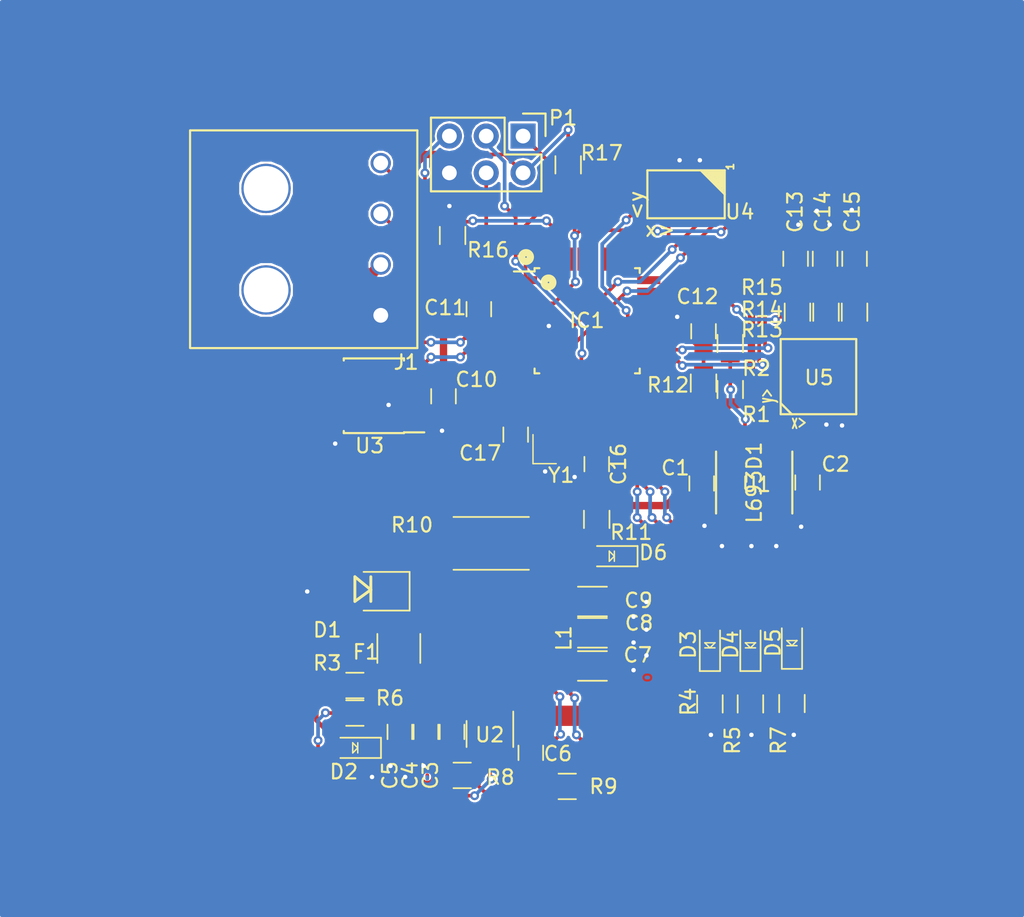
<source format=kicad_pcb>
(kicad_pcb (version 4) (host pcbnew 4.0.7-e2-6376~58~ubuntu16.04.1)

  (general
    (links 122)
    (no_connects 0)
    (area 0 0 0 0)
    (thickness 1.6)
    (drawings 2)
    (tracks 478)
    (zones 0)
    (modules 51)
    (nets 52)
  )

  (page A4)
  (layers
    (0 F.Cu signal)
    (31 B.Cu signal)
    (32 B.Adhes user)
    (33 F.Adhes user)
    (34 B.Paste user)
    (35 F.Paste user)
    (36 B.SilkS user)
    (37 F.SilkS user)
    (38 B.Mask user)
    (39 F.Mask user)
    (40 Dwgs.User user)
    (41 Cmts.User user)
    (42 Eco1.User user)
    (43 Eco2.User user)
    (44 Edge.Cuts user)
    (45 Margin user)
    (46 B.CrtYd user)
    (47 F.CrtYd user)
    (48 B.Fab user)
    (49 F.Fab user)
  )

  (setup
    (last_trace_width 0.762)
    (user_trace_width 0.254)
    (user_trace_width 0.508)
    (user_trace_width 0.7)
    (user_trace_width 0.762)
    (user_trace_width 0.8)
    (user_trace_width 1.016)
    (trace_clearance 0.1524)
    (zone_clearance 0.1524)
    (zone_45_only no)
    (trace_min 0.2)
    (segment_width 0.2)
    (edge_width 0.15)
    (via_size 0.6096)
    (via_drill 0.3048)
    (via_min_size 0.4)
    (via_min_drill 0.3)
    (uvia_size 0.3)
    (uvia_drill 0.1)
    (uvias_allowed no)
    (uvia_min_size 0)
    (uvia_min_drill 0)
    (pcb_text_width 0.3)
    (pcb_text_size 1.5 1.5)
    (mod_edge_width 0.15)
    (mod_text_size 1 1)
    (mod_text_width 0.15)
    (pad_size 3.3 8.2)
    (pad_drill 0)
    (pad_to_mask_clearance 0.2)
    (aux_axis_origin 0 0)
    (grid_origin 51.6941 90.0225)
    (visible_elements FFFFFF7F)
    (pcbplotparams
      (layerselection 0x00030_80000001)
      (usegerberextensions false)
      (excludeedgelayer true)
      (linewidth 0.100000)
      (plotframeref false)
      (viasonmask false)
      (mode 1)
      (useauxorigin false)
      (hpglpennumber 1)
      (hpglpenspeed 20)
      (hpglpendiameter 15)
      (hpglpenoverlay 2)
      (psnegative false)
      (psa4output false)
      (plotreference true)
      (plotvalue true)
      (plotinvisibletext false)
      (padsonsilk false)
      (subtractmaskfromsilk false)
      (outputformat 1)
      (mirror false)
      (drillshape 1)
      (scaleselection 1)
      (outputdirectory ""))
  )

  (net 0 "")
  (net 1 /2.98V)
  (net 2 GND)
  (net 3 VCC)
  (net 4 "Net-(C3-Pad1)")
  (net 5 "Net-(C6-Pad1)")
  (net 6 "Net-(C6-Pad2)")
  (net 7 "Net-(C7-Pad1)")
  (net 8 "Net-(C12-Pad1)")
  (net 9 /XOUT)
  (net 10 /YOUT)
  (net 11 /ZOUT)
  (net 12 "Net-(C16-Pad1)")
  (net 13 "Net-(C17-Pad1)")
  (net 14 /12V)
  (net 15 "Net-(D2-Pad2)")
  (net 16 /PLED1)
  (net 17 "Net-(D3-Pad1)")
  (net 18 /PLED2)
  (net 19 "Net-(D4-Pad1)")
  (net 20 /PLED3)
  (net 21 "Net-(D5-Pad1)")
  (net 22 "Net-(D6-Pad2)")
  (net 23 /MISO)
  (net 24 /MOSI)
  (net 25 /SLAVE_SELECT)
  (net 26 /TXCAN)
  (net 27 /RXCAN)
  (net 28 /SCK)
  (net 29 /INT1)
  (net 30 "Net-(IC1-Pad21)")
  (net 31 "Net-(IC1-Pad23)")
  (net 32 "Net-(IC1-Pad24)")
  (net 33 "Net-(IC1-Pad25)")
  (net 34 /INT2)
  (net 35 "Net-(IC1-Pad27)")
  (net 36 "Net-(IC1-Pad29)")
  (net 37 "Net-(IC1-Pad30)")
  (net 38 /RESET)
  (net 39 "Net-(IC1-Pad32)")
  (net 40 "Net-(R1-Pad2)")
  (net 41 "Net-(R6-Pad2)")
  (net 42 "Net-(R8-Pad1)")
  (net 43 "Net-(U3-Pad5)")
  (net 44 /CANL)
  (net 45 /CANH)
  (net 46 "Net-(R15-Pad1)")
  (net 47 "Net-(R14-Pad1)")
  (net 48 "Net-(R13-Pad1)")
  (net 49 /MISO-P)
  (net 50 /TX_MOSI-P)
  (net 51 /RX_SCK-P)

  (net_class Default "This is the default net class."
    (clearance 0.1524)
    (trace_width 0.254)
    (via_dia 0.6096)
    (via_drill 0.3048)
    (uvia_dia 0.3)
    (uvia_drill 0.1)
    (add_net /12V)
    (add_net /2.98V)
    (add_net /CANH)
    (add_net /CANL)
    (add_net /INT1)
    (add_net /INT2)
    (add_net /MISO)
    (add_net /MISO-P)
    (add_net /MOSI)
    (add_net /PLED1)
    (add_net /PLED2)
    (add_net /PLED3)
    (add_net /RESET)
    (add_net /RXCAN)
    (add_net /RX_SCK-P)
    (add_net /SCK)
    (add_net /SLAVE_SELECT)
    (add_net /TXCAN)
    (add_net /TX_MOSI-P)
    (add_net /XOUT)
    (add_net /YOUT)
    (add_net /ZOUT)
    (add_net GND)
    (add_net "Net-(C12-Pad1)")
    (add_net "Net-(C16-Pad1)")
    (add_net "Net-(C17-Pad1)")
    (add_net "Net-(C3-Pad1)")
    (add_net "Net-(C6-Pad1)")
    (add_net "Net-(C6-Pad2)")
    (add_net "Net-(C7-Pad1)")
    (add_net "Net-(D2-Pad2)")
    (add_net "Net-(D3-Pad1)")
    (add_net "Net-(D4-Pad1)")
    (add_net "Net-(D5-Pad1)")
    (add_net "Net-(D6-Pad2)")
    (add_net "Net-(IC1-Pad21)")
    (add_net "Net-(IC1-Pad23)")
    (add_net "Net-(IC1-Pad24)")
    (add_net "Net-(IC1-Pad25)")
    (add_net "Net-(IC1-Pad27)")
    (add_net "Net-(IC1-Pad29)")
    (add_net "Net-(IC1-Pad30)")
    (add_net "Net-(IC1-Pad32)")
    (add_net "Net-(R1-Pad2)")
    (add_net "Net-(R13-Pad1)")
    (add_net "Net-(R14-Pad1)")
    (add_net "Net-(R15-Pad1)")
    (add_net "Net-(R6-Pad2)")
    (add_net "Net-(R8-Pad1)")
    (add_net "Net-(U3-Pad5)")
    (add_net VCC)
  )

  (module footprints:Ultrafit_4_RA (layer F.Cu) (tedit 5B8AA2CB) (tstamp 5B8AB936)
    (at 54.8691 79.8625 180)
    (path /5B8AB21B)
    (fp_text reference J1 (at -1.7526 -8.4836 180) (layer F.SilkS)
      (effects (font (size 1 1) (thickness 0.15)))
    )
    (fp_text value Ultrafit_4_RA (at 4.572 0.508 270) (layer F.Fab) hide
      (effects (font (size 1 1) (thickness 0.15)))
    )
    (fp_line (start -2.4186 7.5254) (end -2.4186 -7.4746) (layer F.Fab) (width 0.1))
    (fp_line (start -2.5218 7.5) (end -2.5218 -7.5) (layer F.SilkS) (width 0.15))
    (fp_line (start 13.05 -7.384) (end -2.4 -7.384) (layer F.Fab) (width 0.1))
    (fp_line (start 13.05 7.5) (end 13.05 -7.5) (layer F.Fab) (width 0.1))
    (fp_line (start -2.4 7.4296) (end 13.05 7.4296) (layer F.Fab) (width 0.1))
    (fp_line (start -2.5254 7.5042) (end 13.1346 7.5042) (layer F.SilkS) (width 0.15))
    (fp_line (start -2.5254 -7.5094) (end 13.1346 -7.5094) (layer F.SilkS) (width 0.15))
    (fp_line (start 13.15 7.5) (end 13.15 -7.5) (layer F.SilkS) (width 0.15))
    (pad 1 thru_hole circle (at 0 -5.25 180) (size 1.397 1.397) (drill 1.02) (layers *.Cu *.Mask)
      (net 2 GND))
    (pad 4 thru_hole circle (at 0 5.25 180) (size 1.397 1.397) (drill 1.02) (layers *.Cu *.Mask)
      (net 45 /CANH))
    (pad "" thru_hole circle (at 7.91 3.5 180) (size 3.4 3.4) (drill 3.09) (layers *.Cu *.Mask))
    (pad 2 thru_hole circle (at 0 -1.75 180) (size 1.397 1.397) (drill 1.02) (layers *.Cu *.Mask)
      (net 14 /12V))
    (pad 3 thru_hole circle (at 0 1.75 180) (size 1.397 1.397) (drill 1.02) (layers *.Cu *.Mask)
      (net 44 /CANL))
    (pad "" thru_hole circle (at 7.91 -3.5 180) (size 3.4 3.4) (drill 3.09) (layers *.Cu *.Mask))
  )

  (module footprints:L6932D1.2TR (layer F.Cu) (tedit 5B806660) (tstamp 5B717427)
    (at 80.6196 96.6425 270)
    (path /5B706FD5)
    (fp_text reference U1 (at 0.1315 -0.1524 360) (layer F.SilkS)
      (effects (font (size 1 1) (thickness 0.15)))
    )
    (fp_text value L693D1 (at 0 0 270) (layer F.SilkS)
      (effects (font (size 1 1) (thickness 0.15)))
    )
    (fp_text user "Copyright 2016 Accelerated Designs. All rights reserved." (at 0 0 270) (layer Cmts.User)
      (effects (font (size 0.127 0.127) (thickness 0.002)))
    )
    (fp_line (start -2.0066 -1.651) (end -2.0066 -2.159) (layer Dwgs.User) (width 0.1524))
    (fp_line (start -2.0066 -2.159) (end -3.0988 -2.159) (layer Dwgs.User) (width 0.1524))
    (fp_line (start -3.0988 -2.159) (end -3.0988 -1.651) (layer Dwgs.User) (width 0.1524))
    (fp_line (start -3.0988 -1.651) (end -2.0066 -1.651) (layer Dwgs.User) (width 0.1524))
    (fp_line (start -2.0066 -0.381) (end -2.0066 -0.889) (layer Dwgs.User) (width 0.1524))
    (fp_line (start -2.0066 -0.889) (end -3.0988 -0.889) (layer Dwgs.User) (width 0.1524))
    (fp_line (start -3.0988 -0.889) (end -3.0988 -0.381) (layer Dwgs.User) (width 0.1524))
    (fp_line (start -3.0988 -0.381) (end -2.0066 -0.381) (layer Dwgs.User) (width 0.1524))
    (fp_line (start -2.0066 0.889) (end -2.0066 0.381) (layer Dwgs.User) (width 0.1524))
    (fp_line (start -2.0066 0.381) (end -3.0988 0.381) (layer Dwgs.User) (width 0.1524))
    (fp_line (start -3.0988 0.381) (end -3.0988 0.889) (layer Dwgs.User) (width 0.1524))
    (fp_line (start -3.0988 0.889) (end -2.0066 0.889) (layer Dwgs.User) (width 0.1524))
    (fp_line (start -2.0066 2.159) (end -2.0066 1.651) (layer Dwgs.User) (width 0.1524))
    (fp_line (start -2.0066 1.651) (end -3.0988 1.651) (layer Dwgs.User) (width 0.1524))
    (fp_line (start -3.0988 1.651) (end -3.0988 2.159) (layer Dwgs.User) (width 0.1524))
    (fp_line (start -3.0988 2.159) (end -2.0066 2.159) (layer Dwgs.User) (width 0.1524))
    (fp_line (start 2.0066 1.651) (end 2.0066 2.159) (layer Dwgs.User) (width 0.1524))
    (fp_line (start 2.0066 2.159) (end 3.0988 2.159) (layer Dwgs.User) (width 0.1524))
    (fp_line (start 3.0988 2.159) (end 3.0988 1.651) (layer Dwgs.User) (width 0.1524))
    (fp_line (start 3.0988 1.651) (end 2.0066 1.651) (layer Dwgs.User) (width 0.1524))
    (fp_line (start 2.0066 0.381) (end 2.0066 0.889) (layer Dwgs.User) (width 0.1524))
    (fp_line (start 2.0066 0.889) (end 3.0988 0.889) (layer Dwgs.User) (width 0.1524))
    (fp_line (start 3.0988 0.889) (end 3.0988 0.381) (layer Dwgs.User) (width 0.1524))
    (fp_line (start 3.0988 0.381) (end 2.0066 0.381) (layer Dwgs.User) (width 0.1524))
    (fp_line (start 2.0066 -0.889) (end 2.0066 -0.381) (layer Dwgs.User) (width 0.1524))
    (fp_line (start 2.0066 -0.381) (end 3.0988 -0.381) (layer Dwgs.User) (width 0.1524))
    (fp_line (start 3.0988 -0.381) (end 3.0988 -0.889) (layer Dwgs.User) (width 0.1524))
    (fp_line (start 3.0988 -0.889) (end 2.0066 -0.889) (layer Dwgs.User) (width 0.1524))
    (fp_line (start 2.0066 -2.159) (end 2.0066 -1.651) (layer Dwgs.User) (width 0.1524))
    (fp_line (start 2.0066 -1.651) (end 3.0988 -1.651) (layer Dwgs.User) (width 0.1524))
    (fp_line (start 3.0988 -1.651) (end 3.0988 -2.159) (layer Dwgs.User) (width 0.1524))
    (fp_line (start 3.0988 -2.159) (end 2.0066 -2.159) (layer Dwgs.User) (width 0.1524))
    (fp_line (start -2.1336 2.6289) (end 2.1336 2.6289) (layer F.SilkS) (width 0.1524))
    (fp_line (start 2.1336 -2.6289) (end -2.1336 -2.6289) (layer F.SilkS) (width 0.1524))
    (fp_line (start -2.0066 2.5019) (end 2.0066 2.5019) (layer Dwgs.User) (width 0.1524))
    (fp_line (start 2.0066 2.5019) (end 2.0066 -2.5019) (layer Dwgs.User) (width 0.1524))
    (fp_line (start 2.0066 -2.5019) (end -2.0066 -2.5019) (layer Dwgs.User) (width 0.1524))
    (fp_line (start -2.0066 -2.5019) (end -2.0066 2.5019) (layer Dwgs.User) (width 0.1524))
    (fp_arc (start 0 -2.5019) (end 0.3048 -2.5019) (angle 180) (layer Dwgs.User) (width 0.1524))
    (pad 1 smd rect (at -2.6797 -1.905 270) (size 1.5494 0.5588) (layers F.Cu F.Paste F.Mask)
      (net 3 VCC))
    (pad 2 smd rect (at -2.6797 -0.635 270) (size 1.5494 0.5588) (layers F.Cu F.Paste F.Mask)
      (net 3 VCC))
    (pad 3 smd rect (at -2.6797 0.635 270) (size 1.5494 0.5588) (layers F.Cu F.Paste F.Mask)
      (net 40 "Net-(R1-Pad2)"))
    (pad 4 smd rect (at -2.6797 1.905 270) (size 1.5494 0.5588) (layers F.Cu F.Paste F.Mask)
      (net 1 /2.98V))
    (pad 5 smd rect (at 2.6797 1.905 270) (size 1.5494 0.5588) (layers F.Cu F.Paste F.Mask)
      (net 2 GND))
    (pad 6 smd rect (at 2.6797 0.635 270) (size 1.5494 0.5588) (layers F.Cu F.Paste F.Mask)
      (net 2 GND))
    (pad 7 smd rect (at 2.6797 -0.635 270) (size 1.5494 0.5588) (layers F.Cu F.Paste F.Mask)
      (net 2 GND))
    (pad 8 smd rect (at 2.6797 -1.905 270) (size 1.5494 0.5588) (layers F.Cu F.Paste F.Mask)
      (net 2 GND))
  )

  (module footprints:C_0805_OEM (layer F.Cu) (tedit 5B806669) (tstamp 5B71712B)
    (at 77.0001 96.706 270)
    (descr "Capacitor SMD 0805, reflow soldering, AVX (see smccp.pdf)")
    (tags "capacitor 0805")
    (path /5B709105)
    (attr smd)
    (fp_text reference C1 (at -1.075 1.8161 360) (layer F.SilkS)
      (effects (font (size 1 1) (thickness 0.15)))
    )
    (fp_text value C_10uF (at 0 1.75 270) (layer F.Fab) hide
      (effects (font (size 1 1) (thickness 0.15)))
    )
    (fp_line (start -1 0.62) (end -1 -0.62) (layer F.Fab) (width 0.1))
    (fp_line (start 1 0.62) (end -1 0.62) (layer F.Fab) (width 0.1))
    (fp_line (start 1 -0.62) (end 1 0.62) (layer F.Fab) (width 0.1))
    (fp_line (start -1 -0.62) (end 1 -0.62) (layer F.Fab) (width 0.1))
    (fp_line (start 0.5 -0.85) (end -0.5 -0.85) (layer F.SilkS) (width 0.12))
    (fp_line (start -0.5 0.85) (end 0.5 0.85) (layer F.SilkS) (width 0.12))
    (fp_line (start -1.75 -0.88) (end 1.75 -0.88) (layer F.CrtYd) (width 0.05))
    (fp_line (start -1.75 -0.88) (end -1.75 0.87) (layer F.CrtYd) (width 0.05))
    (fp_line (start 1.75 0.87) (end 1.75 -0.88) (layer F.CrtYd) (width 0.05))
    (fp_line (start 1.75 0.87) (end -1.75 0.87) (layer F.CrtYd) (width 0.05))
    (pad 1 smd rect (at -1 0 270) (size 1 1.25) (layers F.Cu F.Paste F.Mask)
      (net 1 /2.98V))
    (pad 2 smd rect (at 1 0 270) (size 1 1.25) (layers F.Cu F.Paste F.Mask)
      (net 2 GND))
    (model /home/josh/Formula/OEM_Preferred_Parts/3DModels/C_0805_OEM/C_0805.wrl
      (at (xyz 0 0 0))
      (scale (xyz 1 1 1))
      (rotate (xyz 0 0 0))
    )
  )

  (module footprints:C_0805_OEM (layer F.Cu) (tedit 5B80666E) (tstamp 5B71713B)
    (at 84.3026 96.6425 90)
    (descr "Capacitor SMD 0805, reflow soldering, AVX (see smccp.pdf)")
    (tags "capacitor 0805")
    (path /5B70962E)
    (attr smd)
    (fp_text reference C2 (at 1.2655 1.9304 180) (layer F.SilkS)
      (effects (font (size 1 1) (thickness 0.15)))
    )
    (fp_text value C_10uF (at 0 1.75 90) (layer F.Fab) hide
      (effects (font (size 1 1) (thickness 0.15)))
    )
    (fp_line (start -1 0.62) (end -1 -0.62) (layer F.Fab) (width 0.1))
    (fp_line (start 1 0.62) (end -1 0.62) (layer F.Fab) (width 0.1))
    (fp_line (start 1 -0.62) (end 1 0.62) (layer F.Fab) (width 0.1))
    (fp_line (start -1 -0.62) (end 1 -0.62) (layer F.Fab) (width 0.1))
    (fp_line (start 0.5 -0.85) (end -0.5 -0.85) (layer F.SilkS) (width 0.12))
    (fp_line (start -0.5 0.85) (end 0.5 0.85) (layer F.SilkS) (width 0.12))
    (fp_line (start -1.75 -0.88) (end 1.75 -0.88) (layer F.CrtYd) (width 0.05))
    (fp_line (start -1.75 -0.88) (end -1.75 0.87) (layer F.CrtYd) (width 0.05))
    (fp_line (start 1.75 0.87) (end 1.75 -0.88) (layer F.CrtYd) (width 0.05))
    (fp_line (start 1.75 0.87) (end -1.75 0.87) (layer F.CrtYd) (width 0.05))
    (pad 1 smd rect (at -1 0 90) (size 1 1.25) (layers F.Cu F.Paste F.Mask)
      (net 2 GND))
    (pad 2 smd rect (at 1 0 90) (size 1 1.25) (layers F.Cu F.Paste F.Mask)
      (net 3 VCC))
    (model /home/josh/Formula/OEM_Preferred_Parts/3DModels/C_0805_OEM/C_0805.wrl
      (at (xyz 0 0 0))
      (scale (xyz 1 1 1))
      (rotate (xyz 0 0 0))
    )
  )

  (module footprints:C_0805_OEM (layer F.Cu) (tedit 5B8065A3) (tstamp 5B71714B)
    (at 59.784 113.838 270)
    (descr "Capacitor SMD 0805, reflow soldering, AVX (see smccp.pdf)")
    (tags "capacitor 0805")
    (path /5B71C3DB)
    (attr smd)
    (fp_text reference C3 (at 3.002 1.491 270) (layer F.SilkS)
      (effects (font (size 1 1) (thickness 0.15)))
    )
    (fp_text value C_0.1uF (at 0 1.75 270) (layer F.Fab) hide
      (effects (font (size 1 1) (thickness 0.15)))
    )
    (fp_line (start -1 0.62) (end -1 -0.62) (layer F.Fab) (width 0.1))
    (fp_line (start 1 0.62) (end -1 0.62) (layer F.Fab) (width 0.1))
    (fp_line (start 1 -0.62) (end 1 0.62) (layer F.Fab) (width 0.1))
    (fp_line (start -1 -0.62) (end 1 -0.62) (layer F.Fab) (width 0.1))
    (fp_line (start 0.5 -0.85) (end -0.5 -0.85) (layer F.SilkS) (width 0.12))
    (fp_line (start -0.5 0.85) (end 0.5 0.85) (layer F.SilkS) (width 0.12))
    (fp_line (start -1.75 -0.88) (end 1.75 -0.88) (layer F.CrtYd) (width 0.05))
    (fp_line (start -1.75 -0.88) (end -1.75 0.87) (layer F.CrtYd) (width 0.05))
    (fp_line (start 1.75 0.87) (end 1.75 -0.88) (layer F.CrtYd) (width 0.05))
    (fp_line (start 1.75 0.87) (end -1.75 0.87) (layer F.CrtYd) (width 0.05))
    (pad 1 smd rect (at -1 0 270) (size 1 1.25) (layers F.Cu F.Paste F.Mask)
      (net 4 "Net-(C3-Pad1)"))
    (pad 2 smd rect (at 1 0 270) (size 1 1.25) (layers F.Cu F.Paste F.Mask)
      (net 2 GND))
    (model /home/josh/Formula/OEM_Preferred_Parts/3DModels/C_0805_OEM/C_0805.wrl
      (at (xyz 0 0 0))
      (scale (xyz 1 1 1))
      (rotate (xyz 0 0 0))
    )
  )

  (module footprints:C_0805_OEM (layer F.Cu) (tedit 5B80659F) (tstamp 5B71715B)
    (at 57.984 113.838 270)
    (descr "Capacitor SMD 0805, reflow soldering, AVX (see smccp.pdf)")
    (tags "capacitor 0805")
    (path /5B71C29A)
    (attr smd)
    (fp_text reference C4 (at 3.002 1.088 270) (layer F.SilkS)
      (effects (font (size 1 1) (thickness 0.15)))
    )
    (fp_text value C_10uF (at 0 1.75 270) (layer F.Fab) hide
      (effects (font (size 1 1) (thickness 0.15)))
    )
    (fp_line (start -1 0.62) (end -1 -0.62) (layer F.Fab) (width 0.1))
    (fp_line (start 1 0.62) (end -1 0.62) (layer F.Fab) (width 0.1))
    (fp_line (start 1 -0.62) (end 1 0.62) (layer F.Fab) (width 0.1))
    (fp_line (start -1 -0.62) (end 1 -0.62) (layer F.Fab) (width 0.1))
    (fp_line (start 0.5 -0.85) (end -0.5 -0.85) (layer F.SilkS) (width 0.12))
    (fp_line (start -0.5 0.85) (end 0.5 0.85) (layer F.SilkS) (width 0.12))
    (fp_line (start -1.75 -0.88) (end 1.75 -0.88) (layer F.CrtYd) (width 0.05))
    (fp_line (start -1.75 -0.88) (end -1.75 0.87) (layer F.CrtYd) (width 0.05))
    (fp_line (start 1.75 0.87) (end 1.75 -0.88) (layer F.CrtYd) (width 0.05))
    (fp_line (start 1.75 0.87) (end -1.75 0.87) (layer F.CrtYd) (width 0.05))
    (pad 1 smd rect (at -1 0 270) (size 1 1.25) (layers F.Cu F.Paste F.Mask)
      (net 4 "Net-(C3-Pad1)"))
    (pad 2 smd rect (at 1 0 270) (size 1 1.25) (layers F.Cu F.Paste F.Mask)
      (net 2 GND))
    (model /home/josh/Formula/OEM_Preferred_Parts/3DModels/C_0805_OEM/C_0805.wrl
      (at (xyz 0 0 0))
      (scale (xyz 1 1 1))
      (rotate (xyz 0 0 0))
    )
  )

  (module footprints:C_0805_OEM (layer F.Cu) (tedit 5B80659B) (tstamp 5B71716B)
    (at 56.184 113.838 270)
    (descr "Capacitor SMD 0805, reflow soldering, AVX (see smccp.pdf)")
    (tags "capacitor 0805")
    (path /5B71C1B7)
    (attr smd)
    (fp_text reference C5 (at 3.002 0.685 270) (layer F.SilkS)
      (effects (font (size 1 1) (thickness 0.15)))
    )
    (fp_text value C_10uF (at 0 1.75 270) (layer F.Fab) hide
      (effects (font (size 1 1) (thickness 0.15)))
    )
    (fp_line (start -1 0.62) (end -1 -0.62) (layer F.Fab) (width 0.1))
    (fp_line (start 1 0.62) (end -1 0.62) (layer F.Fab) (width 0.1))
    (fp_line (start 1 -0.62) (end 1 0.62) (layer F.Fab) (width 0.1))
    (fp_line (start -1 -0.62) (end 1 -0.62) (layer F.Fab) (width 0.1))
    (fp_line (start 0.5 -0.85) (end -0.5 -0.85) (layer F.SilkS) (width 0.12))
    (fp_line (start -0.5 0.85) (end 0.5 0.85) (layer F.SilkS) (width 0.12))
    (fp_line (start -1.75 -0.88) (end 1.75 -0.88) (layer F.CrtYd) (width 0.05))
    (fp_line (start -1.75 -0.88) (end -1.75 0.87) (layer F.CrtYd) (width 0.05))
    (fp_line (start 1.75 0.87) (end 1.75 -0.88) (layer F.CrtYd) (width 0.05))
    (fp_line (start 1.75 0.87) (end -1.75 0.87) (layer F.CrtYd) (width 0.05))
    (pad 1 smd rect (at -1 0 270) (size 1 1.25) (layers F.Cu F.Paste F.Mask)
      (net 4 "Net-(C3-Pad1)"))
    (pad 2 smd rect (at 1 0 270) (size 1 1.25) (layers F.Cu F.Paste F.Mask)
      (net 2 GND))
    (model /home/josh/Formula/OEM_Preferred_Parts/3DModels/C_0805_OEM/C_0805.wrl
      (at (xyz 0 0 0))
      (scale (xyz 1 1 1))
      (rotate (xyz 0 0 0))
    )
  )

  (module footprints:C_0805_OEM (layer F.Cu) (tedit 5B7F1152) (tstamp 5B71717B)
    (at 65.2145 115.2825 90)
    (descr "Capacitor SMD 0805, reflow soldering, AVX (see smccp.pdf)")
    (tags "capacitor 0805")
    (path /5B6A2245)
    (attr smd)
    (fp_text reference C6 (at -0.0555 1.8695 180) (layer F.SilkS)
      (effects (font (size 1 1) (thickness 0.15)))
    )
    (fp_text value C_0.1uF (at 0 1.75 90) (layer F.Fab) hide
      (effects (font (size 1 1) (thickness 0.15)))
    )
    (fp_line (start -1 0.62) (end -1 -0.62) (layer F.Fab) (width 0.1))
    (fp_line (start 1 0.62) (end -1 0.62) (layer F.Fab) (width 0.1))
    (fp_line (start 1 -0.62) (end 1 0.62) (layer F.Fab) (width 0.1))
    (fp_line (start -1 -0.62) (end 1 -0.62) (layer F.Fab) (width 0.1))
    (fp_line (start 0.5 -0.85) (end -0.5 -0.85) (layer F.SilkS) (width 0.12))
    (fp_line (start -0.5 0.85) (end 0.5 0.85) (layer F.SilkS) (width 0.12))
    (fp_line (start -1.75 -0.88) (end 1.75 -0.88) (layer F.CrtYd) (width 0.05))
    (fp_line (start -1.75 -0.88) (end -1.75 0.87) (layer F.CrtYd) (width 0.05))
    (fp_line (start 1.75 0.87) (end 1.75 -0.88) (layer F.CrtYd) (width 0.05))
    (fp_line (start 1.75 0.87) (end -1.75 0.87) (layer F.CrtYd) (width 0.05))
    (pad 1 smd rect (at -1 0 90) (size 1 1.25) (layers F.Cu F.Paste F.Mask)
      (net 5 "Net-(C6-Pad1)"))
    (pad 2 smd rect (at 1 0 90) (size 1 1.25) (layers F.Cu F.Paste F.Mask)
      (net 6 "Net-(C6-Pad2)"))
    (model /home/josh/Formula/OEM_Preferred_Parts/3DModels/C_0805_OEM/C_0805.wrl
      (at (xyz 0 0 0))
      (scale (xyz 1 1 1))
      (rotate (xyz 0 0 0))
    )
  )

  (module footprints:C_1206_OEM (layer F.Cu) (tedit 5B7F113D) (tstamp 5B71718B)
    (at 69.465 109.291)
    (descr "Capacitor SMD 1206, reflow soldering, AVX (see smccp.pdf)")
    (tags "capacitor 1206")
    (path /5B71D310)
    (attr smd)
    (fp_text reference C7 (at 3.119 -0.753) (layer F.SilkS)
      (effects (font (size 1 1) (thickness 0.15)))
    )
    (fp_text value C_22uF (at 0 2) (layer F.Fab) hide
      (effects (font (size 1 1) (thickness 0.15)))
    )
    (fp_line (start -1.6 0.8) (end -1.6 -0.8) (layer F.Fab) (width 0.1))
    (fp_line (start 1.6 0.8) (end -1.6 0.8) (layer F.Fab) (width 0.1))
    (fp_line (start 1.6 -0.8) (end 1.6 0.8) (layer F.Fab) (width 0.1))
    (fp_line (start -1.6 -0.8) (end 1.6 -0.8) (layer F.Fab) (width 0.1))
    (fp_line (start 1 -1.02) (end -1 -1.02) (layer F.SilkS) (width 0.12))
    (fp_line (start -1 1.02) (end 1 1.02) (layer F.SilkS) (width 0.12))
    (fp_line (start -2.25 -1.05) (end 2.25 -1.05) (layer F.CrtYd) (width 0.05))
    (fp_line (start -2.25 -1.05) (end -2.25 1.05) (layer F.CrtYd) (width 0.05))
    (fp_line (start 2.25 1.05) (end 2.25 -1.05) (layer F.CrtYd) (width 0.05))
    (fp_line (start 2.25 1.05) (end -2.25 1.05) (layer F.CrtYd) (width 0.05))
    (pad 1 smd rect (at -1.5 0) (size 1 1.6) (layers F.Cu F.Paste F.Mask)
      (net 7 "Net-(C7-Pad1)"))
    (pad 2 smd rect (at 1.5 0) (size 1 1.6) (layers F.Cu F.Paste F.Mask)
      (net 2 GND))
    (model Capacitors_SMD.3dshapes/C_1206.wrl
      (at (xyz 0 0 0))
      (scale (xyz 1 1 1))
      (rotate (xyz 0 0 0))
    )
  )

  (module footprints:C_1206_OEM (layer F.Cu) (tedit 5B7F1138) (tstamp 5B71719B)
    (at 69.465 107.005)
    (descr "Capacitor SMD 1206, reflow soldering, AVX (see smccp.pdf)")
    (tags "capacitor 1206")
    (path /5B71D3C1)
    (attr smd)
    (fp_text reference C8 (at 3.219 -0.667) (layer F.SilkS)
      (effects (font (size 1 1) (thickness 0.15)))
    )
    (fp_text value C_22uF (at 0 2) (layer F.Fab) hide
      (effects (font (size 1 1) (thickness 0.15)))
    )
    (fp_line (start -1.6 0.8) (end -1.6 -0.8) (layer F.Fab) (width 0.1))
    (fp_line (start 1.6 0.8) (end -1.6 0.8) (layer F.Fab) (width 0.1))
    (fp_line (start 1.6 -0.8) (end 1.6 0.8) (layer F.Fab) (width 0.1))
    (fp_line (start -1.6 -0.8) (end 1.6 -0.8) (layer F.Fab) (width 0.1))
    (fp_line (start 1 -1.02) (end -1 -1.02) (layer F.SilkS) (width 0.12))
    (fp_line (start -1 1.02) (end 1 1.02) (layer F.SilkS) (width 0.12))
    (fp_line (start -2.25 -1.05) (end 2.25 -1.05) (layer F.CrtYd) (width 0.05))
    (fp_line (start -2.25 -1.05) (end -2.25 1.05) (layer F.CrtYd) (width 0.05))
    (fp_line (start 2.25 1.05) (end 2.25 -1.05) (layer F.CrtYd) (width 0.05))
    (fp_line (start 2.25 1.05) (end -2.25 1.05) (layer F.CrtYd) (width 0.05))
    (pad 1 smd rect (at -1.5 0) (size 1 1.6) (layers F.Cu F.Paste F.Mask)
      (net 7 "Net-(C7-Pad1)"))
    (pad 2 smd rect (at 1.5 0) (size 1 1.6) (layers F.Cu F.Paste F.Mask)
      (net 2 GND))
    (model Capacitors_SMD.3dshapes/C_1206.wrl
      (at (xyz 0 0 0))
      (scale (xyz 1 1 1))
      (rotate (xyz 0 0 0))
    )
  )

  (module footprints:C_1206_OEM (layer F.Cu) (tedit 5B8066BE) (tstamp 5B7171AB)
    (at 69.465 104.846)
    (descr "Capacitor SMD 1206, reflow soldering, AVX (see smccp.pdf)")
    (tags "capacitor 1206")
    (path /5B71D466)
    (attr smd)
    (fp_text reference C9 (at 3.179 -0.071) (layer F.SilkS)
      (effects (font (size 1 1) (thickness 0.15)))
    )
    (fp_text value C_22uF (at 0 2) (layer F.Fab) hide
      (effects (font (size 1 1) (thickness 0.15)))
    )
    (fp_line (start -1.6 0.8) (end -1.6 -0.8) (layer F.Fab) (width 0.1))
    (fp_line (start 1.6 0.8) (end -1.6 0.8) (layer F.Fab) (width 0.1))
    (fp_line (start 1.6 -0.8) (end 1.6 0.8) (layer F.Fab) (width 0.1))
    (fp_line (start -1.6 -0.8) (end 1.6 -0.8) (layer F.Fab) (width 0.1))
    (fp_line (start 1 -1.02) (end -1 -1.02) (layer F.SilkS) (width 0.12))
    (fp_line (start -1 1.02) (end 1 1.02) (layer F.SilkS) (width 0.12))
    (fp_line (start -2.25 -1.05) (end 2.25 -1.05) (layer F.CrtYd) (width 0.05))
    (fp_line (start -2.25 -1.05) (end -2.25 1.05) (layer F.CrtYd) (width 0.05))
    (fp_line (start 2.25 1.05) (end 2.25 -1.05) (layer F.CrtYd) (width 0.05))
    (fp_line (start 2.25 1.05) (end -2.25 1.05) (layer F.CrtYd) (width 0.05))
    (pad 1 smd rect (at -1.5 0) (size 1 1.6) (layers F.Cu F.Paste F.Mask)
      (net 7 "Net-(C7-Pad1)"))
    (pad 2 smd rect (at 1.5 0) (size 1 1.6) (layers F.Cu F.Paste F.Mask)
      (net 2 GND))
    (model Capacitors_SMD.3dshapes/C_1206.wrl
      (at (xyz 0 0 0))
      (scale (xyz 1 1 1))
      (rotate (xyz 0 0 0))
    )
  )

  (module footprints:C_0805_OEM (layer F.Cu) (tedit 5B8066A4) (tstamp 5B7171BB)
    (at 59.196 90.694 270)
    (descr "Capacitor SMD 0805, reflow soldering, AVX (see smccp.pdf)")
    (tags "capacitor 0805")
    (path /5B6BDC9B)
    (attr smd)
    (fp_text reference C10 (at -1.159 -2.272 360) (layer F.SilkS)
      (effects (font (size 1 1) (thickness 0.15)))
    )
    (fp_text value C_0.1uF (at 0 1.75 270) (layer F.Fab) hide
      (effects (font (size 1 1) (thickness 0.15)))
    )
    (fp_line (start -1 0.62) (end -1 -0.62) (layer F.Fab) (width 0.1))
    (fp_line (start 1 0.62) (end -1 0.62) (layer F.Fab) (width 0.1))
    (fp_line (start 1 -0.62) (end 1 0.62) (layer F.Fab) (width 0.1))
    (fp_line (start -1 -0.62) (end 1 -0.62) (layer F.Fab) (width 0.1))
    (fp_line (start 0.5 -0.85) (end -0.5 -0.85) (layer F.SilkS) (width 0.12))
    (fp_line (start -0.5 0.85) (end 0.5 0.85) (layer F.SilkS) (width 0.12))
    (fp_line (start -1.75 -0.88) (end 1.75 -0.88) (layer F.CrtYd) (width 0.05))
    (fp_line (start -1.75 -0.88) (end -1.75 0.87) (layer F.CrtYd) (width 0.05))
    (fp_line (start 1.75 0.87) (end 1.75 -0.88) (layer F.CrtYd) (width 0.05))
    (fp_line (start 1.75 0.87) (end -1.75 0.87) (layer F.CrtYd) (width 0.05))
    (pad 1 smd rect (at -1 0 270) (size 1 1.25) (layers F.Cu F.Paste F.Mask)
      (net 3 VCC))
    (pad 2 smd rect (at 1 0 270) (size 1 1.25) (layers F.Cu F.Paste F.Mask)
      (net 2 GND))
    (model /home/josh/Formula/OEM_Preferred_Parts/3DModels/C_0805_OEM/C_0805.wrl
      (at (xyz 0 0 0))
      (scale (xyz 1 1 1))
      (rotate (xyz 0 0 0))
    )
  )

  (module footprints:C_0805_OEM (layer F.Cu) (tedit 5B8065D3) (tstamp 5B7171CB)
    (at 61.6331 84.6885 270)
    (descr "Capacitor SMD 0805, reflow soldering, AVX (see smccp.pdf)")
    (tags "capacitor 0805")
    (path /5B6A47E5)
    (attr smd)
    (fp_text reference C11 (at -0.1065 2.3241 360) (layer F.SilkS)
      (effects (font (size 1 1) (thickness 0.15)))
    )
    (fp_text value C_0.1uF (at 0 1.75 270) (layer F.Fab) hide
      (effects (font (size 1 1) (thickness 0.15)))
    )
    (fp_line (start -1 0.62) (end -1 -0.62) (layer F.Fab) (width 0.1))
    (fp_line (start 1 0.62) (end -1 0.62) (layer F.Fab) (width 0.1))
    (fp_line (start 1 -0.62) (end 1 0.62) (layer F.Fab) (width 0.1))
    (fp_line (start -1 -0.62) (end 1 -0.62) (layer F.Fab) (width 0.1))
    (fp_line (start 0.5 -0.85) (end -0.5 -0.85) (layer F.SilkS) (width 0.12))
    (fp_line (start -0.5 0.85) (end 0.5 0.85) (layer F.SilkS) (width 0.12))
    (fp_line (start -1.75 -0.88) (end 1.75 -0.88) (layer F.CrtYd) (width 0.05))
    (fp_line (start -1.75 -0.88) (end -1.75 0.87) (layer F.CrtYd) (width 0.05))
    (fp_line (start 1.75 0.87) (end 1.75 -0.88) (layer F.CrtYd) (width 0.05))
    (fp_line (start 1.75 0.87) (end -1.75 0.87) (layer F.CrtYd) (width 0.05))
    (pad 1 smd rect (at -1 0 270) (size 1 1.25) (layers F.Cu F.Paste F.Mask)
      (net 3 VCC))
    (pad 2 smd rect (at 1 0 270) (size 1 1.25) (layers F.Cu F.Paste F.Mask)
      (net 2 GND))
    (model /home/josh/Formula/OEM_Preferred_Parts/3DModels/C_0805_OEM/C_0805.wrl
      (at (xyz 0 0 0))
      (scale (xyz 1 1 1))
      (rotate (xyz 0 0 0))
    )
  )

  (module footprints:C_0805_OEM (layer F.Cu) (tedit 5B8065F7) (tstamp 5B7171DB)
    (at 77.1271 86.2125 90)
    (descr "Capacitor SMD 0805, reflow soldering, AVX (see smccp.pdf)")
    (tags "capacitor 0805")
    (path /5B6A49AB)
    (attr smd)
    (fp_text reference C12 (at 2.3925 -0.4191 180) (layer F.SilkS)
      (effects (font (size 1 1) (thickness 0.15)))
    )
    (fp_text value C_100pF (at 0 1.75 90) (layer F.Fab) hide
      (effects (font (size 1 1) (thickness 0.15)))
    )
    (fp_line (start -1 0.62) (end -1 -0.62) (layer F.Fab) (width 0.1))
    (fp_line (start 1 0.62) (end -1 0.62) (layer F.Fab) (width 0.1))
    (fp_line (start 1 -0.62) (end 1 0.62) (layer F.Fab) (width 0.1))
    (fp_line (start -1 -0.62) (end 1 -0.62) (layer F.Fab) (width 0.1))
    (fp_line (start 0.5 -0.85) (end -0.5 -0.85) (layer F.SilkS) (width 0.12))
    (fp_line (start -0.5 0.85) (end 0.5 0.85) (layer F.SilkS) (width 0.12))
    (fp_line (start -1.75 -0.88) (end 1.75 -0.88) (layer F.CrtYd) (width 0.05))
    (fp_line (start -1.75 -0.88) (end -1.75 0.87) (layer F.CrtYd) (width 0.05))
    (fp_line (start 1.75 0.87) (end 1.75 -0.88) (layer F.CrtYd) (width 0.05))
    (fp_line (start 1.75 0.87) (end -1.75 0.87) (layer F.CrtYd) (width 0.05))
    (pad 1 smd rect (at -1 0 90) (size 1 1.25) (layers F.Cu F.Paste F.Mask)
      (net 8 "Net-(C12-Pad1)"))
    (pad 2 smd rect (at 1 0 90) (size 1 1.25) (layers F.Cu F.Paste F.Mask)
      (net 2 GND))
    (model /home/josh/Formula/OEM_Preferred_Parts/3DModels/C_0805_OEM/C_0805.wrl
      (at (xyz 0 0 0))
      (scale (xyz 1 1 1))
      (rotate (xyz 0 0 0))
    )
  )

  (module footprints:C_0805_OEM (layer F.Cu) (tedit 5B806622) (tstamp 5B7171EB)
    (at 83.4771 81.212 90)
    (descr "Capacitor SMD 0805, reflow soldering, AVX (see smccp.pdf)")
    (tags "capacitor 0805")
    (path /5B6B9F2B)
    (attr smd)
    (fp_text reference C13 (at 3.234 -0.0381 270) (layer F.SilkS)
      (effects (font (size 1 1) (thickness 0.15)))
    )
    (fp_text value C_0.33uF (at 0 1.75 90) (layer F.Fab) hide
      (effects (font (size 1 1) (thickness 0.15)))
    )
    (fp_line (start -1 0.62) (end -1 -0.62) (layer F.Fab) (width 0.1))
    (fp_line (start 1 0.62) (end -1 0.62) (layer F.Fab) (width 0.1))
    (fp_line (start 1 -0.62) (end 1 0.62) (layer F.Fab) (width 0.1))
    (fp_line (start -1 -0.62) (end 1 -0.62) (layer F.Fab) (width 0.1))
    (fp_line (start 0.5 -0.85) (end -0.5 -0.85) (layer F.SilkS) (width 0.12))
    (fp_line (start -0.5 0.85) (end 0.5 0.85) (layer F.SilkS) (width 0.12))
    (fp_line (start -1.75 -0.88) (end 1.75 -0.88) (layer F.CrtYd) (width 0.05))
    (fp_line (start -1.75 -0.88) (end -1.75 0.87) (layer F.CrtYd) (width 0.05))
    (fp_line (start 1.75 0.87) (end 1.75 -0.88) (layer F.CrtYd) (width 0.05))
    (fp_line (start 1.75 0.87) (end -1.75 0.87) (layer F.CrtYd) (width 0.05))
    (pad 1 smd rect (at -1 0 90) (size 1 1.25) (layers F.Cu F.Paste F.Mask)
      (net 9 /XOUT))
    (pad 2 smd rect (at 1 0 90) (size 1 1.25) (layers F.Cu F.Paste F.Mask)
      (net 2 GND))
    (model /home/josh/Formula/OEM_Preferred_Parts/3DModels/C_0805_OEM/C_0805.wrl
      (at (xyz 0 0 0))
      (scale (xyz 1 1 1))
      (rotate (xyz 0 0 0))
    )
  )

  (module footprints:C_0805_OEM (layer F.Cu) (tedit 5B80662B) (tstamp 5B7171FB)
    (at 85.5091 81.212 90)
    (descr "Capacitor SMD 0805, reflow soldering, AVX (see smccp.pdf)")
    (tags "capacitor 0805")
    (path /5B6B9CE8)
    (attr smd)
    (fp_text reference C14 (at 3.234 -0.1651 90) (layer F.SilkS)
      (effects (font (size 1 1) (thickness 0.15)))
    )
    (fp_text value C_0.33uF (at 0 1.75 90) (layer F.Fab) hide
      (effects (font (size 1 1) (thickness 0.15)))
    )
    (fp_line (start -1 0.62) (end -1 -0.62) (layer F.Fab) (width 0.1))
    (fp_line (start 1 0.62) (end -1 0.62) (layer F.Fab) (width 0.1))
    (fp_line (start 1 -0.62) (end 1 0.62) (layer F.Fab) (width 0.1))
    (fp_line (start -1 -0.62) (end 1 -0.62) (layer F.Fab) (width 0.1))
    (fp_line (start 0.5 -0.85) (end -0.5 -0.85) (layer F.SilkS) (width 0.12))
    (fp_line (start -0.5 0.85) (end 0.5 0.85) (layer F.SilkS) (width 0.12))
    (fp_line (start -1.75 -0.88) (end 1.75 -0.88) (layer F.CrtYd) (width 0.05))
    (fp_line (start -1.75 -0.88) (end -1.75 0.87) (layer F.CrtYd) (width 0.05))
    (fp_line (start 1.75 0.87) (end 1.75 -0.88) (layer F.CrtYd) (width 0.05))
    (fp_line (start 1.75 0.87) (end -1.75 0.87) (layer F.CrtYd) (width 0.05))
    (pad 1 smd rect (at -1 0 90) (size 1 1.25) (layers F.Cu F.Paste F.Mask)
      (net 10 /YOUT))
    (pad 2 smd rect (at 1 0 90) (size 1 1.25) (layers F.Cu F.Paste F.Mask)
      (net 2 GND))
    (model /home/josh/Formula/OEM_Preferred_Parts/3DModels/C_0805_OEM/C_0805.wrl
      (at (xyz 0 0 0))
      (scale (xyz 1 1 1))
      (rotate (xyz 0 0 0))
    )
  )

  (module footprints:C_0805_OEM (layer F.Cu) (tedit 5B806633) (tstamp 5B71720B)
    (at 87.5411 81.212 90)
    (descr "Capacitor SMD 0805, reflow soldering, AVX (see smccp.pdf)")
    (tags "capacitor 0805")
    (path /5B6B8BB3)
    (attr smd)
    (fp_text reference C15 (at 3.234 -0.1651 90) (layer F.SilkS)
      (effects (font (size 1 1) (thickness 0.15)))
    )
    (fp_text value C_0.33uF (at 0 1.75 90) (layer F.Fab) hide
      (effects (font (size 1 1) (thickness 0.15)))
    )
    (fp_line (start -1 0.62) (end -1 -0.62) (layer F.Fab) (width 0.1))
    (fp_line (start 1 0.62) (end -1 0.62) (layer F.Fab) (width 0.1))
    (fp_line (start 1 -0.62) (end 1 0.62) (layer F.Fab) (width 0.1))
    (fp_line (start -1 -0.62) (end 1 -0.62) (layer F.Fab) (width 0.1))
    (fp_line (start 0.5 -0.85) (end -0.5 -0.85) (layer F.SilkS) (width 0.12))
    (fp_line (start -0.5 0.85) (end 0.5 0.85) (layer F.SilkS) (width 0.12))
    (fp_line (start -1.75 -0.88) (end 1.75 -0.88) (layer F.CrtYd) (width 0.05))
    (fp_line (start -1.75 -0.88) (end -1.75 0.87) (layer F.CrtYd) (width 0.05))
    (fp_line (start 1.75 0.87) (end 1.75 -0.88) (layer F.CrtYd) (width 0.05))
    (fp_line (start 1.75 0.87) (end -1.75 0.87) (layer F.CrtYd) (width 0.05))
    (pad 1 smd rect (at -1 0 90) (size 1 1.25) (layers F.Cu F.Paste F.Mask)
      (net 11 /ZOUT))
    (pad 2 smd rect (at 1 0 90) (size 1 1.25) (layers F.Cu F.Paste F.Mask)
      (net 2 GND))
    (model /home/josh/Formula/OEM_Preferred_Parts/3DModels/C_0805_OEM/C_0805.wrl
      (at (xyz 0 0 0))
      (scale (xyz 1 1 1))
      (rotate (xyz 0 0 0))
    )
  )

  (module footprints:C_0805_OEM (layer F.Cu) (tedit 59F250E7) (tstamp 5B71721B)
    (at 69.7611 95.3725 270)
    (descr "Capacitor SMD 0805, reflow soldering, AVX (see smccp.pdf)")
    (tags "capacitor 0805")
    (path /5B6A5676)
    (attr smd)
    (fp_text reference C16 (at 0 -1.5 270) (layer F.SilkS)
      (effects (font (size 1 1) (thickness 0.15)))
    )
    (fp_text value C_30pF (at 0 1.75 270) (layer F.Fab) hide
      (effects (font (size 1 1) (thickness 0.15)))
    )
    (fp_line (start -1 0.62) (end -1 -0.62) (layer F.Fab) (width 0.1))
    (fp_line (start 1 0.62) (end -1 0.62) (layer F.Fab) (width 0.1))
    (fp_line (start 1 -0.62) (end 1 0.62) (layer F.Fab) (width 0.1))
    (fp_line (start -1 -0.62) (end 1 -0.62) (layer F.Fab) (width 0.1))
    (fp_line (start 0.5 -0.85) (end -0.5 -0.85) (layer F.SilkS) (width 0.12))
    (fp_line (start -0.5 0.85) (end 0.5 0.85) (layer F.SilkS) (width 0.12))
    (fp_line (start -1.75 -0.88) (end 1.75 -0.88) (layer F.CrtYd) (width 0.05))
    (fp_line (start -1.75 -0.88) (end -1.75 0.87) (layer F.CrtYd) (width 0.05))
    (fp_line (start 1.75 0.87) (end 1.75 -0.88) (layer F.CrtYd) (width 0.05))
    (fp_line (start 1.75 0.87) (end -1.75 0.87) (layer F.CrtYd) (width 0.05))
    (pad 1 smd rect (at -1 0 270) (size 1 1.25) (layers F.Cu F.Paste F.Mask)
      (net 12 "Net-(C16-Pad1)"))
    (pad 2 smd rect (at 1 0 270) (size 1 1.25) (layers F.Cu F.Paste F.Mask)
      (net 2 GND))
    (model /home/josh/Formula/OEM_Preferred_Parts/3DModels/C_0805_OEM/C_0805.wrl
      (at (xyz 0 0 0))
      (scale (xyz 1 1 1))
      (rotate (xyz 0 0 0))
    )
  )

  (module footprints:C_0805_OEM (layer F.Cu) (tedit 5B8066AB) (tstamp 5B71722B)
    (at 64.1731 93.3405 270)
    (descr "Capacitor SMD 0805, reflow soldering, AVX (see smccp.pdf)")
    (tags "capacitor 0805")
    (path /5B6A56F2)
    (attr smd)
    (fp_text reference C17 (at 1.2745 2.4511 360) (layer F.SilkS)
      (effects (font (size 1 1) (thickness 0.15)))
    )
    (fp_text value C_30pF (at 0 1.75 270) (layer F.Fab) hide
      (effects (font (size 1 1) (thickness 0.15)))
    )
    (fp_line (start -1 0.62) (end -1 -0.62) (layer F.Fab) (width 0.1))
    (fp_line (start 1 0.62) (end -1 0.62) (layer F.Fab) (width 0.1))
    (fp_line (start 1 -0.62) (end 1 0.62) (layer F.Fab) (width 0.1))
    (fp_line (start -1 -0.62) (end 1 -0.62) (layer F.Fab) (width 0.1))
    (fp_line (start 0.5 -0.85) (end -0.5 -0.85) (layer F.SilkS) (width 0.12))
    (fp_line (start -0.5 0.85) (end 0.5 0.85) (layer F.SilkS) (width 0.12))
    (fp_line (start -1.75 -0.88) (end 1.75 -0.88) (layer F.CrtYd) (width 0.05))
    (fp_line (start -1.75 -0.88) (end -1.75 0.87) (layer F.CrtYd) (width 0.05))
    (fp_line (start 1.75 0.87) (end 1.75 -0.88) (layer F.CrtYd) (width 0.05))
    (fp_line (start 1.75 0.87) (end -1.75 0.87) (layer F.CrtYd) (width 0.05))
    (pad 1 smd rect (at -1 0 270) (size 1 1.25) (layers F.Cu F.Paste F.Mask)
      (net 13 "Net-(C17-Pad1)"))
    (pad 2 smd rect (at 1 0 270) (size 1 1.25) (layers F.Cu F.Paste F.Mask)
      (net 2 GND))
    (model /home/josh/Formula/OEM_Preferred_Parts/3DModels/C_0805_OEM/C_0805.wrl
      (at (xyz 0 0 0))
      (scale (xyz 1 1 1))
      (rotate (xyz 0 0 0))
    )
  )

  (module footprints:DO-214AA (layer F.Cu) (tedit 5B8065B7) (tstamp 5B717240)
    (at 53.684 104.138 180)
    (descr "http://www.diodes.com/datasheets/ap02001.pdf p.144")
    (tags "Diode SOD523")
    (path /5B6A1B44)
    (attr smd)
    (fp_text reference D1 (at 2.503 -2.669 180) (layer F.SilkS)
      (effects (font (size 1 1) (thickness 0.15)))
    )
    (fp_text value D_Zener_18V (at 0 2.286 180) (layer F.Fab) hide
      (effects (font (size 1 1) (thickness 0.15)))
    )
    (fp_line (start 0.6 1) (end -0.5 0.1) (layer F.SilkS) (width 0.2))
    (fp_line (start 0.6 -0.7) (end 0.6 1) (layer F.SilkS) (width 0.2))
    (fp_line (start -0.5 0.1) (end 0.6 -0.7) (layer F.SilkS) (width 0.2))
    (fp_line (start -0.5 -0.7) (end -0.5 1) (layer F.SilkS) (width 0.2))
    (fp_line (start -3.175 -1.3335) (end -3.175 1.3335) (layer F.SilkS) (width 0.12))
    (fp_line (start 3.302 -1.4605) (end 3.302 1.4605) (layer F.CrtYd) (width 0.05))
    (fp_line (start -3.302 -1.4605) (end 3.302 -1.4605) (layer F.CrtYd) (width 0.05))
    (fp_line (start -3.302 -1.4605) (end -3.302 1.4605) (layer F.CrtYd) (width 0.05))
    (fp_line (start -3.302 1.4605) (end 3.302 1.4605) (layer F.CrtYd) (width 0.05))
    (fp_line (start 2.3749 -1.9685) (end 2.3749 1.9685) (layer F.Fab) (width 0.1))
    (fp_line (start -2.3749 -1.9685) (end 2.3749 -1.9685) (layer F.Fab) (width 0.1))
    (fp_line (start -2.3749 -1.9685) (end -2.3749 1.9685) (layer F.Fab) (width 0.1))
    (fp_line (start 2.3749 1.9685) (end -2.3749 1.9685) (layer F.Fab) (width 0.1))
    (fp_line (start -3.175 1.3335) (end 0 1.3335) (layer F.SilkS) (width 0.12))
    (fp_line (start -3.175 -1.3335) (end 0 -1.3335) (layer F.SilkS) (width 0.12))
    (pad 2 smd rect (at 2.032 0) (size 1.778 2.159) (layers F.Cu F.Paste F.Mask)
      (net 2 GND))
    (pad 1 smd rect (at -2.032 0) (size 1.778 2.159) (layers F.Cu F.Paste F.Mask)
      (net 14 /12V))
    (model /home/josh/Formula/OEM_Preferred_Parts/3DModels/DO_214AA_OEM/DO_214AA.wrl
      (at (xyz 0 0 0))
      (scale (xyz 1 1 1))
      (rotate (xyz 0 0 0))
    )
  )

  (module footprints:LED_0805_OEM (layer F.Cu) (tedit 5B806586) (tstamp 5B717259)
    (at 53.084 114.938 180)
    (descr "LED 0805 smd package")
    (tags "LED led 0805 SMD smd SMT smt smdled SMDLED smtled SMTLED")
    (path /5B6A15FE)
    (attr smd)
    (fp_text reference D2 (at 0.76 -1.648 360) (layer F.SilkS)
      (effects (font (size 1 1) (thickness 0.15)))
    )
    (fp_text value LED_0805 (at 0.508 2.032 180) (layer F.Fab) hide
      (effects (font (size 1 1) (thickness 0.15)))
    )
    (fp_line (start -0.2 0.35) (end -0.2 0) (layer F.SilkS) (width 0.1))
    (fp_line (start -0.2 0) (end -0.2 -0.35) (layer F.SilkS) (width 0.1))
    (fp_line (start 0.15 0.35) (end -0.2 0) (layer F.SilkS) (width 0.1))
    (fp_line (start 0.15 0.3) (end 0.15 0.35) (layer F.SilkS) (width 0.1))
    (fp_line (start 0.15 0.35) (end 0.15 0.3) (layer F.SilkS) (width 0.1))
    (fp_line (start 0.15 -0.35) (end 0.15 0.3) (layer F.SilkS) (width 0.1))
    (fp_line (start 0.1 -0.3) (end 0.15 -0.35) (layer F.SilkS) (width 0.1))
    (fp_line (start -0.2 0) (end 0.1 -0.3) (layer F.SilkS) (width 0.1))
    (fp_line (start -1.8 -0.7) (end -1.8 0.7) (layer F.SilkS) (width 0.12))
    (fp_line (start 1 0.6) (end -1 0.6) (layer F.Fab) (width 0.1))
    (fp_line (start 1 -0.6) (end 1 0.6) (layer F.Fab) (width 0.1))
    (fp_line (start -1 -0.6) (end 1 -0.6) (layer F.Fab) (width 0.1))
    (fp_line (start -1 0.6) (end -1 -0.6) (layer F.Fab) (width 0.1))
    (fp_line (start -1.8 0.7) (end 1 0.7) (layer F.SilkS) (width 0.12))
    (fp_line (start -1.8 -0.7) (end 1 -0.7) (layer F.SilkS) (width 0.12))
    (fp_line (start 1.95 -0.85) (end 1.95 0.85) (layer F.CrtYd) (width 0.05))
    (fp_line (start 1.95 0.85) (end -1.95 0.85) (layer F.CrtYd) (width 0.05))
    (fp_line (start -1.95 0.85) (end -1.95 -0.85) (layer F.CrtYd) (width 0.05))
    (fp_line (start -1.95 -0.85) (end 1.95 -0.85) (layer F.CrtYd) (width 0.05))
    (pad 2 smd rect (at 1.1 0) (size 1.2 1.2) (layers F.Cu F.Paste F.Mask)
      (net 15 "Net-(D2-Pad2)"))
    (pad 1 smd rect (at -1.1 0) (size 1.2 1.2) (layers F.Cu F.Paste F.Mask)
      (net 2 GND))
    (model "/home/josh/Formula/OEM_Preferred_Parts/3DModels/LED_0805/LED 0805 Base GREEN001_sp.wrl"
      (at (xyz 0 0 0))
      (scale (xyz 1 1 1))
      (rotate (xyz 0 0 180))
    )
  )

  (module footprints:LED_0805_OEM (layer F.Cu) (tedit 5B80667A) (tstamp 5B717272)
    (at 77.5671 107.8439 90)
    (descr "LED 0805 smd package")
    (tags "LED led 0805 SMD smd SMT smt smdled SMDLED smtled SMTLED")
    (path /5B720231)
    (attr smd)
    (fp_text reference D3 (at 0.0209 -1.4941 90) (layer F.SilkS)
      (effects (font (size 1 1) (thickness 0.15)))
    )
    (fp_text value LED_0805 (at 0.508 2.032 90) (layer F.Fab) hide
      (effects (font (size 1 1) (thickness 0.15)))
    )
    (fp_line (start -0.2 0.35) (end -0.2 0) (layer F.SilkS) (width 0.1))
    (fp_line (start -0.2 0) (end -0.2 -0.35) (layer F.SilkS) (width 0.1))
    (fp_line (start 0.15 0.35) (end -0.2 0) (layer F.SilkS) (width 0.1))
    (fp_line (start 0.15 0.3) (end 0.15 0.35) (layer F.SilkS) (width 0.1))
    (fp_line (start 0.15 0.35) (end 0.15 0.3) (layer F.SilkS) (width 0.1))
    (fp_line (start 0.15 -0.35) (end 0.15 0.3) (layer F.SilkS) (width 0.1))
    (fp_line (start 0.1 -0.3) (end 0.15 -0.35) (layer F.SilkS) (width 0.1))
    (fp_line (start -0.2 0) (end 0.1 -0.3) (layer F.SilkS) (width 0.1))
    (fp_line (start -1.8 -0.7) (end -1.8 0.7) (layer F.SilkS) (width 0.12))
    (fp_line (start 1 0.6) (end -1 0.6) (layer F.Fab) (width 0.1))
    (fp_line (start 1 -0.6) (end 1 0.6) (layer F.Fab) (width 0.1))
    (fp_line (start -1 -0.6) (end 1 -0.6) (layer F.Fab) (width 0.1))
    (fp_line (start -1 0.6) (end -1 -0.6) (layer F.Fab) (width 0.1))
    (fp_line (start -1.8 0.7) (end 1 0.7) (layer F.SilkS) (width 0.12))
    (fp_line (start -1.8 -0.7) (end 1 -0.7) (layer F.SilkS) (width 0.12))
    (fp_line (start 1.95 -0.85) (end 1.95 0.85) (layer F.CrtYd) (width 0.05))
    (fp_line (start 1.95 0.85) (end -1.95 0.85) (layer F.CrtYd) (width 0.05))
    (fp_line (start -1.95 0.85) (end -1.95 -0.85) (layer F.CrtYd) (width 0.05))
    (fp_line (start -1.95 -0.85) (end 1.95 -0.85) (layer F.CrtYd) (width 0.05))
    (pad 2 smd rect (at 1.1 0 270) (size 1.2 1.2) (layers F.Cu F.Paste F.Mask)
      (net 16 /PLED1))
    (pad 1 smd rect (at -1.1 0 270) (size 1.2 1.2) (layers F.Cu F.Paste F.Mask)
      (net 17 "Net-(D3-Pad1)"))
    (model "/home/josh/Formula/OEM_Preferred_Parts/3DModels/LED_0805/LED 0805 Base GREEN001_sp.wrl"
      (at (xyz 0 0 0))
      (scale (xyz 1 1 1))
      (rotate (xyz 0 0 180))
    )
  )

  (module footprints:LED_0805_OEM (layer F.Cu) (tedit 5B80667C) (tstamp 5B71728B)
    (at 80.3611 107.8439 90)
    (descr "LED 0805 smd package")
    (tags "LED led 0805 SMD smd SMT smt smdled SMDLED smtled SMTLED")
    (path /5B72030E)
    (attr smd)
    (fp_text reference D4 (at 0.0209 -1.3671 90) (layer F.SilkS)
      (effects (font (size 1 1) (thickness 0.15)))
    )
    (fp_text value LED_0805 (at 0.508 2.032 90) (layer F.Fab) hide
      (effects (font (size 1 1) (thickness 0.15)))
    )
    (fp_line (start -0.2 0.35) (end -0.2 0) (layer F.SilkS) (width 0.1))
    (fp_line (start -0.2 0) (end -0.2 -0.35) (layer F.SilkS) (width 0.1))
    (fp_line (start 0.15 0.35) (end -0.2 0) (layer F.SilkS) (width 0.1))
    (fp_line (start 0.15 0.3) (end 0.15 0.35) (layer F.SilkS) (width 0.1))
    (fp_line (start 0.15 0.35) (end 0.15 0.3) (layer F.SilkS) (width 0.1))
    (fp_line (start 0.15 -0.35) (end 0.15 0.3) (layer F.SilkS) (width 0.1))
    (fp_line (start 0.1 -0.3) (end 0.15 -0.35) (layer F.SilkS) (width 0.1))
    (fp_line (start -0.2 0) (end 0.1 -0.3) (layer F.SilkS) (width 0.1))
    (fp_line (start -1.8 -0.7) (end -1.8 0.7) (layer F.SilkS) (width 0.12))
    (fp_line (start 1 0.6) (end -1 0.6) (layer F.Fab) (width 0.1))
    (fp_line (start 1 -0.6) (end 1 0.6) (layer F.Fab) (width 0.1))
    (fp_line (start -1 -0.6) (end 1 -0.6) (layer F.Fab) (width 0.1))
    (fp_line (start -1 0.6) (end -1 -0.6) (layer F.Fab) (width 0.1))
    (fp_line (start -1.8 0.7) (end 1 0.7) (layer F.SilkS) (width 0.12))
    (fp_line (start -1.8 -0.7) (end 1 -0.7) (layer F.SilkS) (width 0.12))
    (fp_line (start 1.95 -0.85) (end 1.95 0.85) (layer F.CrtYd) (width 0.05))
    (fp_line (start 1.95 0.85) (end -1.95 0.85) (layer F.CrtYd) (width 0.05))
    (fp_line (start -1.95 0.85) (end -1.95 -0.85) (layer F.CrtYd) (width 0.05))
    (fp_line (start -1.95 -0.85) (end 1.95 -0.85) (layer F.CrtYd) (width 0.05))
    (pad 2 smd rect (at 1.1 0 270) (size 1.2 1.2) (layers F.Cu F.Paste F.Mask)
      (net 18 /PLED2))
    (pad 1 smd rect (at -1.1 0 270) (size 1.2 1.2) (layers F.Cu F.Paste F.Mask)
      (net 19 "Net-(D4-Pad1)"))
    (model "/home/josh/Formula/OEM_Preferred_Parts/3DModels/LED_0805/LED 0805 Base GREEN001_sp.wrl"
      (at (xyz 0 0 0))
      (scale (xyz 1 1 1))
      (rotate (xyz 0 0 180))
    )
  )

  (module footprints:LED_0805_OEM (layer F.Cu) (tedit 5B806683) (tstamp 5B7172A4)
    (at 83.2231 107.6915 90)
    (descr "LED 0805 smd package")
    (tags "LED led 0805 SMD smd SMT smt smdled SMDLED smtled SMTLED")
    (path /5B7203C7)
    (attr smd)
    (fp_text reference D5 (at -0.0045 -1.3081 90) (layer F.SilkS)
      (effects (font (size 1 1) (thickness 0.15)))
    )
    (fp_text value LED_0805 (at 0.508 2.032 90) (layer F.Fab) hide
      (effects (font (size 1 1) (thickness 0.15)))
    )
    (fp_line (start -0.2 0.35) (end -0.2 0) (layer F.SilkS) (width 0.1))
    (fp_line (start -0.2 0) (end -0.2 -0.35) (layer F.SilkS) (width 0.1))
    (fp_line (start 0.15 0.35) (end -0.2 0) (layer F.SilkS) (width 0.1))
    (fp_line (start 0.15 0.3) (end 0.15 0.35) (layer F.SilkS) (width 0.1))
    (fp_line (start 0.15 0.35) (end 0.15 0.3) (layer F.SilkS) (width 0.1))
    (fp_line (start 0.15 -0.35) (end 0.15 0.3) (layer F.SilkS) (width 0.1))
    (fp_line (start 0.1 -0.3) (end 0.15 -0.35) (layer F.SilkS) (width 0.1))
    (fp_line (start -0.2 0) (end 0.1 -0.3) (layer F.SilkS) (width 0.1))
    (fp_line (start -1.8 -0.7) (end -1.8 0.7) (layer F.SilkS) (width 0.12))
    (fp_line (start 1 0.6) (end -1 0.6) (layer F.Fab) (width 0.1))
    (fp_line (start 1 -0.6) (end 1 0.6) (layer F.Fab) (width 0.1))
    (fp_line (start -1 -0.6) (end 1 -0.6) (layer F.Fab) (width 0.1))
    (fp_line (start -1 0.6) (end -1 -0.6) (layer F.Fab) (width 0.1))
    (fp_line (start -1.8 0.7) (end 1 0.7) (layer F.SilkS) (width 0.12))
    (fp_line (start -1.8 -0.7) (end 1 -0.7) (layer F.SilkS) (width 0.12))
    (fp_line (start 1.95 -0.85) (end 1.95 0.85) (layer F.CrtYd) (width 0.05))
    (fp_line (start 1.95 0.85) (end -1.95 0.85) (layer F.CrtYd) (width 0.05))
    (fp_line (start -1.95 0.85) (end -1.95 -0.85) (layer F.CrtYd) (width 0.05))
    (fp_line (start -1.95 -0.85) (end 1.95 -0.85) (layer F.CrtYd) (width 0.05))
    (pad 2 smd rect (at 1.1 0 270) (size 1.2 1.2) (layers F.Cu F.Paste F.Mask)
      (net 20 /PLED3))
    (pad 1 smd rect (at -1.1 0 270) (size 1.2 1.2) (layers F.Cu F.Paste F.Mask)
      (net 21 "Net-(D5-Pad1)"))
    (model "/home/josh/Formula/OEM_Preferred_Parts/3DModels/LED_0805/LED 0805 Base GREEN001_sp.wrl"
      (at (xyz 0 0 0))
      (scale (xyz 1 1 1))
      (rotate (xyz 0 0 180))
    )
  )

  (module footprints:LED_0805_OEM (layer F.Cu) (tedit 5B8066B6) (tstamp 5B7172BD)
    (at 70.7771 101.7225 180)
    (descr "LED 0805 smd package")
    (tags "LED led 0805 SMD smd SMT smt smdled SMDLED smtled SMTLED")
    (path /5B6A2739)
    (attr smd)
    (fp_text reference D6 (at -2.8829 0.2495 180) (layer F.SilkS)
      (effects (font (size 1 1) (thickness 0.15)))
    )
    (fp_text value LED_0805 (at 0.508 2.032 180) (layer F.Fab) hide
      (effects (font (size 1 1) (thickness 0.15)))
    )
    (fp_line (start -0.2 0.35) (end -0.2 0) (layer F.SilkS) (width 0.1))
    (fp_line (start -0.2 0) (end -0.2 -0.35) (layer F.SilkS) (width 0.1))
    (fp_line (start 0.15 0.35) (end -0.2 0) (layer F.SilkS) (width 0.1))
    (fp_line (start 0.15 0.3) (end 0.15 0.35) (layer F.SilkS) (width 0.1))
    (fp_line (start 0.15 0.35) (end 0.15 0.3) (layer F.SilkS) (width 0.1))
    (fp_line (start 0.15 -0.35) (end 0.15 0.3) (layer F.SilkS) (width 0.1))
    (fp_line (start 0.1 -0.3) (end 0.15 -0.35) (layer F.SilkS) (width 0.1))
    (fp_line (start -0.2 0) (end 0.1 -0.3) (layer F.SilkS) (width 0.1))
    (fp_line (start -1.8 -0.7) (end -1.8 0.7) (layer F.SilkS) (width 0.12))
    (fp_line (start 1 0.6) (end -1 0.6) (layer F.Fab) (width 0.1))
    (fp_line (start 1 -0.6) (end 1 0.6) (layer F.Fab) (width 0.1))
    (fp_line (start -1 -0.6) (end 1 -0.6) (layer F.Fab) (width 0.1))
    (fp_line (start -1 0.6) (end -1 -0.6) (layer F.Fab) (width 0.1))
    (fp_line (start -1.8 0.7) (end 1 0.7) (layer F.SilkS) (width 0.12))
    (fp_line (start -1.8 -0.7) (end 1 -0.7) (layer F.SilkS) (width 0.12))
    (fp_line (start 1.95 -0.85) (end 1.95 0.85) (layer F.CrtYd) (width 0.05))
    (fp_line (start 1.95 0.85) (end -1.95 0.85) (layer F.CrtYd) (width 0.05))
    (fp_line (start -1.95 0.85) (end -1.95 -0.85) (layer F.CrtYd) (width 0.05))
    (fp_line (start -1.95 -0.85) (end 1.95 -0.85) (layer F.CrtYd) (width 0.05))
    (pad 2 smd rect (at 1.1 0) (size 1.2 1.2) (layers F.Cu F.Paste F.Mask)
      (net 22 "Net-(D6-Pad2)"))
    (pad 1 smd rect (at -1.1 0) (size 1.2 1.2) (layers F.Cu F.Paste F.Mask)
      (net 2 GND))
    (model "/home/josh/Formula/OEM_Preferred_Parts/3DModels/LED_0805/LED 0805 Base GREEN001_sp.wrl"
      (at (xyz 0 0 0))
      (scale (xyz 1 1 1))
      (rotate (xyz 0 0 180))
    )
  )

  (module footprints:Fuse_1210 (layer F.Cu) (tedit 5B8065AB) (tstamp 5B7172CD)
    (at 56.1145 108.0825 90)
    (descr "Resistor SMD 1210, reflow soldering, Vishay (see dcrcw.pdf)")
    (tags "resistor 1210")
    (path /5B6A1A2B)
    (attr smd)
    (fp_text reference F1 (at -0.2485 -2.2665 180) (layer F.SilkS)
      (effects (font (size 1 1) (thickness 0.15)))
    )
    (fp_text value F_500mA_16V (at 0 2.4 90) (layer F.Fab) hide
      (effects (font (size 1 1) (thickness 0.15)))
    )
    (fp_line (start -1.6 1.25) (end -1.6 -1.25) (layer F.Fab) (width 0.1))
    (fp_line (start 1.6 1.25) (end -1.6 1.25) (layer F.Fab) (width 0.1))
    (fp_line (start 1.6 -1.25) (end 1.6 1.25) (layer F.Fab) (width 0.1))
    (fp_line (start -1.6 -1.25) (end 1.6 -1.25) (layer F.Fab) (width 0.1))
    (fp_line (start 1 1.48) (end -1 1.48) (layer F.SilkS) (width 0.12))
    (fp_line (start -1 -1.48) (end 1 -1.48) (layer F.SilkS) (width 0.12))
    (fp_line (start -2.15 -1.5) (end 2.15 -1.5) (layer F.CrtYd) (width 0.05))
    (fp_line (start -2.15 -1.5) (end -2.15 1.5) (layer F.CrtYd) (width 0.05))
    (fp_line (start 2.15 1.5) (end 2.15 -1.5) (layer F.CrtYd) (width 0.05))
    (fp_line (start 2.15 1.5) (end -2.15 1.5) (layer F.CrtYd) (width 0.05))
    (pad 1 smd rect (at -1.45 0 90) (size 0.9 2.5) (layers F.Cu F.Paste F.Mask)
      (net 4 "Net-(C3-Pad1)"))
    (pad 2 smd rect (at 1.45 0 90) (size 0.9 2.5) (layers F.Cu F.Paste F.Mask)
      (net 14 /12V))
    (model /home/josh/Formula/OEM_Preferred_Parts/3DModels/Fuse_1210_OEM/Fuse1210.wrl
      (at (xyz 0 0 0))
      (scale (xyz 1 1 1))
      (rotate (xyz 0 0 0))
    )
  )

  (module footprints:TQFP-32_7x7mm_Pitch0.8mm (layer F.Cu) (tedit 5B8065EE) (tstamp 5B717306)
    (at 69.102 85.487)
    (descr "32-Lead Plastic Thin Quad Flatpack (PT) - 7x7x1.0 mm Body, 2.00 mm [TQFP] (see Microchip Packaging Specification 00000049BS.pdf)")
    (tags "QFP 0.8")
    (path /5B6A0EAF)
    (attr smd)
    (fp_text reference IC1 (at -0.014 -0.016) (layer F.SilkS)
      (effects (font (size 1 1) (thickness 0.15)))
    )
    (fp_text value ATMEGA16M1 (at 0 6.05) (layer F.Fab) hide
      (effects (font (size 1 1) (thickness 0.15)))
    )
    (fp_circle (center -2.667 -2.6416) (end -2.667 -2.6924) (layer F.SilkS) (width 0.5))
    (fp_circle (center -4.2164 -4.3942) (end -4.2164 -4.445) (layer F.SilkS) (width 0.5))
    (fp_text user %R (at 0 0 180) (layer F.Fab)
      (effects (font (size 1 1) (thickness 0.15)))
    )
    (fp_line (start -2.5 -3.5) (end 3.5 -3.5) (layer F.Fab) (width 0.15))
    (fp_line (start 3.5 -3.5) (end 3.5 3.5) (layer F.Fab) (width 0.15))
    (fp_line (start 3.5 3.5) (end -3.5 3.5) (layer F.Fab) (width 0.15))
    (fp_line (start -3.5 3.5) (end -3.5 -2.5) (layer F.Fab) (width 0.15))
    (fp_line (start -3.5 -2.5) (end -2.5 -3.5) (layer F.Fab) (width 0.15))
    (fp_line (start -5.3 -5.3) (end -5.3 5.3) (layer F.CrtYd) (width 0.05))
    (fp_line (start 5.3 -5.3) (end 5.3 5.3) (layer F.CrtYd) (width 0.05))
    (fp_line (start -5.3 -5.3) (end 5.3 -5.3) (layer F.CrtYd) (width 0.05))
    (fp_line (start -5.3 5.3) (end 5.3 5.3) (layer F.CrtYd) (width 0.05))
    (fp_line (start -3.625 -3.625) (end -3.625 -3.4) (layer F.SilkS) (width 0.15))
    (fp_line (start 3.625 -3.625) (end 3.625 -3.3) (layer F.SilkS) (width 0.15))
    (fp_line (start 3.625 3.625) (end 3.625 3.3) (layer F.SilkS) (width 0.15))
    (fp_line (start -3.625 3.625) (end -3.625 3.3) (layer F.SilkS) (width 0.15))
    (fp_line (start -3.625 -3.625) (end -3.3 -3.625) (layer F.SilkS) (width 0.15))
    (fp_line (start -3.625 3.625) (end -3.3 3.625) (layer F.SilkS) (width 0.15))
    (fp_line (start 3.625 3.625) (end 3.3 3.625) (layer F.SilkS) (width 0.15))
    (fp_line (start 3.625 -3.625) (end 3.3 -3.625) (layer F.SilkS) (width 0.15))
    (fp_line (start -3.625 -3.4) (end -5.05 -3.4) (layer F.SilkS) (width 0.15))
    (pad 1 smd rect (at -4.25 -2.8) (size 1.6 0.55) (layers F.Cu F.Paste F.Mask)
      (net 49 /MISO-P))
    (pad 2 smd rect (at -4.25 -2) (size 1.6 0.55) (layers F.Cu F.Paste F.Mask)
      (net 50 /TX_MOSI-P))
    (pad 3 smd rect (at -4.25 -1.2) (size 1.6 0.55) (layers F.Cu F.Paste F.Mask)
      (net 25 /SLAVE_SELECT))
    (pad 4 smd rect (at -4.25 -0.4) (size 1.6 0.55) (layers F.Cu F.Paste F.Mask)
      (net 3 VCC))
    (pad 5 smd rect (at -4.25 0.4) (size 1.6 0.55) (layers F.Cu F.Paste F.Mask)
      (net 2 GND))
    (pad 6 smd rect (at -4.25 1.2) (size 1.6 0.55) (layers F.Cu F.Paste F.Mask)
      (net 26 /TXCAN))
    (pad 7 smd rect (at -4.25 2) (size 1.6 0.55) (layers F.Cu F.Paste F.Mask)
      (net 27 /RXCAN))
    (pad 8 smd rect (at -4.25 2.8) (size 1.6 0.55) (layers F.Cu F.Paste F.Mask)
      (net 23 /MISO))
    (pad 9 smd rect (at -2.8 4.25 90) (size 1.6 0.55) (layers F.Cu F.Paste F.Mask)
      (net 24 /MOSI))
    (pad 10 smd rect (at -2 4.25 90) (size 1.6 0.55) (layers F.Cu F.Paste F.Mask)
      (net 13 "Net-(C17-Pad1)"))
    (pad 11 smd rect (at -1.2 4.25 90) (size 1.6 0.55) (layers F.Cu F.Paste F.Mask)
      (net 12 "Net-(C16-Pad1)"))
    (pad 12 smd rect (at -0.4 4.25 90) (size 1.6 0.55) (layers F.Cu F.Paste F.Mask)
      (net 51 /RX_SCK-P))
    (pad 13 smd rect (at 0.4 4.25 90) (size 1.6 0.55) (layers F.Cu F.Paste F.Mask)
      (net 16 /PLED1))
    (pad 14 smd rect (at 1.2 4.25 90) (size 1.6 0.55) (layers F.Cu F.Paste F.Mask)
      (net 18 /PLED2))
    (pad 15 smd rect (at 2 4.25 90) (size 1.6 0.55) (layers F.Cu F.Paste F.Mask)
      (net 20 /PLED3))
    (pad 16 smd rect (at 2.8 4.25 90) (size 1.6 0.55) (layers F.Cu F.Paste F.Mask)
      (net 29 /INT1))
    (pad 17 smd rect (at 4.25 2.8) (size 1.6 0.55) (layers F.Cu F.Paste F.Mask)
      (net 9 /XOUT))
    (pad 18 smd rect (at 4.25 2) (size 1.6 0.55) (layers F.Cu F.Paste F.Mask)
      (net 10 /YOUT))
    (pad 19 smd rect (at 4.25 1.2) (size 1.6 0.55) (layers F.Cu F.Paste F.Mask)
      (net 8 "Net-(C12-Pad1)"))
    (pad 20 smd rect (at 4.25 0.4) (size 1.6 0.55) (layers F.Cu F.Paste F.Mask)
      (net 2 GND))
    (pad 21 smd rect (at 4.25 -0.4) (size 1.6 0.55) (layers F.Cu F.Paste F.Mask)
      (net 30 "Net-(IC1-Pad21)"))
    (pad 22 smd rect (at 4.25 -1.2) (size 1.6 0.55) (layers F.Cu F.Paste F.Mask)
      (net 11 /ZOUT))
    (pad 23 smd rect (at 4.25 -2) (size 1.6 0.55) (layers F.Cu F.Paste F.Mask)
      (net 31 "Net-(IC1-Pad23)"))
    (pad 24 smd rect (at 4.25 -2.8) (size 1.6 0.55) (layers F.Cu F.Paste F.Mask)
      (net 32 "Net-(IC1-Pad24)"))
    (pad 25 smd rect (at 2.8 -4.25 90) (size 1.6 0.55) (layers F.Cu F.Paste F.Mask)
      (net 33 "Net-(IC1-Pad25)"))
    (pad 26 smd rect (at 2 -4.25 90) (size 1.6 0.55) (layers F.Cu F.Paste F.Mask)
      (net 34 /INT2))
    (pad 27 smd rect (at 1.2 -4.25 90) (size 1.6 0.55) (layers F.Cu F.Paste F.Mask)
      (net 35 "Net-(IC1-Pad27)"))
    (pad 28 smd rect (at 0.4 -4.25 90) (size 1.6 0.55) (layers F.Cu F.Paste F.Mask)
      (net 28 /SCK))
    (pad 29 smd rect (at -0.4 -4.25 90) (size 1.6 0.55) (layers F.Cu F.Paste F.Mask)
      (net 36 "Net-(IC1-Pad29)"))
    (pad 30 smd rect (at -1.2 -4.25 90) (size 1.6 0.55) (layers F.Cu F.Paste F.Mask)
      (net 37 "Net-(IC1-Pad30)"))
    (pad 31 smd rect (at -2 -4.25 90) (size 1.6 0.55) (layers F.Cu F.Paste F.Mask)
      (net 38 /RESET))
    (pad 32 smd rect (at -2.8 -4.25 90) (size 1.6 0.55) (layers F.Cu F.Paste F.Mask)
      (net 39 "Net-(IC1-Pad32)"))
    (model Housings_QFP.3dshapes/TQFP-32_7x7mm_Pitch0.8mm.wrl
      (at (xyz 0 0 0))
      (scale (xyz 1 1 1))
      (rotate (xyz 0 0 0))
    )
  )

  (module footprints:4.7uH_Inductor_OEM (layer F.Cu) (tedit 5B7F334E) (tstamp 5B71730C)
    (at 62.4205 107.3785 90)
    (path /5B6A1FCE)
    (fp_text reference L1 (at 0 5.08 90) (layer F.SilkS)
      (effects (font (size 1 1) (thickness 0.15)))
    )
    (fp_text value L_4.7uH (at 0 -5.08 90) (layer F.Fab) hide
      (effects (font (size 1 1) (thickness 0.15)))
    )
    (pad 1 smd rect (at -2.35 0 90) (size 3.3 8.2) (layers F.Cu F.Paste F.Mask)
      (net 6 "Net-(C6-Pad2)"))
    (pad 2 smd rect (at 2.35 0 90) (size 3.3 8.2) (layers F.Cu F.Paste F.Mask)
      (net 7 "Net-(C7-Pad1)"))
  )

  (module footprints:Pin_Header_Straight_2x03 (layer F.Cu) (tedit 5B8065E2) (tstamp 5B717323)
    (at 64.6811 72.7505 270)
    (descr "Through hole pin header")
    (tags "pin header")
    (path /5B6BC1E5)
    (fp_text reference P1 (at -1.2495 -2.7559 360) (layer F.SilkS)
      (effects (font (size 1 1) (thickness 0.15)))
    )
    (fp_text value CONN_02X03 (at 1.27 7.874 270) (layer F.Fab) hide
      (effects (font (size 1 1) (thickness 0.15)))
    )
    (fp_line (start -1.27 1.27) (end -1.27 6.35) (layer F.SilkS) (width 0.15))
    (fp_line (start -1.55 -1.55) (end 0 -1.55) (layer F.SilkS) (width 0.15))
    (fp_line (start -1.75 -1.75) (end -1.75 6.85) (layer F.CrtYd) (width 0.05))
    (fp_line (start 4.3 -1.75) (end 4.3 6.85) (layer F.CrtYd) (width 0.05))
    (fp_line (start -1.75 -1.75) (end 4.3 -1.75) (layer F.CrtYd) (width 0.05))
    (fp_line (start -1.75 6.85) (end 4.3 6.85) (layer F.CrtYd) (width 0.05))
    (fp_line (start 1.27 -1.27) (end 1.27 1.27) (layer F.SilkS) (width 0.15))
    (fp_line (start 1.27 1.27) (end -1.27 1.27) (layer F.SilkS) (width 0.15))
    (fp_line (start -1.27 6.35) (end 3.81 6.35) (layer F.SilkS) (width 0.15))
    (fp_line (start 3.81 6.35) (end 3.81 1.27) (layer F.SilkS) (width 0.15))
    (fp_line (start -1.55 -1.55) (end -1.55 0) (layer F.SilkS) (width 0.15))
    (fp_line (start 3.81 -1.27) (end 1.27 -1.27) (layer F.SilkS) (width 0.15))
    (fp_line (start 3.81 1.27) (end 3.81 -1.27) (layer F.SilkS) (width 0.15))
    (pad 1 thru_hole rect (at 0 0 270) (size 1.7272 1.7272) (drill 1.016) (layers *.Cu *.Mask)
      (net 49 /MISO-P))
    (pad 2 thru_hole oval (at 2.54 0 270) (size 1.7272 1.7272) (drill 1.016) (layers *.Cu *.Mask)
      (net 3 VCC))
    (pad 3 thru_hole oval (at 0 2.54 270) (size 1.7272 1.7272) (drill 1.016) (layers *.Cu *.Mask)
      (net 51 /RX_SCK-P))
    (pad 4 thru_hole oval (at 2.54 2.54 270) (size 1.7272 1.7272) (drill 1.016) (layers *.Cu *.Mask)
      (net 50 /TX_MOSI-P))
    (pad 5 thru_hole oval (at 0 5.08 270) (size 1.7272 1.7272) (drill 1.016) (layers *.Cu *.Mask)
      (net 38 /RESET))
    (pad 6 thru_hole oval (at 2.54 5.08 270) (size 1.7272 1.7272) (drill 1.016) (layers *.Cu *.Mask)
      (net 2 GND))
    (model Pin_Headers.3dshapes/Pin_Header_Straight_2x03.wrl
      (at (xyz 0.05 -0.1 0))
      (scale (xyz 1 1 1))
      (rotate (xyz 0 0 90))
    )
  )

  (module footprints:R_0805_OEM (layer F.Cu) (tedit 5B806613) (tstamp 5B717333)
    (at 78.9686 90.229 90)
    (descr "Resistor SMD 0805, reflow soldering, Vishay (see dcrcw.pdf)")
    (tags "resistor 0805")
    (path /5B7083BC)
    (attr smd)
    (fp_text reference R1 (at -1.719 1.8034 180) (layer F.SilkS)
      (effects (font (size 1 1) (thickness 0.15)))
    )
    (fp_text value R_178k (at 0 1.75 90) (layer F.Fab) hide
      (effects (font (size 1 1) (thickness 0.15)))
    )
    (fp_line (start -1 0.62) (end -1 -0.62) (layer F.Fab) (width 0.1))
    (fp_line (start 1 0.62) (end -1 0.62) (layer F.Fab) (width 0.1))
    (fp_line (start 1 -0.62) (end 1 0.62) (layer F.Fab) (width 0.1))
    (fp_line (start -1 -0.62) (end 1 -0.62) (layer F.Fab) (width 0.1))
    (fp_line (start 0.6 0.88) (end -0.6 0.88) (layer F.SilkS) (width 0.12))
    (fp_line (start -0.6 -0.88) (end 0.6 -0.88) (layer F.SilkS) (width 0.12))
    (fp_line (start -1.55 -0.9) (end 1.55 -0.9) (layer F.CrtYd) (width 0.05))
    (fp_line (start -1.55 -0.9) (end -1.55 0.9) (layer F.CrtYd) (width 0.05))
    (fp_line (start 1.55 0.9) (end 1.55 -0.9) (layer F.CrtYd) (width 0.05))
    (fp_line (start 1.55 0.9) (end -1.55 0.9) (layer F.CrtYd) (width 0.05))
    (pad 1 smd rect (at -0.95 0 90) (size 0.7 1.3) (layers F.Cu F.Paste F.Mask)
      (net 1 /2.98V))
    (pad 2 smd rect (at 0.95 0 90) (size 0.7 1.3) (layers F.Cu F.Paste F.Mask)
      (net 40 "Net-(R1-Pad2)"))
    (model "/home/josh/Formula/OEM_Preferred_Parts/3DModels/WRL Files/res0805.wrl"
      (at (xyz 0 0 0))
      (scale (xyz 1 1 1))
      (rotate (xyz 0 0 0))
    )
  )

  (module footprints:R_0805_OEM (layer F.Cu) (tedit 5B806616) (tstamp 5B717343)
    (at 78.9686 87.054 90)
    (descr "Resistor SMD 0805, reflow soldering, Vishay (see dcrcw.pdf)")
    (tags "resistor 0805")
    (path /5B708434)
    (attr smd)
    (fp_text reference R2 (at -1.719 1.8034 180) (layer F.SilkS)
      (effects (font (size 1 1) (thickness 0.15)))
    )
    (fp_text value R_120k (at 0 1.75 90) (layer F.Fab) hide
      (effects (font (size 1 1) (thickness 0.15)))
    )
    (fp_line (start -1 0.62) (end -1 -0.62) (layer F.Fab) (width 0.1))
    (fp_line (start 1 0.62) (end -1 0.62) (layer F.Fab) (width 0.1))
    (fp_line (start 1 -0.62) (end 1 0.62) (layer F.Fab) (width 0.1))
    (fp_line (start -1 -0.62) (end 1 -0.62) (layer F.Fab) (width 0.1))
    (fp_line (start 0.6 0.88) (end -0.6 0.88) (layer F.SilkS) (width 0.12))
    (fp_line (start -0.6 -0.88) (end 0.6 -0.88) (layer F.SilkS) (width 0.12))
    (fp_line (start -1.55 -0.9) (end 1.55 -0.9) (layer F.CrtYd) (width 0.05))
    (fp_line (start -1.55 -0.9) (end -1.55 0.9) (layer F.CrtYd) (width 0.05))
    (fp_line (start 1.55 0.9) (end 1.55 -0.9) (layer F.CrtYd) (width 0.05))
    (fp_line (start 1.55 0.9) (end -1.55 0.9) (layer F.CrtYd) (width 0.05))
    (pad 1 smd rect (at -0.95 0 90) (size 0.7 1.3) (layers F.Cu F.Paste F.Mask)
      (net 40 "Net-(R1-Pad2)"))
    (pad 2 smd rect (at 0.95 0 90) (size 0.7 1.3) (layers F.Cu F.Paste F.Mask)
      (net 2 GND))
    (model "/home/josh/Formula/OEM_Preferred_Parts/3DModels/WRL Files/res0805.wrl"
      (at (xyz 0 0 0))
      (scale (xyz 1 1 1))
      (rotate (xyz 0 0 0))
    )
  )

  (module footprints:R_0805_OEM (layer F.Cu) (tedit 5B80658C) (tstamp 5B717353)
    (at 53.084 110.638 180)
    (descr "Resistor SMD 0805, reflow soldering, Vishay (see dcrcw.pdf)")
    (tags "resistor 0805")
    (path /5B6A1597)
    (attr smd)
    (fp_text reference R3 (at 1.903 1.545 360) (layer F.SilkS)
      (effects (font (size 1 1) (thickness 0.15)))
    )
    (fp_text value R_1k (at 0 1.75 180) (layer F.Fab) hide
      (effects (font (size 1 1) (thickness 0.15)))
    )
    (fp_line (start -1 0.62) (end -1 -0.62) (layer F.Fab) (width 0.1))
    (fp_line (start 1 0.62) (end -1 0.62) (layer F.Fab) (width 0.1))
    (fp_line (start 1 -0.62) (end 1 0.62) (layer F.Fab) (width 0.1))
    (fp_line (start -1 -0.62) (end 1 -0.62) (layer F.Fab) (width 0.1))
    (fp_line (start 0.6 0.88) (end -0.6 0.88) (layer F.SilkS) (width 0.12))
    (fp_line (start -0.6 -0.88) (end 0.6 -0.88) (layer F.SilkS) (width 0.12))
    (fp_line (start -1.55 -0.9) (end 1.55 -0.9) (layer F.CrtYd) (width 0.05))
    (fp_line (start -1.55 -0.9) (end -1.55 0.9) (layer F.CrtYd) (width 0.05))
    (fp_line (start 1.55 0.9) (end 1.55 -0.9) (layer F.CrtYd) (width 0.05))
    (fp_line (start 1.55 0.9) (end -1.55 0.9) (layer F.CrtYd) (width 0.05))
    (pad 1 smd rect (at -0.95 0 180) (size 0.7 1.3) (layers F.Cu F.Paste F.Mask)
      (net 4 "Net-(C3-Pad1)"))
    (pad 2 smd rect (at 0.95 0 180) (size 0.7 1.3) (layers F.Cu F.Paste F.Mask)
      (net 15 "Net-(D2-Pad2)"))
    (model "/home/josh/Formula/OEM_Preferred_Parts/3DModels/WRL Files/res0805.wrl"
      (at (xyz 0 0 0))
      (scale (xyz 1 1 1))
      (rotate (xyz 0 0 0))
    )
  )

  (module footprints:R_0805_OEM (layer F.Cu) (tedit 5B806688) (tstamp 5B717363)
    (at 77.5671 111.9079 270)
    (descr "Resistor SMD 0805, reflow soldering, Vishay (see dcrcw.pdf)")
    (tags "resistor 0805")
    (path /5B71FC93)
    (attr smd)
    (fp_text reference R4 (at -0.1479 1.4941 270) (layer F.SilkS)
      (effects (font (size 1 1) (thickness 0.15)))
    )
    (fp_text value R_200 (at 0 1.75 270) (layer F.Fab) hide
      (effects (font (size 1 1) (thickness 0.15)))
    )
    (fp_line (start -1 0.62) (end -1 -0.62) (layer F.Fab) (width 0.1))
    (fp_line (start 1 0.62) (end -1 0.62) (layer F.Fab) (width 0.1))
    (fp_line (start 1 -0.62) (end 1 0.62) (layer F.Fab) (width 0.1))
    (fp_line (start -1 -0.62) (end 1 -0.62) (layer F.Fab) (width 0.1))
    (fp_line (start 0.6 0.88) (end -0.6 0.88) (layer F.SilkS) (width 0.12))
    (fp_line (start -0.6 -0.88) (end 0.6 -0.88) (layer F.SilkS) (width 0.12))
    (fp_line (start -1.55 -0.9) (end 1.55 -0.9) (layer F.CrtYd) (width 0.05))
    (fp_line (start -1.55 -0.9) (end -1.55 0.9) (layer F.CrtYd) (width 0.05))
    (fp_line (start 1.55 0.9) (end 1.55 -0.9) (layer F.CrtYd) (width 0.05))
    (fp_line (start 1.55 0.9) (end -1.55 0.9) (layer F.CrtYd) (width 0.05))
    (pad 1 smd rect (at -0.95 0 270) (size 0.7 1.3) (layers F.Cu F.Paste F.Mask)
      (net 17 "Net-(D3-Pad1)"))
    (pad 2 smd rect (at 0.95 0 270) (size 0.7 1.3) (layers F.Cu F.Paste F.Mask)
      (net 2 GND))
    (model "/home/josh/Formula/OEM_Preferred_Parts/3DModels/WRL Files/res0805.wrl"
      (at (xyz 0 0 0))
      (scale (xyz 1 1 1))
      (rotate (xyz 0 0 0))
    )
  )

  (module footprints:R_0805_OEM (layer F.Cu) (tedit 5B80668F) (tstamp 5B717373)
    (at 80.3611 111.9079 270)
    (descr "Resistor SMD 0805, reflow soldering, Vishay (see dcrcw.pdf)")
    (tags "resistor 0805")
    (path /5B71FDA6)
    (attr smd)
    (fp_text reference R5 (at 2.5191 1.2401 270) (layer F.SilkS)
      (effects (font (size 1 1) (thickness 0.15)))
    )
    (fp_text value R_200 (at 0 1.75 270) (layer F.Fab) hide
      (effects (font (size 1 1) (thickness 0.15)))
    )
    (fp_line (start -1 0.62) (end -1 -0.62) (layer F.Fab) (width 0.1))
    (fp_line (start 1 0.62) (end -1 0.62) (layer F.Fab) (width 0.1))
    (fp_line (start 1 -0.62) (end 1 0.62) (layer F.Fab) (width 0.1))
    (fp_line (start -1 -0.62) (end 1 -0.62) (layer F.Fab) (width 0.1))
    (fp_line (start 0.6 0.88) (end -0.6 0.88) (layer F.SilkS) (width 0.12))
    (fp_line (start -0.6 -0.88) (end 0.6 -0.88) (layer F.SilkS) (width 0.12))
    (fp_line (start -1.55 -0.9) (end 1.55 -0.9) (layer F.CrtYd) (width 0.05))
    (fp_line (start -1.55 -0.9) (end -1.55 0.9) (layer F.CrtYd) (width 0.05))
    (fp_line (start 1.55 0.9) (end 1.55 -0.9) (layer F.CrtYd) (width 0.05))
    (fp_line (start 1.55 0.9) (end -1.55 0.9) (layer F.CrtYd) (width 0.05))
    (pad 1 smd rect (at -0.95 0 270) (size 0.7 1.3) (layers F.Cu F.Paste F.Mask)
      (net 19 "Net-(D4-Pad1)"))
    (pad 2 smd rect (at 0.95 0 270) (size 0.7 1.3) (layers F.Cu F.Paste F.Mask)
      (net 2 GND))
    (model "/home/josh/Formula/OEM_Preferred_Parts/3DModels/WRL Files/res0805.wrl"
      (at (xyz 0 0 0))
      (scale (xyz 1 1 1))
      (rotate (xyz 0 0 0))
    )
  )

  (module footprints:R_0805_OEM (layer F.Cu) (tedit 5B806593) (tstamp 5B717383)
    (at 53.084 112.538 180)
    (descr "Resistor SMD 0805, reflow soldering, Vishay (see dcrcw.pdf)")
    (tags "resistor 0805")
    (path /5B6A1427)
    (attr smd)
    (fp_text reference R6 (at -2.415 1.032 360) (layer F.SilkS)
      (effects (font (size 1 1) (thickness 0.15)))
    )
    (fp_text value R_10k (at 0 1.75 180) (layer F.Fab) hide
      (effects (font (size 1 1) (thickness 0.15)))
    )
    (fp_line (start -1 0.62) (end -1 -0.62) (layer F.Fab) (width 0.1))
    (fp_line (start 1 0.62) (end -1 0.62) (layer F.Fab) (width 0.1))
    (fp_line (start 1 -0.62) (end 1 0.62) (layer F.Fab) (width 0.1))
    (fp_line (start -1 -0.62) (end 1 -0.62) (layer F.Fab) (width 0.1))
    (fp_line (start 0.6 0.88) (end -0.6 0.88) (layer F.SilkS) (width 0.12))
    (fp_line (start -0.6 -0.88) (end 0.6 -0.88) (layer F.SilkS) (width 0.12))
    (fp_line (start -1.55 -0.9) (end 1.55 -0.9) (layer F.CrtYd) (width 0.05))
    (fp_line (start -1.55 -0.9) (end -1.55 0.9) (layer F.CrtYd) (width 0.05))
    (fp_line (start 1.55 0.9) (end 1.55 -0.9) (layer F.CrtYd) (width 0.05))
    (fp_line (start 1.55 0.9) (end -1.55 0.9) (layer F.CrtYd) (width 0.05))
    (pad 1 smd rect (at -0.95 0 180) (size 0.7 1.3) (layers F.Cu F.Paste F.Mask)
      (net 4 "Net-(C3-Pad1)"))
    (pad 2 smd rect (at 0.95 0 180) (size 0.7 1.3) (layers F.Cu F.Paste F.Mask)
      (net 41 "Net-(R6-Pad2)"))
    (model "/home/josh/Formula/OEM_Preferred_Parts/3DModels/WRL Files/res0805.wrl"
      (at (xyz 0 0 0))
      (scale (xyz 1 1 1))
      (rotate (xyz 0 0 0))
    )
  )

  (module footprints:R_0805_OEM (layer F.Cu) (tedit 5B806692) (tstamp 5B717393)
    (at 83.2231 111.8825 270)
    (descr "Resistor SMD 0805, reflow soldering, Vishay (see dcrcw.pdf)")
    (tags "resistor 0805")
    (path /5B71FE60)
    (attr smd)
    (fp_text reference R7 (at 2.5445 0.9271 270) (layer F.SilkS)
      (effects (font (size 1 1) (thickness 0.15)))
    )
    (fp_text value R_200 (at 0 1.75 270) (layer F.Fab) hide
      (effects (font (size 1 1) (thickness 0.15)))
    )
    (fp_line (start -1 0.62) (end -1 -0.62) (layer F.Fab) (width 0.1))
    (fp_line (start 1 0.62) (end -1 0.62) (layer F.Fab) (width 0.1))
    (fp_line (start 1 -0.62) (end 1 0.62) (layer F.Fab) (width 0.1))
    (fp_line (start -1 -0.62) (end 1 -0.62) (layer F.Fab) (width 0.1))
    (fp_line (start 0.6 0.88) (end -0.6 0.88) (layer F.SilkS) (width 0.12))
    (fp_line (start -0.6 -0.88) (end 0.6 -0.88) (layer F.SilkS) (width 0.12))
    (fp_line (start -1.55 -0.9) (end 1.55 -0.9) (layer F.CrtYd) (width 0.05))
    (fp_line (start -1.55 -0.9) (end -1.55 0.9) (layer F.CrtYd) (width 0.05))
    (fp_line (start 1.55 0.9) (end 1.55 -0.9) (layer F.CrtYd) (width 0.05))
    (fp_line (start 1.55 0.9) (end -1.55 0.9) (layer F.CrtYd) (width 0.05))
    (pad 1 smd rect (at -0.95 0 270) (size 0.7 1.3) (layers F.Cu F.Paste F.Mask)
      (net 21 "Net-(D5-Pad1)"))
    (pad 2 smd rect (at 0.95 0 270) (size 0.7 1.3) (layers F.Cu F.Paste F.Mask)
      (net 2 GND))
    (model "/home/josh/Formula/OEM_Preferred_Parts/3DModels/WRL Files/res0805.wrl"
      (at (xyz 0 0 0))
      (scale (xyz 1 1 1))
      (rotate (xyz 0 0 0))
    )
  )

  (module footprints:R_0805_OEM (layer F.Cu) (tedit 5B80656C) (tstamp 5B7173A3)
    (at 60.484 116.838 180)
    (descr "Resistor SMD 0805, reflow soldering, Vishay (see dcrcw.pdf)")
    (tags "resistor 0805")
    (path /5B6A1D75)
    (attr smd)
    (fp_text reference R8 (at -2.635 -0.129 180) (layer F.SilkS)
      (effects (font (size 1 1) (thickness 0.15)))
    )
    (fp_text value R_10k (at 0 1.75 180) (layer F.Fab) hide
      (effects (font (size 1 1) (thickness 0.15)))
    )
    (fp_line (start -1 0.62) (end -1 -0.62) (layer F.Fab) (width 0.1))
    (fp_line (start 1 0.62) (end -1 0.62) (layer F.Fab) (width 0.1))
    (fp_line (start 1 -0.62) (end 1 0.62) (layer F.Fab) (width 0.1))
    (fp_line (start -1 -0.62) (end 1 -0.62) (layer F.Fab) (width 0.1))
    (fp_line (start 0.6 0.88) (end -0.6 0.88) (layer F.SilkS) (width 0.12))
    (fp_line (start -0.6 -0.88) (end 0.6 -0.88) (layer F.SilkS) (width 0.12))
    (fp_line (start -1.55 -0.9) (end 1.55 -0.9) (layer F.CrtYd) (width 0.05))
    (fp_line (start -1.55 -0.9) (end -1.55 0.9) (layer F.CrtYd) (width 0.05))
    (fp_line (start 1.55 0.9) (end 1.55 -0.9) (layer F.CrtYd) (width 0.05))
    (fp_line (start 1.55 0.9) (end -1.55 0.9) (layer F.CrtYd) (width 0.05))
    (pad 1 smd rect (at -0.95 0 180) (size 0.7 1.3) (layers F.Cu F.Paste F.Mask)
      (net 42 "Net-(R8-Pad1)"))
    (pad 2 smd rect (at 0.95 0 180) (size 0.7 1.3) (layers F.Cu F.Paste F.Mask)
      (net 2 GND))
    (model "/home/josh/Formula/OEM_Preferred_Parts/3DModels/WRL Files/res0805.wrl"
      (at (xyz 0 0 0))
      (scale (xyz 1 1 1))
      (rotate (xyz 0 0 0))
    )
  )

  (module footprints:R_0805_OEM (layer F.Cu) (tedit 5B806563) (tstamp 5B7173B3)
    (at 67.7291 117.5975 180)
    (descr "Resistor SMD 0805, reflow soldering, Vishay (see dcrcw.pdf)")
    (tags "resistor 0805")
    (path /5B6A1E7D)
    (attr smd)
    (fp_text reference R9 (at -2.5019 -0.0045 180) (layer F.SilkS)
      (effects (font (size 1 1) (thickness 0.15)))
    )
    (fp_text value R_55.1k (at 0 1.75 180) (layer F.Fab) hide
      (effects (font (size 1 1) (thickness 0.15)))
    )
    (fp_line (start -1 0.62) (end -1 -0.62) (layer F.Fab) (width 0.1))
    (fp_line (start 1 0.62) (end -1 0.62) (layer F.Fab) (width 0.1))
    (fp_line (start 1 -0.62) (end 1 0.62) (layer F.Fab) (width 0.1))
    (fp_line (start -1 -0.62) (end 1 -0.62) (layer F.Fab) (width 0.1))
    (fp_line (start 0.6 0.88) (end -0.6 0.88) (layer F.SilkS) (width 0.12))
    (fp_line (start -0.6 -0.88) (end 0.6 -0.88) (layer F.SilkS) (width 0.12))
    (fp_line (start -1.55 -0.9) (end 1.55 -0.9) (layer F.CrtYd) (width 0.05))
    (fp_line (start -1.55 -0.9) (end -1.55 0.9) (layer F.CrtYd) (width 0.05))
    (fp_line (start 1.55 0.9) (end 1.55 -0.9) (layer F.CrtYd) (width 0.05))
    (fp_line (start 1.55 0.9) (end -1.55 0.9) (layer F.CrtYd) (width 0.05))
    (pad 1 smd rect (at -0.95 0 180) (size 0.7 1.3) (layers F.Cu F.Paste F.Mask)
      (net 7 "Net-(C7-Pad1)"))
    (pad 2 smd rect (at 0.95 0 180) (size 0.7 1.3) (layers F.Cu F.Paste F.Mask)
      (net 42 "Net-(R8-Pad1)"))
    (model "/home/josh/Formula/OEM_Preferred_Parts/3DModels/WRL Files/res0805.wrl"
      (at (xyz 0 0 0))
      (scale (xyz 1 1 1))
      (rotate (xyz 0 0 0))
    )
  )

  (module footprints:R_2512_OEM (layer F.Cu) (tedit 5B8065BF) (tstamp 5B7173C3)
    (at 62.484 100.838)
    (descr "Resistor SMD 2512, reflow soldering, Vishay (see dcrcw.pdf)")
    (tags "resistor 2512")
    (path /5B6A2311)
    (attr smd)
    (fp_text reference R10 (at -5.461 -1.27) (layer F.SilkS)
      (effects (font (size 1 1) (thickness 0.15)))
    )
    (fp_text value R_0_Jumper (at 0 2.75) (layer F.Fab) hide
      (effects (font (size 1 1) (thickness 0.15)))
    )
    (fp_line (start -3.15 1.6) (end -3.15 -1.6) (layer F.Fab) (width 0.1))
    (fp_line (start 3.15 1.6) (end -3.15 1.6) (layer F.Fab) (width 0.1))
    (fp_line (start 3.15 -1.6) (end 3.15 1.6) (layer F.Fab) (width 0.1))
    (fp_line (start -3.15 -1.6) (end 3.15 -1.6) (layer F.Fab) (width 0.1))
    (fp_line (start 2.6 1.82) (end -2.6 1.82) (layer F.SilkS) (width 0.12))
    (fp_line (start -2.6 -1.82) (end 2.6 -1.82) (layer F.SilkS) (width 0.12))
    (fp_line (start -3.85 -1.85) (end 3.85 -1.85) (layer F.CrtYd) (width 0.05))
    (fp_line (start -3.85 -1.85) (end -3.85 1.85) (layer F.CrtYd) (width 0.05))
    (fp_line (start 3.85 1.85) (end 3.85 -1.85) (layer F.CrtYd) (width 0.05))
    (fp_line (start 3.85 1.85) (end -3.85 1.85) (layer F.CrtYd) (width 0.05))
    (pad 1 smd rect (at -3.1 0) (size 1 3.2) (layers F.Cu F.Paste F.Mask)
      (net 3 VCC))
    (pad 2 smd rect (at 3.1 0) (size 1 3.2) (layers F.Cu F.Paste F.Mask)
      (net 7 "Net-(C7-Pad1)"))
    (model ${KISYS3DMOD}/Resistors_SMD.3dshapes/R_2512.wrl
      (at (xyz 0 0 0))
      (scale (xyz 1 1 1))
      (rotate (xyz 0 0 0))
    )
  )

  (module footprints:R_0805_OEM (layer F.Cu) (tedit 5B8066BA) (tstamp 5B7173D3)
    (at 69.7611 99.1825 270)
    (descr "Resistor SMD 0805, reflow soldering, Vishay (see dcrcw.pdf)")
    (tags "resistor 0805")
    (path /5B6A269E)
    (attr smd)
    (fp_text reference R11 (at 0.8935 -2.3749 360) (layer F.SilkS)
      (effects (font (size 1 1) (thickness 0.15)))
    )
    (fp_text value R_200 (at 0 1.75 270) (layer F.Fab) hide
      (effects (font (size 1 1) (thickness 0.15)))
    )
    (fp_line (start -1 0.62) (end -1 -0.62) (layer F.Fab) (width 0.1))
    (fp_line (start 1 0.62) (end -1 0.62) (layer F.Fab) (width 0.1))
    (fp_line (start 1 -0.62) (end 1 0.62) (layer F.Fab) (width 0.1))
    (fp_line (start -1 -0.62) (end 1 -0.62) (layer F.Fab) (width 0.1))
    (fp_line (start 0.6 0.88) (end -0.6 0.88) (layer F.SilkS) (width 0.12))
    (fp_line (start -0.6 -0.88) (end 0.6 -0.88) (layer F.SilkS) (width 0.12))
    (fp_line (start -1.55 -0.9) (end 1.55 -0.9) (layer F.CrtYd) (width 0.05))
    (fp_line (start -1.55 -0.9) (end -1.55 0.9) (layer F.CrtYd) (width 0.05))
    (fp_line (start 1.55 0.9) (end 1.55 -0.9) (layer F.CrtYd) (width 0.05))
    (fp_line (start 1.55 0.9) (end -1.55 0.9) (layer F.CrtYd) (width 0.05))
    (pad 1 smd rect (at -0.95 0 270) (size 0.7 1.3) (layers F.Cu F.Paste F.Mask)
      (net 3 VCC))
    (pad 2 smd rect (at 0.95 0 270) (size 0.7 1.3) (layers F.Cu F.Paste F.Mask)
      (net 22 "Net-(D6-Pad2)"))
    (model "/home/josh/Formula/OEM_Preferred_Parts/3DModels/WRL Files/res0805.wrl"
      (at (xyz 0 0 0))
      (scale (xyz 1 1 1))
      (rotate (xyz 0 0 0))
    )
  )

  (module footprints:R_0805_OEM (layer F.Cu) (tedit 5B806600) (tstamp 5B7173E3)
    (at 77.1271 89.7845 90)
    (descr "Resistor SMD 0805, reflow soldering, Vishay (see dcrcw.pdf)")
    (tags "resistor 0805")
    (path /5B6A460E)
    (attr smd)
    (fp_text reference R12 (at -0.1315 -2.4511 180) (layer F.SilkS)
      (effects (font (size 1 1) (thickness 0.15)))
    )
    (fp_text value R_100 (at 0 1.75 90) (layer F.Fab) hide
      (effects (font (size 1 1) (thickness 0.15)))
    )
    (fp_line (start -1 0.62) (end -1 -0.62) (layer F.Fab) (width 0.1))
    (fp_line (start 1 0.62) (end -1 0.62) (layer F.Fab) (width 0.1))
    (fp_line (start 1 -0.62) (end 1 0.62) (layer F.Fab) (width 0.1))
    (fp_line (start -1 -0.62) (end 1 -0.62) (layer F.Fab) (width 0.1))
    (fp_line (start 0.6 0.88) (end -0.6 0.88) (layer F.SilkS) (width 0.12))
    (fp_line (start -0.6 -0.88) (end 0.6 -0.88) (layer F.SilkS) (width 0.12))
    (fp_line (start -1.55 -0.9) (end 1.55 -0.9) (layer F.CrtYd) (width 0.05))
    (fp_line (start -1.55 -0.9) (end -1.55 0.9) (layer F.CrtYd) (width 0.05))
    (fp_line (start 1.55 0.9) (end 1.55 -0.9) (layer F.CrtYd) (width 0.05))
    (fp_line (start 1.55 0.9) (end -1.55 0.9) (layer F.CrtYd) (width 0.05))
    (pad 1 smd rect (at -0.95 0 90) (size 0.7 1.3) (layers F.Cu F.Paste F.Mask)
      (net 3 VCC))
    (pad 2 smd rect (at 0.95 0 90) (size 0.7 1.3) (layers F.Cu F.Paste F.Mask)
      (net 8 "Net-(C12-Pad1)"))
    (model "/home/josh/Formula/OEM_Preferred_Parts/3DModels/WRL Files/res0805.wrl"
      (at (xyz 0 0 0))
      (scale (xyz 1 1 1))
      (rotate (xyz 0 0 0))
    )
  )

  (module footprints:R_0805_OEM (layer F.Cu) (tedit 5B8065DA) (tstamp 5B7173F3)
    (at 59.8221 79.6085 90)
    (descr "Resistor SMD 0805, reflow soldering, Vishay (see dcrcw.pdf)")
    (tags "resistor 0805")
    (path /5B6A621A)
    (attr smd)
    (fp_text reference R16 (at -0.9955 2.4511 180) (layer F.SilkS)
      (effects (font (size 1 1) (thickness 0.15)))
    )
    (fp_text value R_10k (at 0 1.75 90) (layer F.Fab) hide
      (effects (font (size 1 1) (thickness 0.15)))
    )
    (fp_line (start -1 0.62) (end -1 -0.62) (layer F.Fab) (width 0.1))
    (fp_line (start 1 0.62) (end -1 0.62) (layer F.Fab) (width 0.1))
    (fp_line (start 1 -0.62) (end 1 0.62) (layer F.Fab) (width 0.1))
    (fp_line (start -1 -0.62) (end 1 -0.62) (layer F.Fab) (width 0.1))
    (fp_line (start 0.6 0.88) (end -0.6 0.88) (layer F.SilkS) (width 0.12))
    (fp_line (start -0.6 -0.88) (end 0.6 -0.88) (layer F.SilkS) (width 0.12))
    (fp_line (start -1.55 -0.9) (end 1.55 -0.9) (layer F.CrtYd) (width 0.05))
    (fp_line (start -1.55 -0.9) (end -1.55 0.9) (layer F.CrtYd) (width 0.05))
    (fp_line (start 1.55 0.9) (end 1.55 -0.9) (layer F.CrtYd) (width 0.05))
    (fp_line (start 1.55 0.9) (end -1.55 0.9) (layer F.CrtYd) (width 0.05))
    (pad 1 smd rect (at -0.95 0 90) (size 0.7 1.3) (layers F.Cu F.Paste F.Mask)
      (net 3 VCC))
    (pad 2 smd rect (at 0.95 0 90) (size 0.7 1.3) (layers F.Cu F.Paste F.Mask)
      (net 38 /RESET))
    (model "/home/josh/Formula/OEM_Preferred_Parts/3DModels/WRL Files/res0805.wrl"
      (at (xyz 0 0 0))
      (scale (xyz 1 1 1))
      (rotate (xyz 0 0 0))
    )
  )

  (module footprints:SOT-23-6_OEM (layer F.Cu) (tedit 5B7F1143) (tstamp 5B71743C)
    (at 62.3951 113.9825 270)
    (descr "6-pin SOT-23 package")
    (tags SOT-23-6)
    (path /5B6A12CB)
    (attr smd)
    (fp_text reference U2 (at 0.0555 0.0111 360) (layer F.SilkS)
      (effects (font (size 1 1) (thickness 0.15)))
    )
    (fp_text value TPS561201 (at 0 2.9 270) (layer F.Fab) hide
      (effects (font (size 1 1) (thickness 0.15)))
    )
    (fp_line (start -0.9 1.61) (end 0.9 1.61) (layer F.SilkS) (width 0.12))
    (fp_line (start 0.9 -1.61) (end -1.55 -1.61) (layer F.SilkS) (width 0.12))
    (fp_line (start 1.9 -1.8) (end -1.9 -1.8) (layer F.CrtYd) (width 0.05))
    (fp_line (start 1.9 1.8) (end 1.9 -1.8) (layer F.CrtYd) (width 0.05))
    (fp_line (start -1.9 1.8) (end 1.9 1.8) (layer F.CrtYd) (width 0.05))
    (fp_line (start -1.9 -1.8) (end -1.9 1.8) (layer F.CrtYd) (width 0.05))
    (fp_line (start -0.9 -0.9) (end -0.25 -1.55) (layer F.Fab) (width 0.1))
    (fp_line (start 0.9 -1.55) (end -0.25 -1.55) (layer F.Fab) (width 0.1))
    (fp_line (start -0.9 -0.9) (end -0.9 1.55) (layer F.Fab) (width 0.1))
    (fp_line (start 0.9 1.55) (end -0.9 1.55) (layer F.Fab) (width 0.1))
    (fp_line (start 0.9 -1.55) (end 0.9 1.55) (layer F.Fab) (width 0.1))
    (pad 1 smd rect (at -1.1 -0.95 270) (size 1.06 0.65) (layers F.Cu F.Paste F.Mask)
      (net 2 GND))
    (pad 2 smd rect (at -1.1 0 270) (size 1.06 0.65) (layers F.Cu F.Paste F.Mask)
      (net 6 "Net-(C6-Pad2)"))
    (pad 3 smd rect (at -1.1 0.95 270) (size 1.06 0.65) (layers F.Cu F.Paste F.Mask)
      (net 4 "Net-(C3-Pad1)"))
    (pad 4 smd rect (at 1.1 0.95 270) (size 1.06 0.65) (layers F.Cu F.Paste F.Mask)
      (net 42 "Net-(R8-Pad1)"))
    (pad 6 smd rect (at 1.1 -0.95 270) (size 1.06 0.65) (layers F.Cu F.Paste F.Mask)
      (net 5 "Net-(C6-Pad1)"))
    (pad 5 smd rect (at 1.1 0 270) (size 1.06 0.65) (layers F.Cu F.Paste F.Mask)
      (net 41 "Net-(R6-Pad2)"))
    (model ${KISYS3DMOD}/TO_SOT_Packages_SMD.3dshapes/SOT-23-6.wrl
      (at (xyz 0 0 0))
      (scale (xyz 1 1 1))
      (rotate (xyz 0 0 0))
    )
  )

  (module footprints:SOIC-8_3.9x4.9mm_Pitch1.27mm_OEM (layer F.Cu) (tedit 5B8065C6) (tstamp 5B717458)
    (at 54.3941 90.6575 180)
    (descr "8-Lead Plastic Small Outline (SN) - Narrow, 3.90 mm Body [SOIC] (see Microchip Packaging Specification 00000049BS.pdf)")
    (tags "SOIC 1.27")
    (path /5B6BD02A)
    (attr smd)
    (fp_text reference U3 (at 0.2921 -3.4495 180) (layer F.SilkS)
      (effects (font (size 1 1) (thickness 0.15)))
    )
    (fp_text value CAN_Transceiver (at 0 3.5 180) (layer F.Fab) hide
      (effects (font (size 1 1) (thickness 0.15)))
    )
    (fp_line (start -0.95 -2.45) (end 1.95 -2.45) (layer F.Fab) (width 0.1))
    (fp_line (start 1.95 -2.45) (end 1.95 2.45) (layer F.Fab) (width 0.1))
    (fp_line (start 1.95 2.45) (end -1.95 2.45) (layer F.Fab) (width 0.1))
    (fp_line (start -1.95 2.45) (end -1.95 -1.45) (layer F.Fab) (width 0.1))
    (fp_line (start -1.95 -1.45) (end -0.95 -2.45) (layer F.Fab) (width 0.1))
    (fp_line (start -3.73 -2.7) (end -3.73 2.7) (layer F.CrtYd) (width 0.05))
    (fp_line (start 3.73 -2.7) (end 3.73 2.7) (layer F.CrtYd) (width 0.05))
    (fp_line (start -3.73 -2.7) (end 3.73 -2.7) (layer F.CrtYd) (width 0.05))
    (fp_line (start -3.73 2.7) (end 3.73 2.7) (layer F.CrtYd) (width 0.05))
    (fp_line (start -2.075 -2.575) (end -2.075 -2.525) (layer F.SilkS) (width 0.15))
    (fp_line (start 2.075 -2.575) (end 2.075 -2.43) (layer F.SilkS) (width 0.15))
    (fp_line (start 2.075 2.575) (end 2.075 2.43) (layer F.SilkS) (width 0.15))
    (fp_line (start -2.075 2.575) (end -2.075 2.43) (layer F.SilkS) (width 0.15))
    (fp_line (start -2.075 -2.575) (end 2.075 -2.575) (layer F.SilkS) (width 0.15))
    (fp_line (start -2.075 2.575) (end 2.075 2.575) (layer F.SilkS) (width 0.15))
    (fp_line (start -2.075 -2.525) (end -3.475 -2.525) (layer F.SilkS) (width 0.15))
    (pad 1 smd rect (at -2.7 -1.905 180) (size 1.55 0.6) (layers F.Cu F.Paste F.Mask)
      (net 26 /TXCAN))
    (pad 2 smd rect (at -2.7 -0.635 180) (size 1.55 0.6) (layers F.Cu F.Paste F.Mask)
      (net 2 GND))
    (pad 3 smd rect (at -2.7 0.635 180) (size 1.55 0.6) (layers F.Cu F.Paste F.Mask)
      (net 3 VCC))
    (pad 4 smd rect (at -2.7 1.905 180) (size 1.55 0.6) (layers F.Cu F.Paste F.Mask)
      (net 27 /RXCAN))
    (pad 5 smd rect (at 2.7 1.905 180) (size 1.55 0.6) (layers F.Cu F.Paste F.Mask)
      (net 43 "Net-(U3-Pad5)"))
    (pad 6 smd rect (at 2.7 0.635 180) (size 1.55 0.6) (layers F.Cu F.Paste F.Mask)
      (net 44 /CANL))
    (pad 7 smd rect (at 2.7 -0.635 180) (size 1.55 0.6) (layers F.Cu F.Paste F.Mask)
      (net 45 /CANH))
    (pad 8 smd rect (at 2.7 -1.905 180) (size 1.55 0.6) (layers F.Cu F.Paste F.Mask)
      (net 2 GND))
    (model ${KISYS3DMOD}/Housings_SOIC.3dshapes/SOIC-8_3.9x4.9mm_Pitch1.27mm.wrl
      (at (xyz 0 0 0))
      (scale (xyz 1 1 1))
      (rotate (xyz 0 0 0))
    )
  )

  (module footprints:ADXL345 (layer F.Cu) (tedit 5B8066FF) (tstamp 5B71747D)
    (at 75.9206 76.767 270)
    (path /5B70D5C8)
    (fp_text reference U4 (at 1.211 -3.7084 360) (layer F.SilkS)
      (effects (font (size 1 1) (thickness 0.15)))
    )
    (fp_text value ADXL345 (at -3.107 -0.4064 360) (layer F.Fab)
      (effects (font (size 1 1) (thickness 0.15)))
    )
    (fp_text user <y (at 0.762 3.429 270) (layer F.SilkS)
      (effects (font (size 1 1) (thickness 0.15)))
    )
    (fp_text user x> (at 2.413 1.778 360) (layer F.SilkS)
      (effects (font (size 1 1) (thickness 0.15)))
    )
    (fp_text user 1 (at -1.905 -3.048 270) (layer F.SilkS)
      (effects (font (size 0.5 0.5) (thickness 0.125)))
    )
    (fp_line (start -0.508 -2.413) (end -1.397 -2.413) (layer F.SilkS) (width 0.15))
    (fp_line (start -1.397 -2.413) (end -1.397 -1.524) (layer F.SilkS) (width 0.15))
    (fp_line (start -1.397 -1.524) (end -0.635 -2.286) (layer F.SilkS) (width 0.15))
    (fp_line (start -0.635 -2.286) (end -1.27 -2.286) (layer F.SilkS) (width 0.15))
    (fp_line (start -1.27 -2.286) (end -1.27 -1.778) (layer F.SilkS) (width 0.15))
    (fp_line (start -1.27 -1.778) (end -0.889 -2.159) (layer F.SilkS) (width 0.15))
    (fp_line (start -0.889 -2.159) (end -1.143 -2.159) (layer F.SilkS) (width 0.15))
    (fp_line (start -1.143 -2.159) (end -1.143 -2.032) (layer F.SilkS) (width 0.15))
    (fp_line (start -0.381 -2.54) (end -1.524 -2.54) (layer F.SilkS) (width 0.15))
    (fp_line (start -1.524 -2.54) (end -1.524 -1.27) (layer F.SilkS) (width 0.15))
    (fp_line (start -1.524 -1.27) (end -0.254 -2.54) (layer F.SilkS) (width 0.15))
    (fp_line (start 0 -2.667) (end -1.651 -1.016) (layer F.SilkS) (width 0.15))
    (fp_line (start -1.651 2.667) (end -1.651 -2.667) (layer F.SilkS) (width 0.15))
    (fp_line (start -1.651 -2.667) (end 1.651 -2.667) (layer F.SilkS) (width 0.15))
    (fp_line (start 1.651 -2.667) (end 1.651 2.667) (layer F.SilkS) (width 0.15))
    (fp_line (start 1.651 2.667) (end -1.651 2.667) (layer F.SilkS) (width 0.15))
    (pad 7 smd rect (at 0 2.0975 270) (size 0.55 1.145) (layers F.Cu F.Paste F.Mask)
      (net 25 /SLAVE_SELECT))
    (pad 14 smd rect (at 0 -2.0975 270) (size 0.55 1.145) (layers F.Cu F.Paste F.Mask)
      (net 28 /SCK))
    (pad "" smd rect (at 1.0975 0.4 270) (size 1.145 0.55) (layers F.Cu F.Paste F.Mask))
    (pad "" smd rect (at 1.0975 -0.4 270) (size 1.145 0.55) (layers F.Cu F.Paste F.Mask))
    (pad 4 smd rect (at -1.0975 0.4 270) (size 1.145 0.55) (layers F.Cu F.Paste F.Mask)
      (net 2 GND))
    (pad "" smd rect (at -1.0975 -0.4 270) (size 1.145 0.55) (layers F.Cu F.Paste F.Mask))
    (pad 9 smd rect (at 1.0975 1.2 270) (size 1.145 0.55) (layers F.Cu F.Paste F.Mask)
      (net 34 /INT2))
    (pad 8 smd rect (at 1.0975 2 270) (size 1.145 0.55) (layers F.Cu F.Paste F.Mask)
      (net 29 /INT1))
    (pad 12 smd rect (at 1.0975 -1.2 270) (size 1.145 0.55) (layers F.Cu F.Paste F.Mask)
      (net 23 /MISO))
    (pad 13 smd rect (at 1.0975 -2 270) (size 1.145 0.55) (layers F.Cu F.Paste F.Mask)
      (net 24 /MOSI))
    (pad 2 smd rect (at -1.0975 -1.2 270) (size 1.145 0.55) (layers F.Cu F.Paste F.Mask)
      (net 2 GND))
    (pad 5 smd rect (at -1.0975 1.2 270) (size 1.145 0.55) (layers F.Cu F.Paste F.Mask)
      (net 2 GND))
    (pad 1 smd rect (at -1.0975 -2 270) (size 1.145 0.55) (layers F.Cu F.Paste F.Mask)
      (net 1 /2.98V))
    (pad 6 smd rect (at -1.0975 2 270) (size 1.145 0.55) (layers F.Cu F.Paste F.Mask)
      (net 1 /2.98V))
  )

  (module footprints:ADXL335 (layer F.Cu) (tedit 5B806706) (tstamp 5B717499)
    (at 85.0646 89.34)
    (path /5B6B549F)
    (fp_text reference U5 (at 0.0254 0.068) (layer F.SilkS)
      (effects (font (size 1 1) (thickness 0.15)))
    )
    (fp_text value ADXL335 (at 0.4064 -1.837) (layer F.Fab)
      (effects (font (size 1 1) (thickness 0.15)))
    )
    (fp_text user y> (at -3.6322 1.3208 90) (layer F.SilkS)
      (effects (font (size 1 0.5) (thickness 0.125)))
    )
    (fp_text user x> (at -1.3462 3.0988) (layer F.SilkS)
      (effects (font (size 1 0.5) (thickness 0.125)))
    )
    (fp_line (start -1.8542 2.5908) (end -2.6162 1.8288) (layer F.SilkS) (width 0.15))
    (fp_line (start 2.5908 2.5908) (end -2.6162 2.5908) (layer F.SilkS) (width 0.15))
    (fp_line (start -2.6162 2.5908) (end -2.6162 -2.5908) (layer F.SilkS) (width 0.15))
    (fp_line (start -2.6162 -2.5908) (end 2.5908 -2.5908) (layer F.SilkS) (width 0.15))
    (fp_line (start 2.5908 -2.5908) (end 2.5908 2.5908) (layer F.SilkS) (width 0.15))
    (pad 14 smd rect (at -2 -0.325 90) (size 0.35 1) (layers F.Cu F.Paste F.Mask)
      (net 1 /2.98V))
    (pad 15 smd rect (at -2 0.325 90) (size 0.35 1) (layers F.Cu F.Paste F.Mask)
      (net 1 /2.98V))
    (pad 13 smd rect (at -2 -0.975 90) (size 0.35 1) (layers F.Cu F.Paste F.Mask))
    (pad "" smd rect (at -2 0.975 90) (size 0.35 1) (layers F.Cu F.Paste F.Mask))
    (pad 5 smd rect (at 2 0.975 90) (size 0.35 1) (layers F.Cu F.Paste F.Mask)
      (net 2 GND))
    (pad 8 smd rect (at 2 -0.975 90) (size 0.35 1) (layers F.Cu F.Paste F.Mask)
      (net 46 "Net-(R15-Pad1)"))
    (pad 6 smd rect (at 2 0.325 90) (size 0.35 1) (layers F.Cu F.Paste F.Mask)
      (net 2 GND))
    (pad 7 smd rect (at 2 -0.325 90) (size 0.35 1) (layers F.Cu F.Paste F.Mask)
      (net 2 GND))
    (pad 10 smd rect (at 0.325 -2) (size 0.35 1) (layers F.Cu F.Paste F.Mask)
      (net 47 "Net-(R14-Pad1)"))
    (pad 11 smd rect (at -0.325 -2) (size 0.35 1) (layers F.Cu F.Paste F.Mask))
    (pad 9 smd rect (at 0.975 -2) (size 0.35 1) (layers F.Cu F.Paste F.Mask))
    (pad 12 smd rect (at -0.975 -2) (size 0.35 1) (layers F.Cu F.Paste F.Mask)
      (net 48 "Net-(R13-Pad1)"))
    (pad "" smd rect (at 0 0) (size 1.95 1.95) (layers F.Cu F.Paste F.Mask))
    (pad 3 smd rect (at 0.325 2) (size 0.35 1) (layers F.Cu F.Paste F.Mask)
      (net 2 GND))
    (pad 2 smd rect (at -0.325 2) (size 0.35 1) (layers F.Cu F.Paste F.Mask)
      (net 2 GND))
    (pad 4 smd rect (at 0.975 2) (size 0.35 1) (layers F.Cu F.Paste F.Mask))
    (pad "" smd rect (at -0.975 2) (size 0.35 1) (layers F.Cu F.Paste F.Mask))
  )

  (module footprints:Crystal_SMD_FA238 (layer F.Cu) (tedit 5B8066B1) (tstamp 5B7174AB)
    (at 66.9671 93.3405 90)
    (descr "crystal Epson Toyocom FA-238 series http://www.mouser.com/ds/2/137/1721499-465440.pdf, hand-soldering, 3.2x2.5mm^2 package")
    (tags "SMD SMT crystal hand-soldering")
    (path /5B6A55A9)
    (attr smd)
    (fp_text reference Y1 (at -2.7985 0.3429 180) (layer F.SilkS)
      (effects (font (size 1 1) (thickness 0.15)))
    )
    (fp_text value Crystal_SMD (at 0.0762 2.42316 90) (layer F.Fab) hide
      (effects (font (size 1 1) (thickness 0.15)))
    )
    (fp_line (start -2 -1.6) (end 0 -1.6) (layer F.SilkS) (width 0.1))
    (fp_line (start -2 -1.6) (end -2 0) (layer F.SilkS) (width 0.1))
    (fp_line (start -1.5 -1.25) (end 1.5 -1.25) (layer F.Fab) (width 0.1))
    (fp_line (start 1.5 -1.25) (end 1.6 -1.15) (layer F.Fab) (width 0.1))
    (fp_line (start 1.6 -1.15) (end 1.6 1.15) (layer F.Fab) (width 0.1))
    (fp_line (start 1.6 1.15) (end 1.5 1.25) (layer F.Fab) (width 0.1))
    (fp_line (start 1.5 1.25) (end -1.5 1.25) (layer F.Fab) (width 0.1))
    (fp_line (start -1.5 1.25) (end -1.6 1.15) (layer F.Fab) (width 0.1))
    (fp_line (start -1.6 1.15) (end -1.6 -1.15) (layer F.Fab) (width 0.1))
    (fp_line (start -1.6 -1.15) (end -1.5 -1.25) (layer F.Fab) (width 0.1))
    (pad 1 smd rect (at -1.1 0.8 90) (size 1.4 1.2) (layers F.Cu F.Mask)
      (net 12 "Net-(C16-Pad1)"))
    (pad 2 smd rect (at 1.1 0.8 90) (size 1.4 1.2) (layers F.Cu F.Mask)
      (net 2 GND))
    (pad 3 smd rect (at 1.1 -0.8 90) (size 1.4 1.2) (layers F.Cu F.Mask)
      (net 13 "Net-(C17-Pad1)"))
    (pad 4 smd rect (at -1.1 -0.8 90) (size 1.4 1.2) (layers F.Cu F.Mask)
      (net 2 GND))
    (model Crystals.3dshapes/Crystal_SMD_SeikoEpson_FA238-4pin_3.2x2.5mm_HandSoldering.wrl
      (at (xyz 0 0 0))
      (scale (xyz 0.24 0.24 0.24))
      (rotate (xyz 0 0 0))
    )
  )

  (module footprints:R_0805_OEM (layer F.Cu) (tedit 5B806652) (tstamp 5B71838D)
    (at 83.6041 84.895 90)
    (descr "Resistor SMD 0805, reflow soldering, Vishay (see dcrcw.pdf)")
    (tags "resistor 0805")
    (path /5B6B8D54)
    (attr smd)
    (fp_text reference R13 (at -1.211 -2.4511 180) (layer F.SilkS)
      (effects (font (size 1 1) (thickness 0.15)))
    )
    (fp_text value R_30.1k (at 0 1.75 90) (layer F.Fab) hide
      (effects (font (size 1 1) (thickness 0.15)))
    )
    (fp_line (start -1 0.62) (end -1 -0.62) (layer F.Fab) (width 0.1))
    (fp_line (start 1 0.62) (end -1 0.62) (layer F.Fab) (width 0.1))
    (fp_line (start 1 -0.62) (end 1 0.62) (layer F.Fab) (width 0.1))
    (fp_line (start -1 -0.62) (end 1 -0.62) (layer F.Fab) (width 0.1))
    (fp_line (start 0.6 0.88) (end -0.6 0.88) (layer F.SilkS) (width 0.12))
    (fp_line (start -0.6 -0.88) (end 0.6 -0.88) (layer F.SilkS) (width 0.12))
    (fp_line (start -1.55 -0.9) (end 1.55 -0.9) (layer F.CrtYd) (width 0.05))
    (fp_line (start -1.55 -0.9) (end -1.55 0.9) (layer F.CrtYd) (width 0.05))
    (fp_line (start 1.55 0.9) (end 1.55 -0.9) (layer F.CrtYd) (width 0.05))
    (fp_line (start 1.55 0.9) (end -1.55 0.9) (layer F.CrtYd) (width 0.05))
    (pad 1 smd rect (at -0.95 0 90) (size 0.7 1.3) (layers F.Cu F.Paste F.Mask)
      (net 48 "Net-(R13-Pad1)"))
    (pad 2 smd rect (at 0.95 0 90) (size 0.7 1.3) (layers F.Cu F.Paste F.Mask)
      (net 9 /XOUT))
    (model "/home/josh/Formula/OEM_Preferred_Parts/3DModels/WRL Files/res0805.wrl"
      (at (xyz 0 0 0))
      (scale (xyz 1 1 1))
      (rotate (xyz 0 0 0))
    )
  )

  (module footprints:R_0805_OEM (layer F.Cu) (tedit 5B806655) (tstamp 5B71839D)
    (at 85.5726 84.895 90)
    (descr "Resistor SMD 0805, reflow soldering, Vishay (see dcrcw.pdf)")
    (tags "resistor 0805")
    (path /5B6B8ED6)
    (attr smd)
    (fp_text reference R14 (at 0.186 -4.4196 180) (layer F.SilkS)
      (effects (font (size 1 1) (thickness 0.15)))
    )
    (fp_text value R_30.1k (at 0 1.75 90) (layer F.Fab) hide
      (effects (font (size 1 1) (thickness 0.15)))
    )
    (fp_line (start -1 0.62) (end -1 -0.62) (layer F.Fab) (width 0.1))
    (fp_line (start 1 0.62) (end -1 0.62) (layer F.Fab) (width 0.1))
    (fp_line (start 1 -0.62) (end 1 0.62) (layer F.Fab) (width 0.1))
    (fp_line (start -1 -0.62) (end 1 -0.62) (layer F.Fab) (width 0.1))
    (fp_line (start 0.6 0.88) (end -0.6 0.88) (layer F.SilkS) (width 0.12))
    (fp_line (start -0.6 -0.88) (end 0.6 -0.88) (layer F.SilkS) (width 0.12))
    (fp_line (start -1.55 -0.9) (end 1.55 -0.9) (layer F.CrtYd) (width 0.05))
    (fp_line (start -1.55 -0.9) (end -1.55 0.9) (layer F.CrtYd) (width 0.05))
    (fp_line (start 1.55 0.9) (end 1.55 -0.9) (layer F.CrtYd) (width 0.05))
    (fp_line (start 1.55 0.9) (end -1.55 0.9) (layer F.CrtYd) (width 0.05))
    (pad 1 smd rect (at -0.95 0 90) (size 0.7 1.3) (layers F.Cu F.Paste F.Mask)
      (net 47 "Net-(R14-Pad1)"))
    (pad 2 smd rect (at 0.95 0 90) (size 0.7 1.3) (layers F.Cu F.Paste F.Mask)
      (net 10 /YOUT))
    (model "/home/josh/Formula/OEM_Preferred_Parts/3DModels/WRL Files/res0805.wrl"
      (at (xyz 0 0 0))
      (scale (xyz 1 1 1))
      (rotate (xyz 0 0 0))
    )
  )

  (module footprints:R_0805_OEM (layer F.Cu) (tedit 5B80665A) (tstamp 5B7183AD)
    (at 87.5411 84.895 90)
    (descr "Resistor SMD 0805, reflow soldering, Vishay (see dcrcw.pdf)")
    (tags "resistor 0805")
    (path /5B6B8F62)
    (attr smd)
    (fp_text reference R15 (at 1.71 -6.3881 180) (layer F.SilkS)
      (effects (font (size 1 1) (thickness 0.15)))
    )
    (fp_text value R_30.1k (at 0 1.75 90) (layer F.Fab) hide
      (effects (font (size 1 1) (thickness 0.15)))
    )
    (fp_line (start -1 0.62) (end -1 -0.62) (layer F.Fab) (width 0.1))
    (fp_line (start 1 0.62) (end -1 0.62) (layer F.Fab) (width 0.1))
    (fp_line (start 1 -0.62) (end 1 0.62) (layer F.Fab) (width 0.1))
    (fp_line (start -1 -0.62) (end 1 -0.62) (layer F.Fab) (width 0.1))
    (fp_line (start 0.6 0.88) (end -0.6 0.88) (layer F.SilkS) (width 0.12))
    (fp_line (start -0.6 -0.88) (end 0.6 -0.88) (layer F.SilkS) (width 0.12))
    (fp_line (start -1.55 -0.9) (end 1.55 -0.9) (layer F.CrtYd) (width 0.05))
    (fp_line (start -1.55 -0.9) (end -1.55 0.9) (layer F.CrtYd) (width 0.05))
    (fp_line (start 1.55 0.9) (end 1.55 -0.9) (layer F.CrtYd) (width 0.05))
    (fp_line (start 1.55 0.9) (end -1.55 0.9) (layer F.CrtYd) (width 0.05))
    (pad 1 smd rect (at -0.95 0 90) (size 0.7 1.3) (layers F.Cu F.Paste F.Mask)
      (net 46 "Net-(R15-Pad1)"))
    (pad 2 smd rect (at 0.95 0 90) (size 0.7 1.3) (layers F.Cu F.Paste F.Mask)
      (net 11 /ZOUT))
    (model "/home/josh/Formula/OEM_Preferred_Parts/3DModels/WRL Files/res0805.wrl"
      (at (xyz 0 0 0))
      (scale (xyz 1 1 1))
      (rotate (xyz 0 0 0))
    )
  )

  (module footprints:R_0805_OEM (layer F.Cu) (tedit 5B8065DE) (tstamp 5B7CD48F)
    (at 67.7926 74.735 270)
    (descr "Resistor SMD 0805, reflow soldering, Vishay (see dcrcw.pdf)")
    (tags "resistor 0805")
    (path /5B7D0FD2)
    (attr smd)
    (fp_text reference R17 (at -0.821 -2.3114 360) (layer F.SilkS)
      (effects (font (size 1 1) (thickness 0.15)))
    )
    (fp_text value R_10k (at 0 1.75 270) (layer F.Fab) hide
      (effects (font (size 1 1) (thickness 0.15)))
    )
    (fp_line (start -1 0.62) (end -1 -0.62) (layer F.Fab) (width 0.1))
    (fp_line (start 1 0.62) (end -1 0.62) (layer F.Fab) (width 0.1))
    (fp_line (start 1 -0.62) (end 1 0.62) (layer F.Fab) (width 0.1))
    (fp_line (start -1 -0.62) (end 1 -0.62) (layer F.Fab) (width 0.1))
    (fp_line (start 0.6 0.88) (end -0.6 0.88) (layer F.SilkS) (width 0.12))
    (fp_line (start -0.6 -0.88) (end 0.6 -0.88) (layer F.SilkS) (width 0.12))
    (fp_line (start -1.55 -0.9) (end 1.55 -0.9) (layer F.CrtYd) (width 0.05))
    (fp_line (start -1.55 -0.9) (end -1.55 0.9) (layer F.CrtYd) (width 0.05))
    (fp_line (start 1.55 0.9) (end 1.55 -0.9) (layer F.CrtYd) (width 0.05))
    (fp_line (start 1.55 0.9) (end -1.55 0.9) (layer F.CrtYd) (width 0.05))
    (pad 1 smd rect (at -0.95 0 270) (size 0.7 1.3) (layers F.Cu F.Paste F.Mask)
      (net 3 VCC))
    (pad 2 smd rect (at 0.95 0 270) (size 0.7 1.3) (layers F.Cu F.Paste F.Mask)
      (net 25 /SLAVE_SELECT))
    (model "/home/josh/Formula/OEM_Preferred_Parts/3DModels/WRL Files/res0805.wrl"
      (at (xyz 0 0 0))
      (scale (xyz 1 1 1))
      (rotate (xyz 0 0 0))
    )
  )

  (dimension 48.26 (width 0.3) (layer Dwgs.User)
    (gr_text "1.9000 in" (at 39.1681 94.8485 270) (layer Dwgs.User)
      (effects (font (size 1.5 1.5) (thickness 0.3)))
    )
    (feature1 (pts (xy 91.8261 118.9785) (xy 37.8181 118.9785)))
    (feature2 (pts (xy 91.8261 70.7185) (xy 37.8181 70.7185)))
    (crossbar (pts (xy 40.5181 70.7185) (xy 40.5181 118.9785)))
    (arrow1a (pts (xy 40.5181 118.9785) (xy 39.931679 117.851996)))
    (arrow1b (pts (xy 40.5181 118.9785) (xy 41.104521 117.851996)))
    (arrow2a (pts (xy 40.5181 70.7185) (xy 39.931679 71.845004)))
    (arrow2b (pts (xy 40.5181 70.7185) (xy 41.104521 71.845004)))
  )
  (dimension 46.736 (width 0.3) (layer Dwgs.User)
    (gr_text "1.8400 in" (at 66.9341 67.3365) (layer Dwgs.User)
      (effects (font (size 1.5 1.5) (thickness 0.3)))
    )
    (feature1 (pts (xy 90.3021 119.4865) (xy 90.3021 65.9865)))
    (feature2 (pts (xy 43.5661 119.4865) (xy 43.5661 65.9865)))
    (crossbar (pts (xy 43.5661 68.6865) (xy 90.3021 68.6865)))
    (arrow1a (pts (xy 90.3021 68.6865) (xy 89.175596 69.272921)))
    (arrow1b (pts (xy 90.3021 68.6865) (xy 89.175596 68.100079)))
    (arrow2a (pts (xy 43.5661 68.6865) (xy 44.692604 69.272921)))
    (arrow2b (pts (xy 43.5661 68.6865) (xy 44.692604 68.100079)))
  )

  (segment (start 73.1901 110.0885) (end 73.3171 110.0885) (width 0.254) (layer B.Cu) (net 0))
  (segment (start 58.0771 117.0735) (end 58.0771 116.9465) (width 0.254) (layer B.Cu) (net 0))
  (segment (start 58.0771 116.9465) (end 58.0771 116.8195) (width 0.254) (layer F.Cu) (net 0) (tstamp 5B7F8176))
  (segment (start 78.9686 91.179) (end 80.4316 91.179) (width 0.508) (layer F.Cu) (net 1))
  (segment (start 80.4316 91.179) (end 80.4291 91.1765) (width 0.508) (layer F.Cu) (net 1) (tstamp 5B80276C))
  (segment (start 79.1411 75.6695) (end 77.9206 75.6695) (width 0.508) (layer F.Cu) (net 1) (tstamp 5B80277D))
  (segment (start 80.4291 76.9575) (end 79.1411 75.6695) (width 0.508) (layer F.Cu) (net 1) (tstamp 5B802779))
  (segment (start 80.4291 91.1765) (end 80.4291 76.9575) (width 0.508) (layer F.Cu) (net 1) (tstamp 5B80276D))
  (segment (start 81.9456 89.665) (end 83.0646 89.665) (width 0.508) (layer F.Cu) (net 1) (tstamp 5B802769))
  (segment (start 80.4316 91.179) (end 81.9456 89.665) (width 0.508) (layer F.Cu) (net 1) (tstamp 5B802768))
  (segment (start 78.7146 93.9628) (end 78.7146 91.433) (width 0.508) (layer F.Cu) (net 1))
  (segment (start 78.7146 91.433) (end 78.9686 91.179) (width 0.508) (layer F.Cu) (net 1) (tstamp 5B802764))
  (segment (start 83.0646 89.665) (end 83.0646 89.015) (width 0.508) (layer F.Cu) (net 1))
  (segment (start 73.9206 75.6695) (end 73.9206 74.449) (width 0.508) (layer F.Cu) (net 1))
  (segment (start 77.9206 74.068) (end 77.9206 75.6695) (width 0.508) (layer F.Cu) (net 1) (tstamp 5B80243B))
  (segment (start 77.4446 73.592) (end 77.9206 74.068) (width 0.508) (layer F.Cu) (net 1) (tstamp 5B802439))
  (segment (start 74.7776 73.592) (end 77.4446 73.592) (width 0.508) (layer F.Cu) (net 1) (tstamp 5B802436))
  (segment (start 73.9206 74.449) (end 74.7776 73.592) (width 0.508) (layer F.Cu) (net 1) (tstamp 5B802434))
  (segment (start 77.0001 95.706) (end 77.0001 95.6773) (width 0.508) (layer F.Cu) (net 1))
  (segment (start 77.0001 95.6773) (end 78.7146 93.9628) (width 0.508) (layer F.Cu) (net 1) (tstamp 5B801711))
  (segment (start 87.0646 90.315) (end 87.0646 92.3229) (width 0.254) (layer F.Cu) (net 2))
  (via (at 86.6775 92.71) (size 0.6096) (drill 0.3048) (layers F.Cu B.Cu) (net 2))
  (segment (start 87.0646 92.3229) (end 86.6775 92.71) (width 0.254) (layer F.Cu) (net 2) (tstamp 5B802B3E))
  (segment (start 87.0646 89.015) (end 87.0646 90.315) (width 0.508) (layer F.Cu) (net 2))
  (segment (start 87.0646 89.015) (end 87.0646 89.665) (width 0.508) (layer F.Cu) (net 2))
  (segment (start 84.7396 91.34) (end 85.3896 91.34) (width 0.508) (layer F.Cu) (net 2))
  (segment (start 85.3896 91.34) (end 85.3896 92.4381) (width 0.254) (layer F.Cu) (net 2))
  (via (at 85.598 92.6465) (size 0.6096) (drill 0.3048) (layers F.Cu B.Cu) (net 2))
  (segment (start 85.3896 92.4381) (end 85.598 92.6465) (width 0.254) (layer F.Cu) (net 2) (tstamp 5B802B2B))
  (segment (start 77.1271 85.2125) (end 75.3155 85.2125) (width 0.508) (layer F.Cu) (net 2))
  (segment (start 74.641 85.887) (end 75.311 85.217) (width 0.508) (layer F.Cu) (net 2) (tstamp 5B802AB5))
  (via (at 75.311 85.217) (size 0.6096) (drill 0.3048) (layers F.Cu B.Cu) (net 2))
  (segment (start 74.641 85.887) (end 73.352 85.887) (width 0.508) (layer F.Cu) (net 2))
  (segment (start 75.3155 85.2125) (end 75.311 85.217) (width 0.508) (layer F.Cu) (net 2) (tstamp 5B802ABE))
  (segment (start 64.852 85.887) (end 66.4196 85.887) (width 0.508) (layer F.Cu) (net 2))
  (via (at 66.4591 85.8475) (size 0.6096) (drill 0.3048) (layers F.Cu B.Cu) (net 2))
  (segment (start 66.4196 85.887) (end 66.4591 85.8475) (width 0.508) (layer F.Cu) (net 2) (tstamp 5B802A92))
  (segment (start 83.4771 80.212) (end 83.4771 79.053) (width 0.254) (layer F.Cu) (net 2))
  (segment (start 87.5411 78.037) (end 87.5411 80.212) (width 0.254) (layer F.Cu) (net 2) (tstamp 5B8029CD))
  (segment (start 87.3506 77.8465) (end 87.5411 78.037) (width 0.254) (layer F.Cu) (net 2) (tstamp 5B8029CC))
  (via (at 87.3506 77.8465) (size 0.6096) (drill 0.3048) (layers F.Cu B.Cu) (net 2))
  (segment (start 86.8426 77.8465) (end 87.3506 77.8465) (width 0.254) (layer B.Cu) (net 2) (tstamp 5B8029CA))
  (segment (start 85.8266 78.8625) (end 86.8426 77.8465) (width 0.254) (layer B.Cu) (net 2) (tstamp 5B8029C9))
  (via (at 85.8266 78.8625) (size 0.6096) (drill 0.3048) (layers F.Cu B.Cu) (net 2))
  (segment (start 85.8266 78.799) (end 85.8266 78.8625) (width 0.254) (layer F.Cu) (net 2) (tstamp 5B8029C7))
  (segment (start 84.9376 77.91) (end 85.8266 78.799) (width 0.254) (layer F.Cu) (net 2) (tstamp 5B8029C6))
  (via (at 84.9376 77.91) (size 0.6096) (drill 0.3048) (layers F.Cu B.Cu) (net 2))
  (segment (start 84.6201 77.91) (end 84.9376 77.91) (width 0.254) (layer B.Cu) (net 2) (tstamp 5B8029C4))
  (segment (start 83.6676 78.8625) (end 84.6201 77.91) (width 0.254) (layer B.Cu) (net 2) (tstamp 5B8029C3))
  (via (at 83.6676 78.8625) (size 0.6096) (drill 0.3048) (layers F.Cu B.Cu) (net 2))
  (segment (start 83.4771 79.053) (end 83.6676 78.8625) (width 0.254) (layer F.Cu) (net 2) (tstamp 5B8029C1))
  (segment (start 78.9686 86.104) (end 78.0186 86.104) (width 0.254) (layer F.Cu) (net 2))
  (segment (start 78.0186 86.104) (end 77.1271 85.2125) (width 0.254) (layer F.Cu) (net 2) (tstamp 5B80274C))
  (segment (start 82.5246 99.3222) (end 83.4898 99.3222) (width 0.508) (layer F.Cu) (net 2))
  (via (at 83.8581 99.6905) (size 0.6096) (drill 0.3048) (layers F.Cu B.Cu) (net 2))
  (segment (start 83.4898 99.3222) (end 83.8581 99.6905) (width 0.508) (layer F.Cu) (net 2) (tstamp 5B802607))
  (segment (start 77.1206 75.6695) (end 77.1206 74.665) (width 0.254) (layer F.Cu) (net 2))
  (via (at 76.8731 74.4175) (size 0.6096) (drill 0.3048) (layers F.Cu B.Cu) (net 2))
  (segment (start 77.1206 74.665) (end 76.8731 74.4175) (width 0.254) (layer F.Cu) (net 2) (tstamp 5B802425))
  (segment (start 75.5206 75.6695) (end 75.5206 74.462) (width 0.254) (layer F.Cu) (net 2))
  (via (at 75.4761 74.4175) (size 0.6096) (drill 0.3048) (layers F.Cu B.Cu) (net 2))
  (segment (start 75.5206 74.462) (end 75.4761 74.4175) (width 0.254) (layer F.Cu) (net 2) (tstamp 5B80241D))
  (segment (start 74.7206 75.6695) (end 75.5206 75.6695) (width 0.508) (layer F.Cu) (net 2))
  (segment (start 82.1436 101.024) (end 80.4291 101.024) (width 0.254) (layer B.Cu) (net 2))
  (segment (start 82.5246 100.643) (end 82.1436 101.024) (width 0.254) (layer F.Cu) (net 2) (tstamp 5B8017C9))
  (via (at 82.1436 101.024) (size 0.6096) (drill 0.3048) (layers F.Cu B.Cu) (net 2))
  (segment (start 82.5246 99.3222) (end 82.5246 100.643) (width 0.254) (layer F.Cu) (net 2))
  (via (at 77.1906 99.627) (size 0.6096) (drill 0.3048) (layers F.Cu B.Cu) (net 2))
  (segment (start 77.1906 99.8175) (end 77.1906 99.627) (width 0.254) (layer B.Cu) (net 2) (tstamp 5B802282))
  (segment (start 78.3971 101.024) (end 77.1906 99.8175) (width 0.254) (layer B.Cu) (net 2) (tstamp 5B802281))
  (via (at 78.3971 101.024) (size 0.6096) (drill 0.3048) (layers F.Cu B.Cu) (net 2))
  (segment (start 80.4291 101.024) (end 78.3971 101.024) (width 0.254) (layer F.Cu) (net 2) (tstamp 5B80227E))
  (via (at 80.4291 101.024) (size 0.6096) (drill 0.3048) (layers F.Cu B.Cu) (net 2))
  (segment (start 84.3661 97.6425) (end 84.2043 97.6425) (width 0.508) (layer F.Cu) (net 2))
  (segment (start 77.0001 97.706) (end 77.0984 97.706) (width 0.508) (layer F.Cu) (net 2))
  (segment (start 83.2231 112.8325) (end 83.2231 113.9145) (width 0.254) (layer F.Cu) (net 2))
  (via (at 83.3501 114.0415) (size 0.6096) (drill 0.3048) (layers F.Cu B.Cu) (net 2))
  (segment (start 83.2231 113.9145) (end 83.3501 114.0415) (width 0.254) (layer F.Cu) (net 2) (tstamp 5B8014AB))
  (segment (start 80.3611 112.8579) (end 80.3611 113.9735) (width 0.254) (layer F.Cu) (net 2))
  (via (at 80.4291 114.0415) (size 0.6096) (drill 0.3048) (layers F.Cu B.Cu) (net 2))
  (segment (start 80.3611 113.9735) (end 80.4291 114.0415) (width 0.254) (layer F.Cu) (net 2) (tstamp 5B8014A6))
  (segment (start 77.5671 112.8579) (end 77.5671 113.9735) (width 0.254) (layer F.Cu) (net 2))
  (via (at 77.6351 114.0415) (size 0.6096) (drill 0.3048) (layers F.Cu B.Cu) (net 2))
  (segment (start 77.5671 113.9735) (end 77.6351 114.0415) (width 0.254) (layer F.Cu) (net 2) (tstamp 5B80149A))
  (segment (start 80.3865 112.8325) (end 80.3611 112.8579) (width 0.254) (layer F.Cu) (net 2) (tstamp 5B80148A))
  (segment (start 69.7611 96.3725) (end 68.3481 96.3725) (width 0.254) (layer F.Cu) (net 2))
  (via (at 68.2371 96.2615) (size 0.6096) (drill 0.3048) (layers F.Cu B.Cu) (net 2))
  (segment (start 68.3481 96.3725) (end 68.2371 96.2615) (width 0.254) (layer F.Cu) (net 2) (tstamp 5B800E6F))
  (segment (start 71.8771 101.7225) (end 71.8771 103.9339) (width 0.508) (layer F.Cu) (net 2))
  (segment (start 71.8771 103.9339) (end 70.965 104.846) (width 0.508) (layer F.Cu) (net 2) (tstamp 5B800E52))
  (segment (start 66.1671 94.4405) (end 66.1671 95.8425) (width 0.254) (layer F.Cu) (net 2))
  (via (at 66.2051 95.8805) (size 0.6096) (drill 0.3048) (layers F.Cu B.Cu) (net 2))
  (segment (start 66.1671 95.8425) (end 66.2051 95.8805) (width 0.254) (layer F.Cu) (net 2) (tstamp 5B800D2D))
  (segment (start 64.1731 94.3405) (end 66.0671 94.3405) (width 0.254) (layer F.Cu) (net 2))
  (segment (start 66.0671 94.3405) (end 66.1671 94.4405) (width 0.254) (layer F.Cu) (net 2) (tstamp 5B800CFB))
  (segment (start 67.7671 92.2405) (end 67.7671 92.5405) (width 0.254) (layer F.Cu) (net 2))
  (segment (start 67.7671 92.5405) (end 66.1671 94.1405) (width 0.254) (layer F.Cu) (net 2) (tstamp 5B800CDF))
  (segment (start 66.1671 94.1405) (end 66.1671 94.4405) (width 0.254) (layer F.Cu) (net 2) (tstamp 5B800CE2))
  (segment (start 59.196 91.694) (end 59.196 92.9676) (width 0.508) (layer F.Cu) (net 2))
  (via (at 59.0931 93.0705) (size 0.6096) (drill 0.3048) (layers F.Cu B.Cu) (net 2))
  (segment (start 59.196 92.9676) (end 59.0931 93.0705) (width 0.508) (layer F.Cu) (net 2) (tstamp 5B800658))
  (segment (start 61.6331 85.6885) (end 63.1411 85.6885) (width 0.508) (layer F.Cu) (net 2))
  (segment (start 63.3396 85.887) (end 64.852 85.887) (width 0.508) (layer F.Cu) (net 2) (tstamp 5B8004A2))
  (segment (start 63.1411 85.6885) (end 63.3396 85.887) (width 0.508) (layer F.Cu) (net 2) (tstamp 5B8004A1))
  (segment (start 59.6011 75.2905) (end 59.6011 77.5765) (width 0.508) (layer F.Cu) (net 2))
  (via (at 59.6011 77.5765) (size 0.6096) (drill 0.3048) (layers F.Cu B.Cu) (net 2))
  (segment (start 54.184 114.938) (end 54.184 116.8634) (width 0.254) (layer F.Cu) (net 2))
  (via (at 57.8231 116.1845) (size 0.6096) (drill 0.3048) (layers F.Cu B.Cu) (net 2))
  (segment (start 57.3151 116.1845) (end 57.8231 116.1845) (width 0.254) (layer B.Cu) (net 2) (tstamp 5B800097))
  (segment (start 56.5531 116.9465) (end 57.3151 116.1845) (width 0.254) (layer B.Cu) (net 2) (tstamp 5B800096))
  (via (at 56.5531 116.9465) (size 0.6096) (drill 0.3048) (layers F.Cu B.Cu) (net 2))
  (segment (start 56.2991 116.9465) (end 56.5531 116.9465) (width 0.254) (layer F.Cu) (net 2) (tstamp 5B800080))
  (segment (start 55.5371 116.1845) (end 56.2991 116.9465) (width 0.254) (layer F.Cu) (net 2) (tstamp 5B80007F))
  (via (at 55.5371 116.1845) (size 0.6096) (drill 0.3048) (layers F.Cu B.Cu) (net 2))
  (segment (start 55.0291 116.1845) (end 55.5371 116.1845) (width 0.254) (layer B.Cu) (net 2) (tstamp 5B800078))
  (segment (start 54.2671 116.9465) (end 55.0291 116.1845) (width 0.254) (layer B.Cu) (net 2) (tstamp 5B800077))
  (via (at 54.2671 116.9465) (size 0.6096) (drill 0.3048) (layers F.Cu B.Cu) (net 2))
  (segment (start 54.184 116.8634) (end 54.2671 116.9465) (width 0.254) (layer F.Cu) (net 2) (tstamp 5B80006D))
  (segment (start 70.965 104.846) (end 73.1546 104.846) (width 0.254) (layer F.Cu) (net 2))
  (segment (start 72.3011 109.5805) (end 73.1901 110.4695) (width 0.254) (layer F.Cu) (net 2) (tstamp 5B7FFFC3))
  (via (at 72.3011 109.5805) (size 0.6096) (drill 0.3048) (layers F.Cu B.Cu) (net 2))
  (segment (start 72.3011 109.4535) (end 72.3011 109.5805) (width 0.254) (layer B.Cu) (net 2) (tstamp 5B7FFFBD))
  (segment (start 73.1901 108.5645) (end 72.3011 109.4535) (width 0.254) (layer B.Cu) (net 2) (tstamp 5B7FFFBC))
  (via (at 73.1901 108.5645) (size 0.6096) (drill 0.3048) (layers F.Cu B.Cu) (net 2))
  (segment (start 72.3011 107.6755) (end 73.1901 108.5645) (width 0.254) (layer F.Cu) (net 2) (tstamp 5B7FFFAC))
  (via (at 72.3011 107.6755) (size 0.6096) (drill 0.3048) (layers F.Cu B.Cu) (net 2))
  (segment (start 73.1901 106.7865) (end 72.3011 107.6755) (width 0.254) (layer B.Cu) (net 2) (tstamp 5B7FFFA6))
  (via (at 73.1901 106.7865) (size 0.6096) (drill 0.3048) (layers F.Cu B.Cu) (net 2))
  (segment (start 72.3011 105.8975) (end 73.1901 106.7865) (width 0.254) (layer F.Cu) (net 2) (tstamp 5B7FFF98))
  (via (at 72.3011 105.8975) (size 0.6096) (drill 0.3048) (layers F.Cu B.Cu) (net 2))
  (segment (start 72.3011 105.7705) (end 72.3011 105.8975) (width 0.254) (layer B.Cu) (net 2) (tstamp 5B7FFF93))
  (segment (start 73.1901 104.8815) (end 72.3011 105.7705) (width 0.254) (layer B.Cu) (net 2) (tstamp 5B7FFF92))
  (via (at 73.1901 104.8815) (size 0.6096) (drill 0.3048) (layers F.Cu B.Cu) (net 2))
  (segment (start 73.1546 104.846) (end 73.1901 104.8815) (width 0.254) (layer F.Cu) (net 2) (tstamp 5B7FFF8B))
  (segment (start 57.0941 91.2925) (end 55.4101 91.2925) (width 0.508) (layer F.Cu) (net 2))
  (via (at 55.4101 91.2925) (size 0.6096) (drill 0.3048) (layers F.Cu B.Cu) (net 2))
  (segment (start 51.6941 92.5625) (end 51.6941 93.9265) (width 0.508) (layer F.Cu) (net 2))
  (via (at 51.7271 93.9595) (size 0.6096) (drill 0.3048) (layers F.Cu B.Cu) (net 2))
  (segment (start 51.6941 93.9265) (end 51.7271 93.9595) (width 0.508) (layer F.Cu) (net 2) (tstamp 5B7FFE0B))
  (segment (start 57.0941 91.2925) (end 58.7945 91.2925) (width 0.508) (layer F.Cu) (net 2))
  (segment (start 58.7945 91.2925) (end 59.196 91.694) (width 0.508) (layer F.Cu) (net 2) (tstamp 5B7FFD91))
  (segment (start 51.652 104.138) (end 49.816 104.138) (width 0.762) (layer F.Cu) (net 2))
  (via (at 49.798 104.156) (size 0.6096) (drill 0.3048) (layers F.Cu B.Cu) (net 2))
  (segment (start 49.816 104.138) (end 49.798 104.156) (width 0.762) (layer F.Cu) (net 2) (tstamp 5B7F3657))
  (segment (start 58.5521 74.0205) (end 63.4111 74.0205) (width 0.254) (layer F.Cu) (net 3))
  (segment (start 63.4111 74.0205) (end 64.6811 75.2905) (width 0.254) (layer F.Cu) (net 3) (tstamp 5B8AB9C8))
  (segment (start 59.196 82.2755) (end 59.196 81.6494) (width 0.508) (layer F.Cu) (net 3))
  (segment (start 57.9171 74.0205) (end 58.5521 74.0205) (width 0.508) (layer F.Cu) (net 3) (tstamp 5B8AB9C3))
  (segment (start 58.5521 74.0205) (end 58.6791 74.0205) (width 0.508) (layer F.Cu) (net 3) (tstamp 5B8AB9C6))
  (segment (start 57.1551 74.7825) (end 57.9171 74.0205) (width 0.508) (layer F.Cu) (net 3) (tstamp 5B8AB9C2))
  (segment (start 57.1551 79.6085) (end 57.1551 74.7825) (width 0.508) (layer F.Cu) (net 3) (tstamp 5B8AB9C0))
  (segment (start 59.196 81.6494) (end 57.1551 79.6085) (width 0.508) (layer F.Cu) (net 3) (tstamp 5B8AB9BF))
  (segment (start 59.196 85.3476) (end 59.196 82.2755) (width 0.508) (layer F.Cu) (net 3))
  (segment (start 59.196 82.2755) (end 59.196 81.1846) (width 0.508) (layer F.Cu) (net 3) (tstamp 5B8AB9BD))
  (segment (start 59.196 81.1846) (end 59.8221 80.5585) (width 0.508) (layer F.Cu) (net 3) (tstamp 5B8AB9BA))
  (segment (start 64.6811 75.2905) (end 64.8241 75.2905) (width 0.254) (layer B.Cu) (net 3))
  (segment (start 64.8241 75.2905) (end 67.7926 72.322) (width 0.254) (layer B.Cu) (net 3) (tstamp 5B8023DC))
  (segment (start 67.7926 72.322) (end 67.7926 73.785) (width 0.254) (layer F.Cu) (net 3) (tstamp 5B8023E2))
  (via (at 67.7926 72.322) (size 0.6096) (drill 0.3048) (layers F.Cu B.Cu) (net 3))
  (segment (start 82.5246 93.9628) (end 82.6229 93.9628) (width 0.508) (layer F.Cu) (net 3))
  (segment (start 82.6229 93.9628) (end 84.3026 95.6425) (width 0.508) (layer F.Cu) (net 3) (tstamp 5B802227))
  (segment (start 82.5246 93.9628) (end 82.6864 93.9628) (width 0.508) (layer F.Cu) (net 3))
  (segment (start 74.2061 98.2325) (end 74.5846 98.2325) (width 0.508) (layer F.Cu) (net 3))
  (segment (start 74.5846 98.2325) (end 75.3491 97.468) (width 0.508) (layer F.Cu) (net 3) (tstamp 5B80216A))
  (segment (start 75.3491 92.5125) (end 77.1271 90.7345) (width 0.508) (layer F.Cu) (net 3) (tstamp 5B802171))
  (segment (start 75.3491 97.468) (end 75.3491 92.5125) (width 0.508) (layer F.Cu) (net 3) (tstamp 5B80216E))
  (segment (start 69.7611 98.2325) (end 74.2061 98.2325) (width 0.508) (layer F.Cu) (net 3))
  (segment (start 81.2546 95.3725) (end 81.2546 93.9628) (width 0.508) (layer F.Cu) (net 3) (tstamp 5B802162))
  (segment (start 79.9211 96.706) (end 81.2546 95.3725) (width 0.508) (layer F.Cu) (net 3) (tstamp 5B802160))
  (segment (start 76.1111 96.706) (end 79.9211 96.706) (width 0.508) (layer F.Cu) (net 3) (tstamp 5B80215B))
  (segment (start 74.5846 98.2325) (end 76.1111 96.706) (width 0.508) (layer F.Cu) (net 3) (tstamp 5B802157))
  (segment (start 81.2546 93.9628) (end 82.5246 93.9628) (width 0.762) (layer F.Cu) (net 3))
  (segment (start 69.7611 98.2325) (end 59.1591 98.2325) (width 0.762) (layer F.Cu) (net 3))
  (segment (start 59.1591 98.2325) (end 59.0931 98.1665) (width 0.762) (layer F.Cu) (net 3) (tstamp 5B800E55))
  (segment (start 59.196 89.694) (end 59.5266 89.694) (width 0.762) (layer F.Cu) (net 3))
  (segment (start 59.5266 89.694) (end 60.6171 90.7845) (width 0.762) (layer F.Cu) (net 3) (tstamp 5B800644))
  (segment (start 60.6171 95.3565) (end 58.3311 97.6425) (width 0.762) (layer F.Cu) (net 3) (tstamp 5B80064B))
  (segment (start 60.6171 90.7845) (end 60.6171 95.3565) (width 0.762) (layer F.Cu) (net 3) (tstamp 5B800649))
  (segment (start 59.196 89.694) (end 59.7806 89.694) (width 0.7) (layer F.Cu) (net 3))
  (segment (start 61.6331 83.6885) (end 62.1571 83.6885) (width 0.508) (layer F.Cu) (net 3))
  (segment (start 62.1571 83.6885) (end 63.5556 85.087) (width 0.508) (layer F.Cu) (net 3) (tstamp 5B8004A5))
  (segment (start 63.5556 85.087) (end 64.852 85.087) (width 0.508) (layer F.Cu) (net 3) (tstamp 5B8004A6))
  (segment (start 61.6331 83.6885) (end 60.8551 83.6885) (width 0.508) (layer F.Cu) (net 3))
  (segment (start 60.8551 83.6885) (end 59.196 85.3476) (width 0.508) (layer F.Cu) (net 3) (tstamp 5B80049D))
  (segment (start 59.196 85.3476) (end 59.196 89.694) (width 0.508) (layer F.Cu) (net 3) (tstamp 5B80049E))
  (segment (start 59.3145 89.5755) (end 59.196 89.694) (width 0.762) (layer F.Cu) (net 3) (tstamp 5B7FFE60))
  (segment (start 57.0941 90.0225) (end 58.8675 90.0225) (width 0.508) (layer F.Cu) (net 3))
  (segment (start 58.8675 90.0225) (end 59.196 89.694) (width 0.508) (layer F.Cu) (net 3) (tstamp 5B7FFD8E))
  (segment (start 59.6451 112.8825) (end 59.5951 112.9325) (width 0.6) (layer F.Cu) (net 4) (tstamp 5B7F0A03) (status 30))
  (segment (start 63.3451 115.0825) (end 63.3451 115.7131) (width 0.3) (layer F.Cu) (net 5) (status 10))
  (segment (start 63.9145 116.2825) (end 65.2145 116.2825) (width 0.3) (layer F.Cu) (net 5) (tstamp 5B7F0C70) (status 20))
  (segment (start 63.3451 115.7131) (end 63.9145 116.2825) (width 0.3) (layer F.Cu) (net 5) (tstamp 5B7F0C6C))
  (segment (start 63.4451 114.9825) (end 63.3451 115.0825) (width 0.6) (layer F.Cu) (net 5) (tstamp 5B7F0244) (status 30))
  (segment (start 65.2145 114.2825) (end 66.9895 114.2825) (width 0.254) (layer F.Cu) (net 6))
  (segment (start 67.2211 111.4093) (end 65.5403 109.7285) (width 0.254) (layer F.Cu) (net 6) (tstamp 5B7F7FF1))
  (via (at 67.2211 111.4093) (size 0.6096) (drill 0.3048) (layers F.Cu B.Cu) (net 6))
  (segment (start 67.2211 113.9493) (end 67.2211 111.4093) (width 0.254) (layer B.Cu) (net 6) (tstamp 5B7F7FEF))
  (segment (start 67.2719 114.0001) (end 67.2211 113.9493) (width 0.254) (layer B.Cu) (net 6) (tstamp 5B7F7FEE))
  (via (at 67.2719 114.0001) (size 0.6096) (drill 0.3048) (layers F.Cu B.Cu) (net 6))
  (segment (start 66.9895 114.2825) (end 67.2719 114.0001) (width 0.254) (layer F.Cu) (net 6) (tstamp 5B7F7FD5))
  (segment (start 65.5403 109.7285) (end 62.4205 109.7285) (width 0.254) (layer F.Cu) (net 6) (tstamp 5B7F7FF2))
  (segment (start 65.9115 109.7285) (end 62.4205 109.7285) (width 0.254) (layer F.Cu) (net 6) (tstamp 5B7F3033) (status 30))
  (segment (start 62.3951 109.7539) (end 62.4205 109.7285) (width 0.8) (layer F.Cu) (net 6) (tstamp 5B7F2FC1) (status 30))
  (segment (start 62.3951 109.7539) (end 62.4205 109.7285) (width 0.7) (layer F.Cu) (net 6) (tstamp 5B7F2F28) (status 30))
  (segment (start 62.3951 109.7539) (end 62.4205 109.7285) (width 0.6) (layer F.Cu) (net 6) (tstamp 5B7F2F1D) (status 30))
  (segment (start 62.3951 109.7539) (end 62.4205 109.7285) (width 0.5) (layer F.Cu) (net 6) (tstamp 5B7F0240) (status 30))
  (segment (start 62.3951 109.7539) (end 62.4205 109.7285) (width 0.25) (layer F.Cu) (net 6) (tstamp 5B7F0239) (status 30))
  (segment (start 62.3951 109.7539) (end 62.4205 109.7285) (width 0.25) (layer F.Cu) (net 6) (tstamp 5B7F02B7) (status 30))
  (segment (start 62.3951 109.7539) (end 62.4205 109.7285) (width 0.7) (layer F.Cu) (net 6) (tstamp 5B7F02C1) (status 30))
  (segment (start 62.3951 109.7539) (end 62.4205 109.7285) (width 0.6) (layer F.Cu) (net 6) (tstamp 5B7F02C7) (status 30))
  (segment (start 62.3951 109.7539) (end 62.4205 109.7285) (width 0.25) (layer F.Cu) (net 6) (tstamp 5B7F0235) (status 30))
  (segment (start 68.6791 117.5975) (end 68.6791 114.3565) (width 0.254) (layer F.Cu) (net 7))
  (segment (start 67.965 111.2294) (end 67.965 109.291) (width 0.254) (layer F.Cu) (net 7) (tstamp 5B800F35))
  (segment (start 68.2371 111.5015) (end 67.965 111.2294) (width 0.254) (layer F.Cu) (net 7) (tstamp 5B800F34))
  (via (at 68.2371 111.5015) (size 0.6096) (drill 0.3048) (layers F.Cu B.Cu) (net 7))
  (segment (start 68.2371 113.9145) (end 68.2371 111.5015) (width 0.254) (layer B.Cu) (net 7) (tstamp 5B800F2F))
  (segment (start 68.3641 114.0415) (end 68.2371 113.9145) (width 0.254) (layer B.Cu) (net 7) (tstamp 5B800F2E))
  (via (at 68.3641 114.0415) (size 0.6096) (drill 0.3048) (layers F.Cu B.Cu) (net 7))
  (segment (start 68.6791 114.3565) (end 68.3641 114.0415) (width 0.254) (layer F.Cu) (net 7) (tstamp 5B800F26))
  (segment (start 62.603 104.846) (end 62.4205 105.0285) (width 0.8) (layer F.Cu) (net 7) (tstamp 5B7F024E) (status 30))
  (segment (start 65.9885 105.0285) (end 62.4205 105.0285) (width 0.8) (layer F.Cu) (net 7) (tstamp 5B7F024B) (status 30))
  (segment (start 67.965 109.933) (end 67.965 109.291) (width 0.3) (layer F.Cu) (net 7) (tstamp 5B7F0CD7) (status 30))
  (segment (start 77.1271 88.8345) (end 77.1271 87.2125) (width 0.254) (layer F.Cu) (net 8))
  (segment (start 77.1271 87.2125) (end 76.8571 87.2125) (width 0.508) (layer F.Cu) (net 8))
  (segment (start 76.8571 87.2125) (end 76.3316 86.687) (width 0.508) (layer F.Cu) (net 8) (tstamp 5B800B38))
  (segment (start 76.3316 86.687) (end 73.352 86.687) (width 0.508) (layer F.Cu) (net 8) (tstamp 5B800B3A))
  (segment (start 83.6041 83.945) (end 83.6041 82.339) (width 0.254) (layer F.Cu) (net 9))
  (segment (start 83.6041 82.339) (end 83.4771 82.212) (width 0.254) (layer F.Cu) (net 9) (tstamp 5B8029B9))
  (segment (start 82.7151 83.945) (end 83.6041 83.945) (width 0.254) (layer F.Cu) (net 9))
  (segment (start 73.352 88.287) (end 75.3756 88.287) (width 0.254) (layer F.Cu) (net 9))
  (segment (start 81.1886 83.945) (end 82.7151 83.945) (width 0.254) (layer F.Cu) (net 9) (tstamp 5B8028E0))
  (segment (start 82.7151 83.945) (end 83.0326 83.945) (width 0.254) (layer F.Cu) (net 9) (tstamp 5B802935))
  (segment (start 80.962502 84.171098) (end 81.1886 83.945) (width 0.254) (layer F.Cu) (net 9) (tstamp 5B8028DF))
  (segment (start 80.962502 88.285902) (end 80.962502 84.171098) (width 0.254) (layer F.Cu) (net 9) (tstamp 5B8028DB))
  (segment (start 81.1911 88.5145) (end 80.962502 88.285902) (width 0.254) (layer F.Cu) (net 9) (tstamp 5B8028DA))
  (via (at 81.1911 88.5145) (size 0.6096) (drill 0.3048) (layers F.Cu B.Cu) (net 9))
  (segment (start 75.7301 88.5145) (end 81.1911 88.5145) (width 0.254) (layer B.Cu) (net 9) (tstamp 5B8028D6))
  (segment (start 75.6666 88.578) (end 75.7301 88.5145) (width 0.254) (layer B.Cu) (net 9) (tstamp 5B8028D5))
  (via (at 75.6666 88.578) (size 0.6096) (drill 0.3048) (layers F.Cu B.Cu) (net 9))
  (segment (start 75.3756 88.287) (end 75.6666 88.578) (width 0.254) (layer F.Cu) (net 9) (tstamp 5B8028CD))
  (segment (start 85.5726 83.945) (end 85.5726 84.005998) (width 0.254) (layer F.Cu) (net 10))
  (segment (start 85.5726 84.005998) (end 84.806098 84.7725) (width 0.254) (layer F.Cu) (net 10) (tstamp 5B802B65))
  (segment (start 84.806098 84.7725) (end 81.6311 84.7725) (width 0.254) (layer F.Cu) (net 10) (tstamp 5B802B6A))
  (segment (start 85.5726 83.945) (end 85.5726 82.2755) (width 0.254) (layer F.Cu) (net 10))
  (segment (start 85.5726 82.2755) (end 85.5091 82.212) (width 0.254) (layer F.Cu) (net 10) (tstamp 5B8029BC))
  (segment (start 85.4151 84.1025) (end 85.5726 83.945) (width 0.254) (layer F.Cu) (net 10) (tstamp 5B80293B))
  (segment (start 73.352 87.487) (end 75.6551 87.487) (width 0.254) (layer F.Cu) (net 10))
  (segment (start 81.368904 85.034696) (end 81.6311 84.7725) (width 0.254) (layer F.Cu) (net 10) (tstamp 5B8028F7))
  (segment (start 81.368904 87.168304) (end 81.368904 85.034696) (width 0.254) (layer F.Cu) (net 10) (tstamp 5B8028F4))
  (segment (start 81.5721 87.3715) (end 81.368904 87.168304) (width 0.254) (layer F.Cu) (net 10) (tstamp 5B8028F3))
  (via (at 81.5721 87.3715) (size 0.6096) (drill 0.3048) (layers F.Cu B.Cu) (net 10))
  (segment (start 75.7936 87.3715) (end 81.5721 87.3715) (width 0.254) (layer B.Cu) (net 10) (tstamp 5B8028EE))
  (segment (start 75.6666 87.4985) (end 75.7936 87.3715) (width 0.254) (layer B.Cu) (net 10) (tstamp 5B8028ED))
  (via (at 75.6666 87.4985) (size 0.6096) (drill 0.3048) (layers F.Cu B.Cu) (net 10))
  (segment (start 75.6551 87.487) (end 75.6666 87.4985) (width 0.254) (layer F.Cu) (net 10) (tstamp 5B8028E9))
  (segment (start 87.5411 83.945) (end 87.5411 82.212) (width 0.254) (layer F.Cu) (net 11))
  (segment (start 85.5726 85.2125) (end 86.2736 85.2125) (width 0.254) (layer F.Cu) (net 11))
  (segment (start 86.2736 85.2125) (end 87.5411 83.945) (width 0.254) (layer F.Cu) (net 11) (tstamp 5B802960))
  (segment (start 73.352 84.287) (end 78.9956 84.287) (width 0.254) (layer F.Cu) (net 11))
  (segment (start 82.2706 85.2125) (end 85.5726 85.2125) (width 0.254) (layer F.Cu) (net 11) (tstamp 5B802945))
  (segment (start 82.0801 85.403) (end 82.2706 85.2125) (width 0.254) (layer F.Cu) (net 11) (tstamp 5B802944))
  (via (at 82.0801 85.403) (size 0.6096) (drill 0.3048) (layers F.Cu B.Cu) (net 11))
  (segment (start 80.1116 85.403) (end 82.0801 85.403) (width 0.254) (layer B.Cu) (net 11) (tstamp 5B802942))
  (segment (start 79.4131 84.7045) (end 80.1116 85.403) (width 0.254) (layer B.Cu) (net 11) (tstamp 5B802941))
  (via (at 79.4131 84.7045) (size 0.6096) (drill 0.3048) (layers F.Cu B.Cu) (net 11))
  (segment (start 78.9956 84.287) (end 79.4131 84.7045) (width 0.254) (layer F.Cu) (net 11) (tstamp 5B80293F))
  (segment (start 69.7611 94.3725) (end 67.8351 94.3725) (width 0.254) (layer F.Cu) (net 12))
  (segment (start 67.8351 94.3725) (end 67.7671 94.4405) (width 0.254) (layer F.Cu) (net 12) (tstamp 5B800E6C))
  (segment (start 69.5751 94.4405) (end 69.7611 94.6265) (width 0.254) (layer F.Cu) (net 12) (tstamp 5B800D26))
  (segment (start 67.7671 94.4405) (end 67.7671 94.3185) (width 0.254) (layer F.Cu) (net 12))
  (segment (start 67.7671 94.3185) (end 68.7451 93.3405) (width 0.254) (layer F.Cu) (net 12) (tstamp 5B800CC4))
  (segment (start 68.7451 93.3405) (end 68.7451 91.3085) (width 0.254) (layer F.Cu) (net 12) (tstamp 5B800CC5))
  (segment (start 68.7451 91.3085) (end 68.4911 91.0545) (width 0.254) (layer F.Cu) (net 12) (tstamp 5B800CC6))
  (segment (start 68.4911 91.0545) (end 68.2371 91.0545) (width 0.254) (layer F.Cu) (net 12) (tstamp 5B800CC7))
  (segment (start 68.2371 91.0545) (end 67.902 90.7194) (width 0.254) (layer F.Cu) (net 12) (tstamp 5B800CC8))
  (segment (start 67.902 90.7194) (end 67.902 89.737) (width 0.254) (layer F.Cu) (net 12) (tstamp 5B800CCA))
  (segment (start 64.1731 92.3405) (end 66.0671 92.3405) (width 0.254) (layer F.Cu) (net 13))
  (segment (start 66.0671 92.3405) (end 66.1671 92.2405) (width 0.254) (layer F.Cu) (net 13) (tstamp 5B800CF8))
  (segment (start 66.1671 92.2405) (end 66.1671 91.8545) (width 0.254) (layer F.Cu) (net 13))
  (segment (start 66.1671 91.8545) (end 67.102 90.9196) (width 0.254) (layer F.Cu) (net 13) (tstamp 5B800CC0))
  (segment (start 67.102 90.9196) (end 67.102 89.737) (width 0.254) (layer F.Cu) (net 13) (tstamp 5B800CC1))
  (segment (start 66.1671 91.9865) (end 66.1671 91.8545) (width 0.254) (layer F.Cu) (net 13))
  (segment (start 55.1231 101.5795) (end 52.8371 101.5795) (width 0.762) (layer F.Cu) (net 14))
  (segment (start 50.0431 86.4385) (end 54.8691 81.6125) (width 0.762) (layer F.Cu) (net 14) (tstamp 5B8ABA04) (status 800000))
  (segment (start 50.0431 98.7855) (end 50.0431 86.4385) (width 0.762) (layer F.Cu) (net 14) (tstamp 5B8ABA03))
  (segment (start 52.8371 101.5795) (end 50.0431 98.7855) (width 0.762) (layer F.Cu) (net 14) (tstamp 5B8ABA02))
  (segment (start 51.984 114.938) (end 51.984 114.597) (width 0.3) (layer F.Cu) (net 15) (status 30))
  (segment (start 51.984 114.597) (end 50.433 113.046) (width 0.3) (layer F.Cu) (net 15) (tstamp 5B7F3262) (status 10))
  (segment (start 51.063 110.638) (end 52.134 110.638) (width 0.3) (layer F.Cu) (net 15) (tstamp 5B7F326A) (status 20))
  (segment (start 50.433 111.268) (end 51.063 110.638) (width 0.3) (layer F.Cu) (net 15) (tstamp 5B7F3268))
  (segment (start 50.433 113.046) (end 50.433 111.268) (width 0.3) (layer F.Cu) (net 15) (tstamp 5B7F3264))
  (segment (start 51.984 114.938) (end 51.984 114.724) (width 0.254) (layer F.Cu) (net 15) (status 30))
  (segment (start 77.5671 106.7439) (end 77.5671 104.0675) (width 0.254) (layer F.Cu) (net 16))
  (segment (start 69.502 91.5574) (end 69.502 89.737) (width 0.254) (layer F.Cu) (net 16) (tstamp 5B8014BE))
  (segment (start 72.5551 94.6105) (end 69.502 91.5574) (width 0.254) (layer F.Cu) (net 16) (tstamp 5B8014BD))
  (segment (start 72.5551 97.2775) (end 72.5551 94.6105) (width 0.254) (layer F.Cu) (net 16) (tstamp 5B8014BC))
  (via (at 72.5551 97.2775) (size 0.6096) (drill 0.3048) (layers F.Cu B.Cu) (net 16))
  (segment (start 72.5551 99.0555) (end 72.5551 97.2775) (width 0.254) (layer B.Cu) (net 16) (tstamp 5B8014B9))
  (via (at 72.5551 99.0555) (size 0.6096) (drill 0.3048) (layers F.Cu B.Cu) (net 16))
  (segment (start 77.5671 104.0675) (end 72.5551 99.0555) (width 0.254) (layer F.Cu) (net 16) (tstamp 5B8014B6))
  (segment (start 77.5671 108.9439) (end 77.5671 110.9579) (width 0.254) (layer F.Cu) (net 17))
  (segment (start 80.3611 106.7439) (end 80.3611 105.8455) (width 0.254) (layer F.Cu) (net 18))
  (segment (start 70.302 91.7224) (end 70.302 89.737) (width 0.254) (layer F.Cu) (net 18) (tstamp 5B8014CB))
  (segment (start 73.0631 94.4835) (end 70.302 91.7224) (width 0.254) (layer F.Cu) (net 18) (tstamp 5B8014C9))
  (segment (start 73.0631 96.8965) (end 73.0631 94.4835) (width 0.254) (layer F.Cu) (net 18) (tstamp 5B8014C8))
  (segment (start 73.4441 97.2775) (end 73.0631 96.8965) (width 0.254) (layer F.Cu) (net 18) (tstamp 5B8014C7))
  (via (at 73.4441 97.2775) (size 0.6096) (drill 0.3048) (layers F.Cu B.Cu) (net 18))
  (segment (start 73.4441 98.9285) (end 73.4441 97.2775) (width 0.254) (layer B.Cu) (net 18) (tstamp 5B8014C5))
  (segment (start 73.5711 99.0555) (end 73.4441 98.9285) (width 0.254) (layer B.Cu) (net 18) (tstamp 5B8014C4))
  (via (at 73.5711 99.0555) (size 0.6096) (drill 0.3048) (layers F.Cu B.Cu) (net 18))
  (segment (start 80.3611 105.8455) (end 73.5711 99.0555) (width 0.254) (layer F.Cu) (net 18) (tstamp 5B8014C2))
  (segment (start 80.3611 108.9439) (end 80.3611 110.9579) (width 0.254) (layer F.Cu) (net 19))
  (segment (start 83.2231 106.5915) (end 82.1231 106.5915) (width 0.254) (layer F.Cu) (net 20))
  (segment (start 71.102 91.7604) (end 71.102 89.737) (width 0.254) (layer F.Cu) (net 20) (tstamp 5B8014D9))
  (segment (start 73.5711 94.2295) (end 71.102 91.7604) (width 0.254) (layer F.Cu) (net 20) (tstamp 5B8014D7))
  (segment (start 73.5711 96.3885) (end 73.5711 94.2295) (width 0.254) (layer F.Cu) (net 20) (tstamp 5B8014D6))
  (segment (start 74.4601 97.2775) (end 73.5711 96.3885) (width 0.254) (layer F.Cu) (net 20) (tstamp 5B8014D5))
  (via (at 74.4601 97.2775) (size 0.6096) (drill 0.3048) (layers F.Cu B.Cu) (net 20))
  (segment (start 74.4601 98.9285) (end 74.4601 97.2775) (width 0.254) (layer B.Cu) (net 20) (tstamp 5B8014D3))
  (segment (start 74.5871 99.0555) (end 74.4601 98.9285) (width 0.254) (layer B.Cu) (net 20) (tstamp 5B8014D2))
  (via (at 74.5871 99.0555) (size 0.6096) (drill 0.3048) (layers F.Cu B.Cu) (net 20))
  (segment (start 82.1231 106.5915) (end 74.5871 99.0555) (width 0.254) (layer F.Cu) (net 20) (tstamp 5B8014CF))
  (segment (start 83.2231 108.7915) (end 83.2231 110.9325) (width 0.254) (layer F.Cu) (net 21))
  (segment (start 69.7611 100.1325) (end 69.7611 101.6385) (width 0.508) (layer F.Cu) (net 22))
  (segment (start 69.7611 101.6385) (end 69.6771 101.7225) (width 0.508) (layer F.Cu) (net 22) (tstamp 5B800E4F))
  (segment (start 77.1206 77.8645) (end 77.1206 78.4245) (width 0.254) (layer F.Cu) (net 23))
  (segment (start 77.1206 78.4245) (end 74.9681 80.577) (width 0.254) (layer F.Cu) (net 23) (tstamp 5B80237D))
  (via (at 74.9681 80.577) (size 0.6096) (drill 0.3048) (layers F.Cu B.Cu) (net 23))
  (segment (start 74.9681 80.577) (end 72.7456 82.7995) (width 0.254) (layer B.Cu) (net 23) (tstamp 5B802385))
  (segment (start 72.7456 82.7995) (end 71.2216 82.7995) (width 0.254) (layer B.Cu) (net 23) (tstamp 5B802386))
  (via (at 71.2216 82.7995) (size 0.6096) (drill 0.3048) (layers F.Cu B.Cu) (net 23))
  (segment (start 71.2216 82.7995) (end 65.7341 88.287) (width 0.254) (layer F.Cu) (net 23) (tstamp 5B80238E))
  (segment (start 65.7341 88.287) (end 64.852 88.287) (width 0.254) (layer F.Cu) (net 23) (tstamp 5B80238F))
  (segment (start 77.9206 77.8645) (end 77.9206 78.7675) (width 0.254) (layer F.Cu) (net 24))
  (segment (start 71.8566 83.4345) (end 66.302 88.9891) (width 0.254) (layer F.Cu) (net 24) (tstamp 5B80239F))
  (via (at 71.8566 83.4345) (size 0.6096) (drill 0.3048) (layers F.Cu B.Cu) (net 24))
  (segment (start 73.2536 83.4345) (end 71.8566 83.4345) (width 0.254) (layer B.Cu) (net 24) (tstamp 5B802399))
  (segment (start 75.5396 81.1485) (end 73.2536 83.4345) (width 0.254) (layer B.Cu) (net 24) (tstamp 5B802398))
  (via (at 75.5396 81.1485) (size 0.6096) (drill 0.3048) (layers F.Cu B.Cu) (net 24))
  (segment (start 77.9206 78.7675) (end 75.5396 81.1485) (width 0.254) (layer F.Cu) (net 24) (tstamp 5B802394))
  (segment (start 66.302 88.9891) (end 66.302 89.737) (width 0.254) (layer F.Cu) (net 24) (tstamp 5B8023A0))
  (segment (start 68.2371 79.6245) (end 68.2371 76.1295) (width 0.254) (layer F.Cu) (net 25))
  (segment (start 68.2371 76.1295) (end 67.7926 75.685) (width 0.254) (layer F.Cu) (net 25) (tstamp 5B80235D))
  (segment (start 64.852 84.287) (end 66.8131 84.287) (width 0.254) (layer F.Cu) (net 25))
  (segment (start 71.0946 76.767) (end 73.8231 76.767) (width 0.254) (layer F.Cu) (net 25) (tstamp 5B802359))
  (segment (start 68.2371 79.6245) (end 71.0946 76.767) (width 0.254) (layer F.Cu) (net 25) (tstamp 5B802358))
  (via (at 68.2371 79.6245) (size 0.6096) (drill 0.3048) (layers F.Cu B.Cu) (net 25))
  (segment (start 68.2371 82.736) (end 68.2371 79.6245) (width 0.254) (layer B.Cu) (net 25) (tstamp 5B802356))
  (segment (start 68.3006 82.7995) (end 68.2371 82.736) (width 0.254) (layer B.Cu) (net 25) (tstamp 5B802355))
  (via (at 68.3006 82.7995) (size 0.6096) (drill 0.3048) (layers F.Cu B.Cu) (net 25))
  (segment (start 66.8131 84.287) (end 68.3006 82.7995) (width 0.254) (layer F.Cu) (net 25) (tstamp 5B80234C))
  (segment (start 64.852 86.687) (end 60.6506 86.687) (width 0.254) (layer F.Cu) (net 26))
  (segment (start 55.5371 92.5625) (end 57.0941 92.5625) (width 0.254) (layer F.Cu) (net 26) (tstamp 5B8003DB))
  (segment (start 54.7751 91.8005) (end 55.5371 92.5625) (width 0.254) (layer F.Cu) (net 26) (tstamp 5B8003D7))
  (segment (start 54.7751 88.7525) (end 54.7751 91.8005) (width 0.254) (layer F.Cu) (net 26) (tstamp 5B8003D4))
  (segment (start 56.5531 86.9745) (end 54.7751 88.7525) (width 0.254) (layer F.Cu) (net 26) (tstamp 5B8003CA))
  (segment (start 58.3311 86.9745) (end 56.5531 86.9745) (width 0.254) (layer F.Cu) (net 26) (tstamp 5B8003C9))
  (via (at 58.3311 86.9745) (size 0.6096) (drill 0.3048) (layers F.Cu B.Cu) (net 26))
  (segment (start 60.3631 86.9745) (end 58.3311 86.9745) (width 0.254) (layer B.Cu) (net 26) (tstamp 5B8003BD))
  (via (at 60.3631 86.9745) (size 0.6096) (drill 0.3048) (layers F.Cu B.Cu) (net 26))
  (segment (start 60.6506 86.687) (end 60.3631 86.9745) (width 0.254) (layer F.Cu) (net 26) (tstamp 5B8003B8))
  (segment (start 64.852 87.487) (end 60.8666 87.487) (width 0.254) (layer F.Cu) (net 27))
  (segment (start 58.3311 87.9905) (end 57.5691 88.7525) (width 0.254) (layer F.Cu) (net 27) (tstamp 5B80043A))
  (via (at 58.3311 87.9905) (size 0.6096) (drill 0.3048) (layers F.Cu B.Cu) (net 27))
  (segment (start 60.3631 87.9905) (end 58.3311 87.9905) (width 0.254) (layer B.Cu) (net 27) (tstamp 5B800433))
  (via (at 60.3631 87.9905) (size 0.6096) (drill 0.3048) (layers F.Cu B.Cu) (net 27))
  (segment (start 60.8666 87.487) (end 60.3631 87.9905) (width 0.254) (layer F.Cu) (net 27) (tstamp 5B80042C))
  (segment (start 57.5691 88.7525) (end 57.0941 88.7525) (width 0.254) (layer F.Cu) (net 27) (tstamp 5B80043B))
  (segment (start 78.0181 76.767) (end 78.5876 76.767) (width 0.254) (layer F.Cu) (net 28))
  (segment (start 78.5876 76.767) (end 79.0956 77.275) (width 0.254) (layer F.Cu) (net 28) (tstamp 5B8026B2))
  (segment (start 69.502 80.2011) (end 69.502 81.237) (width 0.254) (layer F.Cu) (net 28) (tstamp 5B8026BC))
  (segment (start 70.4596 79.2435) (end 69.502 80.2011) (width 0.254) (layer F.Cu) (net 28) (tstamp 5B8026BB))
  (segment (start 73.8886 79.2435) (end 70.4596 79.2435) (width 0.254) (layer F.Cu) (net 28) (tstamp 5B8026BA))
  (segment (start 73.9521 79.307) (end 73.8886 79.2435) (width 0.254) (layer F.Cu) (net 28) (tstamp 5B8026B9))
  (via (at 73.9521 79.307) (size 0.6096) (drill 0.3048) (layers F.Cu B.Cu) (net 28))
  (segment (start 78.2701 79.307) (end 73.9521 79.307) (width 0.254) (layer B.Cu) (net 28) (tstamp 5B8026B7))
  (segment (start 78.3336 79.3705) (end 78.2701 79.307) (width 0.254) (layer B.Cu) (net 28) (tstamp 5B8026B6))
  (via (at 78.3336 79.3705) (size 0.6096) (drill 0.3048) (layers F.Cu B.Cu) (net 28))
  (segment (start 79.0956 78.6085) (end 78.3336 79.3705) (width 0.254) (layer F.Cu) (net 28) (tstamp 5B8026B4))
  (segment (start 79.0956 77.275) (end 79.0956 78.6085) (width 0.254) (layer F.Cu) (net 28) (tstamp 5B8026B3))
  (segment (start 78.0181 76.767) (end 78.3336 76.767) (width 0.254) (layer F.Cu) (net 28))
  (segment (start 73.9206 77.8645) (end 72.4736 77.8645) (width 0.254) (layer F.Cu) (net 29))
  (segment (start 71.902 84.8769) (end 71.902 89.737) (width 0.254) (layer F.Cu) (net 29) (tstamp 5B80247B))
  (segment (start 71.7931 84.768) (end 71.902 84.8769) (width 0.254) (layer F.Cu) (net 29) (tstamp 5B80247A))
  (via (at 71.7931 84.768) (size 0.6096) (drill 0.3048) (layers F.Cu B.Cu) (net 29))
  (segment (start 70.1421 83.117) (end 71.7931 84.768) (width 0.254) (layer B.Cu) (net 29) (tstamp 5B80246C))
  (segment (start 70.1421 80.196) (end 70.1421 83.117) (width 0.254) (layer B.Cu) (net 29) (tstamp 5B802465))
  (segment (start 71.7931 78.545) (end 70.1421 80.196) (width 0.254) (layer B.Cu) (net 29) (tstamp 5B802464))
  (via (at 71.7931 78.545) (size 0.6096) (drill 0.3048) (layers F.Cu B.Cu) (net 29))
  (segment (start 72.4736 77.8645) (end 71.7931 78.545) (width 0.254) (layer F.Cu) (net 29) (tstamp 5B80245F))
  (segment (start 74.7206 77.8645) (end 74.7206 79.618) (width 0.254) (layer F.Cu) (net 34))
  (segment (start 71.102 80.2521) (end 71.102 81.237) (width 0.254) (layer F.Cu) (net 34) (tstamp 5B80233E))
  (segment (start 71.3486 80.0055) (end 71.102 80.2521) (width 0.254) (layer F.Cu) (net 34) (tstamp 5B80233C))
  (segment (start 74.3331 80.0055) (end 71.3486 80.0055) (width 0.254) (layer F.Cu) (net 34) (tstamp 5B80233B))
  (segment (start 74.7206 79.618) (end 74.3331 80.0055) (width 0.254) (layer F.Cu) (net 34) (tstamp 5B802336))
  (segment (start 59.8221 78.6585) (end 59.3801 78.6585) (width 0.254) (layer F.Cu) (net 38))
  (segment (start 59.3801 78.6585) (end 57.9171 77.1955) (width 0.254) (layer F.Cu) (net 38) (tstamp 5B8AB9AE))
  (segment (start 57.9171 74.1475) (end 59.3141 72.7505) (width 0.254) (layer B.Cu) (net 38) (tstamp 5B8AB9B3))
  (segment (start 57.9171 75.2905) (end 57.9171 74.1475) (width 0.254) (layer B.Cu) (net 38) (tstamp 5B8AB9B2))
  (via (at 57.9171 75.2905) (size 0.6096) (drill 0.3048) (layers F.Cu B.Cu) (net 38))
  (segment (start 57.9171 77.1955) (end 57.9171 75.2905) (width 0.254) (layer F.Cu) (net 38) (tstamp 5B8AB9AF))
  (segment (start 59.3141 72.7505) (end 59.6011 72.7505) (width 0.254) (layer B.Cu) (net 38) (tstamp 5B8AB9B4))
  (segment (start 67.102 81.237) (end 67.102 79.3954) (width 0.254) (layer F.Cu) (net 38))
  (segment (start 61.1531 78.6585) (end 59.8221 78.6585) (width 0.254) (layer F.Cu) (net 38) (tstamp 5B8AB9AA))
  (segment (start 61.2191 78.5925) (end 61.1531 78.6585) (width 0.254) (layer F.Cu) (net 38) (tstamp 5B8AB9A9))
  (via (at 61.2191 78.5925) (size 0.6096) (drill 0.3048) (layers F.Cu B.Cu) (net 38))
  (segment (start 66.2991 78.5925) (end 61.2191 78.5925) (width 0.254) (layer B.Cu) (net 38) (tstamp 5B8AB9A6))
  (via (at 66.2991 78.5925) (size 0.6096) (drill 0.3048) (layers F.Cu B.Cu) (net 38))
  (segment (start 67.102 79.3954) (end 66.2991 78.5925) (width 0.254) (layer F.Cu) (net 38) (tstamp 5B8AB9A4))
  (segment (start 79.9846 93.9628) (end 79.9846 92.2909) (width 0.254) (layer F.Cu) (net 40))
  (segment (start 78.9686 90.2081) (end 78.9686 89.279) (width 0.254) (layer F.Cu) (net 40) (tstamp 5B802B18))
  (segment (start 78.994 90.2335) (end 78.9686 90.2081) (width 0.254) (layer F.Cu) (net 40) (tstamp 5B802B17))
  (via (at 78.994 90.2335) (size 0.6096) (drill 0.3048) (layers F.Cu B.Cu) (net 40))
  (segment (start 78.994 91.2495) (end 78.994 90.2335) (width 0.254) (layer B.Cu) (net 40) (tstamp 5B802B14))
  (segment (start 80.01 92.2655) (end 78.994 91.2495) (width 0.254) (layer B.Cu) (net 40) (tstamp 5B802B13))
  (via (at 80.01 92.2655) (size 0.6096) (drill 0.3048) (layers F.Cu B.Cu) (net 40))
  (segment (start 79.9846 92.2909) (end 80.01 92.2655) (width 0.254) (layer F.Cu) (net 40) (tstamp 5B802B0E))
  (segment (start 78.9686 88.004) (end 78.9686 89.279) (width 0.254) (layer F.Cu) (net 40))
  (segment (start 79.9846 93.4675) (end 79.9846 93.9628) (width 0.254) (layer F.Cu) (net 40) (tstamp 5B8021D5))
  (segment (start 80.2386 93.7088) (end 79.9846 93.9628) (width 0.254) (layer F.Cu) (net 40) (tstamp 5B80218E))
  (segment (start 52.134 112.538) (end 51.07 112.538) (width 0.254) (layer F.Cu) (net 41))
  (segment (start 62.3951 117.0051) (end 62.3951 115.0825) (width 0.254) (layer F.Cu) (net 41) (tstamp 5B806A7C))
  (segment (start 62.484 117.094) (end 62.3951 117.0051) (width 0.254) (layer F.Cu) (net 41) (tstamp 5B806A7B))
  (via (at 62.484 117.094) (size 0.6096) (drill 0.3048) (layers F.Cu B.Cu) (net 41))
  (segment (start 61.341 118.237) (end 62.484 117.094) (width 0.254) (layer B.Cu) (net 41) (tstamp 5B806A78))
  (via (at 61.341 118.237) (size 0.6096) (drill 0.3048) (layers F.Cu B.Cu) (net 41))
  (segment (start 52.451 118.237) (end 61.341 118.237) (width 0.254) (layer F.Cu) (net 41) (tstamp 5B806A75))
  (segment (start 50.546 116.332) (end 52.451 118.237) (width 0.254) (layer F.Cu) (net 41) (tstamp 5B806A74))
  (segment (start 50.546 114.427) (end 50.546 116.332) (width 0.254) (layer F.Cu) (net 41) (tstamp 5B806A73))
  (via (at 50.546 114.427) (size 0.6096) (drill 0.3048) (layers F.Cu B.Cu) (net 41))
  (segment (start 50.546 113.03) (end 50.546 114.427) (width 0.254) (layer B.Cu) (net 41) (tstamp 5B806A71))
  (segment (start 51.054 112.522) (end 50.546 113.03) (width 0.254) (layer B.Cu) (net 41) (tstamp 5B806A70))
  (via (at 51.054 112.522) (size 0.6096) (drill 0.3048) (layers F.Cu B.Cu) (net 41))
  (segment (start 51.07 112.538) (end 51.054 112.522) (width 0.254) (layer F.Cu) (net 41) (tstamp 5B806A6E))
  (segment (start 61.434 116.838) (end 61.434 117.3984) (width 0.254) (layer F.Cu) (net 42))
  (segment (start 61.434 117.3984) (end 62.0141 117.9785) (width 0.254) (layer F.Cu) (net 42) (tstamp 5B800F1C))
  (segment (start 66.3981 117.9785) (end 66.7791 117.5975) (width 0.254) (layer F.Cu) (net 42) (tstamp 5B800F22))
  (segment (start 62.0141 117.9785) (end 66.3981 117.9785) (width 0.254) (layer F.Cu) (net 42) (tstamp 5B800F1F))
  (segment (start 61.434 116.838) (end 61.434 115.0936) (width 0.254) (layer F.Cu) (net 42))
  (segment (start 61.434 115.0936) (end 61.4451 115.0825) (width 0.254) (layer F.Cu) (net 42) (tstamp 5B7F82B9))
  (segment (start 61.434 116.838) (end 61.53 116.838) (width 0.254) (layer F.Cu) (net 42) (status 30))
  (segment (start 51.6941 90.0225) (end 52.2021 90.0225) (width 0.254) (layer F.Cu) (net 44) (status C00000))
  (segment (start 52.2021 90.0225) (end 55.8851 86.3395) (width 0.254) (layer F.Cu) (net 44) (tstamp 5B8AB9F2) (status 400000))
  (segment (start 55.8851 79.1285) (end 54.8691 78.1125) (width 0.254) (layer F.Cu) (net 44) (tstamp 5B8AB9F5) (status 800000))
  (segment (start 55.8851 86.3395) (end 55.8851 79.1285) (width 0.254) (layer F.Cu) (net 44) (tstamp 5B8AB9F3))
  (segment (start 51.6941 90.0225) (end 50.9321 90.0225) (width 0.508) (layer F.Cu) (net 44))
  (segment (start 51.6941 91.2925) (end 51.9481 91.2925) (width 0.254) (layer F.Cu) (net 45) (status C00000))
  (segment (start 51.9481 91.2925) (end 52.99747 90.24313) (width 0.254) (layer F.Cu) (net 45) (tstamp 5B8AB9F9) (status 400000))
  (segment (start 56.3931 76.1365) (end 54.8691 74.6125) (width 0.254) (layer F.Cu) (net 45) (tstamp 5B8AB9FE) (status 800000))
  (segment (start 56.3931 86.4665) (end 56.3931 76.1365) (width 0.254) (layer F.Cu) (net 45) (tstamp 5B8AB9FC))
  (segment (start 52.99747 89.86213) (end 56.3931 86.4665) (width 0.254) (layer F.Cu) (net 45) (tstamp 5B8AB9FB))
  (segment (start 52.99747 90.24313) (end 52.99747 89.86213) (width 0.254) (layer F.Cu) (net 45) (tstamp 5B8AB9FA))
  (segment (start 51.6941 91.2925) (end 50.9321 91.2925) (width 0.508) (layer F.Cu) (net 45))
  (segment (start 87.5411 85.845) (end 87.5411 87.8885) (width 0.254) (layer F.Cu) (net 46))
  (segment (start 87.5411 87.8885) (end 87.0646 88.365) (width 0.254) (layer F.Cu) (net 46) (tstamp 5B802964))
  (segment (start 85.5726 85.845) (end 85.5726 87.157) (width 0.254) (layer F.Cu) (net 47))
  (segment (start 85.5726 87.157) (end 85.3896 87.34) (width 0.254) (layer F.Cu) (net 47) (tstamp 5B802B1C))
  (segment (start 83.6041 85.845) (end 83.6041 86.8545) (width 0.254) (layer F.Cu) (net 48))
  (segment (start 83.6041 86.8545) (end 84.0896 87.34) (width 0.254) (layer F.Cu) (net 48) (tstamp 5B802B1F))
  (segment (start 64.852 82.687) (end 64.852 78.9296) (width 0.254) (layer F.Cu) (net 49))
  (segment (start 66.4591 74.5285) (end 64.6811 72.7505) (width 0.254) (layer F.Cu) (net 49) (tstamp 5B800338))
  (segment (start 66.4591 77.3225) (end 66.4591 74.5285) (width 0.254) (layer F.Cu) (net 49) (tstamp 5B800336))
  (segment (start 64.852 78.9296) (end 66.4591 77.3225) (width 0.254) (layer F.Cu) (net 49) (tstamp 5B800334))
  (segment (start 64.852 83.487) (end 63.4796 83.487) (width 0.254) (layer F.Cu) (net 50))
  (segment (start 62.1411 82.1485) (end 62.1411 75.2905) (width 0.254) (layer F.Cu) (net 50) (tstamp 5B800713))
  (segment (start 63.4796 83.487) (end 62.1411 82.1485) (width 0.254) (layer F.Cu) (net 50) (tstamp 5B800707))
  (segment (start 62.1411 72.7505) (end 62.1411 73.2585) (width 0.254) (layer B.Cu) (net 51))
  (segment (start 62.1411 73.2585) (end 63.4111 74.5285) (width 0.254) (layer B.Cu) (net 51) (tstamp 5B800768))
  (segment (start 63.4111 74.5285) (end 63.4111 77.5765) (width 0.254) (layer B.Cu) (net 51) (tstamp 5B80076C))
  (via (at 63.4111 77.5765) (size 0.6096) (drill 0.3048) (layers F.Cu B.Cu) (net 51))
  (segment (start 63.4111 77.5765) (end 64.1731 78.3385) (width 0.254) (layer F.Cu) (net 51) (tstamp 5B800779))
  (segment (start 64.1731 78.3385) (end 64.1731 81.3865) (width 0.254) (layer F.Cu) (net 51) (tstamp 5B80077A))
  (via (at 64.1731 81.3865) (size 0.6096) (drill 0.3048) (layers F.Cu B.Cu) (net 51))
  (segment (start 64.1731 81.3865) (end 68.7451 85.9585) (width 0.254) (layer B.Cu) (net 51) (tstamp 5B800793))
  (segment (start 68.7451 85.9585) (end 68.7451 87.7365) (width 0.254) (layer B.Cu) (net 51) (tstamp 5B800794))
  (via (at 68.7451 87.7365) (size 0.6096) (drill 0.3048) (layers F.Cu B.Cu) (net 51))
  (segment (start 68.7451 87.7365) (end 68.702 87.7796) (width 0.254) (layer F.Cu) (net 51) (tstamp 5B8007A0))
  (segment (start 68.702 87.7796) (end 68.702 89.737) (width 0.254) (layer F.Cu) (net 51) (tstamp 5B8007A1))

  (zone (net 3) (net_name VCC) (layer F.Cu) (tstamp 5B7F1094) (hatch edge 0.508)
    (connect_pads yes (clearance 0.508))
    (min_thickness 0.254)
    (fill yes (arc_segments 16) (thermal_gap 0.508) (thermal_bridge_width 0.508))
    (polygon
      (pts
        (xy 59.984 102.538) (xy 58.784 102.538) (xy 57.684 101.438) (xy 57.684 96.838) (xy 59.984 96.838)
      )
    )
    (filled_polygon
      (pts
        (xy 59.857 102.411) (xy 58.836606 102.411) (xy 57.811 101.385394) (xy 57.811 96.965) (xy 59.857 96.965)
      )
    )
  )
  (zone (net 14) (net_name /12V) (layer F.Cu) (tstamp 5B7F1222) (hatch edge 0.508)
    (connect_pads yes (clearance 0.508))
    (min_thickness 0.254)
    (fill yes (arc_segments 16) (thermal_gap 0.508) (thermal_bridge_width 0.508))
    (polygon
      (pts
        (xy 57.484 102.338) (xy 57.484 107.138) (xy 54.684 107.138) (xy 54.684 101.138) (xy 56.284 101.138)
      )
    )
    (filled_polygon
      (pts
        (xy 57.357 102.390606) (xy 57.357 107.011) (xy 54.811 107.011) (xy 54.811 101.265) (xy 56.231394 101.265)
      )
    )
  )
  (zone (net 4) (net_name "Net-(C3-Pad1)") (layer F.Cu) (tstamp 5B7F2721) (hatch edge 0.508)
    (connect_pads yes (clearance 0.1524))
    (min_thickness 0.254)
    (fill yes (arc_segments 16) (thermal_gap 0.508) (thermal_bridge_width 0.508))
    (polygon
      (pts
        (xy 53.684 109.938) (xy 53.684 113.338) (xy 60.984 113.338) (xy 61.784 113.338) (xy 61.784 112.238)
        (xy 61.234 111.938) (xy 58.034 111.938) (xy 57.484 111.388) (xy 57.484 109.088) (xy 53.684 109.088)
      )
    )
    (filled_polygon
      (pts
        (xy 57.357 111.388) (xy 57.367006 111.43741) (xy 57.394197 111.477803) (xy 57.944197 112.027803) (xy 57.986211 112.055666)
        (xy 58.034 112.065) (xy 61.201615 112.065) (xy 61.657 112.313392) (xy 61.657 113.211) (xy 53.811 113.211)
        (xy 53.811 109.215) (xy 57.357 109.215)
      )
    )
  )
  (zone (net 2) (net_name GND) (layer F.Cu) (tstamp 5B7F2B92) (hatch edge 0.508)
    (connect_pads yes (clearance 0.1524))
    (min_thickness 0.254)
    (fill yes (arc_segments 16) (thermal_gap 0.508) (thermal_bridge_width 0.508))
    (polygon
      (pts
        (xy 74.055 113.427) (xy 63.8188 113.427) (xy 63.8188 114.316) (xy 60.6946 114.316) (xy 60.466 114.6716)
        (xy 60.466 115.459) (xy 59.958 115.967) (xy 59.958 117.491) (xy 53.481 117.491) (xy 53.481 113.5794)
        (xy 63.006 113.5794) (xy 63.006 112.03) (xy 68.9991 112.03) (xy 68.9991 103.7893) (xy 70.372 103.7893)
        (xy 70.372 103.775) (xy 74.055 103.775)
      )
    )
    (filled_polygon
      (pts
        (xy 73.928 113.3) (xy 63.8188 113.3) (xy 63.76939 113.310006) (xy 63.727765 113.338447) (xy 63.700485 113.380841)
        (xy 63.6918 113.427) (xy 63.6918 114.189) (xy 60.6946 114.189) (xy 60.64519 114.199006) (xy 60.603565 114.227447)
        (xy 60.58777 114.247324) (xy 60.35917 114.602924) (xy 60.339 114.6716) (xy 60.339 115.406394) (xy 59.868197 115.877197)
        (xy 59.840334 115.919211) (xy 59.831 115.967) (xy 59.831 117.364) (xy 53.608 117.364) (xy 53.608 116.8195)
        (xy 57.6707 116.8195) (xy 57.6707 116.9465) (xy 57.701635 117.102023) (xy 57.789732 117.233868) (xy 57.921577 117.321965)
        (xy 58.0771 117.3529) (xy 58.232623 117.321965) (xy 58.364468 117.233868) (xy 58.452565 117.102023) (xy 58.4835 116.9465)
        (xy 58.4835 116.8195) (xy 58.452565 116.663977) (xy 58.364468 116.532132) (xy 58.232623 116.444035) (xy 58.0771 116.4131)
        (xy 57.921577 116.444035) (xy 57.789732 116.532132) (xy 57.701635 116.663977) (xy 57.6707 116.8195) (xy 53.608 116.8195)
        (xy 53.608 113.7064) (xy 63.006 113.7064) (xy 63.05541 113.696394) (xy 63.097035 113.667953) (xy 63.124315 113.625559)
        (xy 63.133 113.5794) (xy 63.133 112.157) (xy 68.9991 112.157) (xy 69.04851 112.146994) (xy 69.090135 112.118553)
        (xy 69.117415 112.076159) (xy 69.1261 112.03) (xy 69.1261 103.9163) (xy 70.372 103.9163) (xy 70.42141 103.906294)
        (xy 70.427695 103.902) (xy 73.928 103.902)
      )
    )
  )
  (zone (net 6) (net_name "Net-(C6-Pad2)") (layer F.Cu) (tstamp 5B7F3123) (hatch edge 0.508)
    (connect_pads yes (clearance 0.1524))
    (min_thickness 0.254)
    (fill yes (arc_segments 16) (thermal_gap 0.508) (thermal_bridge_width 0.508))
    (polygon
      (pts
        (xy 66.5099 111.3585) (xy 63.4619 111.3585) (xy 62.7129 112.007633) (xy 62.6885 112.03) (xy 62.6885 113.3635)
        (xy 62.0535 113.3635) (xy 62.0535 112.03) (xy 61.015727 111.3585) (xy 58.3311 111.3585) (xy 58.3311 108.1073)
        (xy 66.5099 108.1073)
      )
    )
    (filled_polygon
      (pts
        (xy 66.3829 111.2315) (xy 63.4619 111.2315) (xy 63.41249 111.241506) (xy 63.378724 111.262527) (xy 62.629724 111.91166)
        (xy 62.627082 111.914015) (xy 62.602682 111.936382) (xy 62.573021 111.977146) (xy 62.5615 112.03) (xy 62.5615 113.2365)
        (xy 62.1805 113.2365) (xy 62.1805 112.03) (xy 62.170494 111.98059) (xy 62.122493 111.923375) (xy 61.08472 111.251875)
        (xy 61.015727 111.2315) (xy 58.4581 111.2315) (xy 58.4581 108.2343) (xy 66.3829 108.2343)
      )
    )
  )
  (zone (net 7) (net_name "Net-(C7-Pad1)") (layer F.Cu) (tstamp 5B7F834F) (hatch edge 0.508)
    (connect_pads yes (clearance 0.1524))
    (min_thickness 0.254)
    (fill yes (arc_segments 16) (thermal_gap 0.508) (thermal_bridge_width 0.508))
    (polygon
      (pts
        (xy 68.4911 110.0885) (xy 66.8401 110.0885) (xy 66.8401 107.8025) (xy 65.8241 106.7865) (xy 58.3311 106.7865)
        (xy 58.3311 103.3575) (xy 59.9821 103.3575) (xy 60.7441 102.5955) (xy 60.7441 99.0395) (xy 68.4911 99.0395)
      )
    )
    (filled_polygon
      (pts
        (xy 68.3641 109.9615) (xy 66.9671 109.9615) (xy 66.9671 107.8025) (xy 66.957094 107.75309) (xy 66.929903 107.712697)
        (xy 65.913903 106.696697) (xy 65.871889 106.668834) (xy 65.8241 106.6595) (xy 58.4581 106.6595) (xy 58.4581 103.4845)
        (xy 59.9821 103.4845) (xy 60.03151 103.474494) (xy 60.071903 103.447303) (xy 60.833903 102.685303) (xy 60.861766 102.643289)
        (xy 60.8711 102.5955) (xy 60.8711 99.1665) (xy 68.3641 99.1665)
      )
    )
  )
  (zone (net 2) (net_name GND) (layer F.Cu) (tstamp 5B801774) (hatch edge 0.508)
    (connect_pads yes (clearance 0.1524))
    (min_thickness 0.254)
    (fill yes (arc_segments 16) (thermal_gap 0.508) (thermal_bridge_width 0.508))
    (polygon
      (pts
        (xy 77.6986 98.484) (xy 83.2866 98.484) (xy 83.2866 97.1505) (xy 84.9376 97.1505) (xy 84.9376 100.135)
        (xy 83.3501 101.7225) (xy 77.8891 101.7225) (xy 76.3016 100.135) (xy 76.3016 97.1505) (xy 77.6986 97.1505)
      )
    )
    (filled_polygon
      (pts
        (xy 77.5716 98.484) (xy 77.581606 98.53341) (xy 77.610047 98.575035) (xy 77.652441 98.602315) (xy 77.6986 98.611)
        (xy 83.2866 98.611) (xy 83.33601 98.600994) (xy 83.377635 98.572553) (xy 83.404915 98.530159) (xy 83.4136 98.484)
        (xy 83.4136 97.2775) (xy 84.8106 97.2775) (xy 84.8106 100.082394) (xy 83.297494 101.5955) (xy 77.941706 101.5955)
        (xy 76.4286 100.082394) (xy 76.4286 97.2775) (xy 77.5716 97.2775)
      )
    )
  )
  (zone (net 2) (net_name GND) (layer F.Cu) (tstamp 5B8029D0) (hatch edge 0.508)
    (connect_pads yes (clearance 0.1524))
    (min_thickness 0.254)
    (fill yes (arc_segments 16) (thermal_gap 0.508) (thermal_bridge_width 0.508))
    (polygon
      (pts
        (xy 88.2396 80.7675) (xy 82.7786 80.7675) (xy 82.7786 77.4655) (xy 88.2396 77.4655)
      )
    )
    (filled_polygon
      (pts
        (xy 88.1126 80.6405) (xy 82.9056 80.6405) (xy 82.9056 77.5925) (xy 88.1126 77.5925)
      )
    )
  )
  (zone (net 2) (net_name GND) (layer B.Cu) (tstamp 5B802A0B) (hatch edge 0.508)
    (connect_pads yes (clearance 0.1524))
    (min_thickness 0.254)
    (fill yes (arc_segments 16) (thermal_gap 0.508) (thermal_bridge_width 0.508))
    (polygon
      (pts
        (xy 28.6131 93.8485) (xy 28.6131 63.3685) (xy 99.2251 63.3685) (xy 99.2251 126.6145) (xy 28.6131 126.6145)
      )
    )
    (filled_polygon
      (pts
        (xy 99.0981 126.4875) (xy 28.7401 126.4875) (xy 28.7401 118.352695) (xy 60.756699 118.352695) (xy 60.845451 118.56749)
        (xy 61.009645 118.731972) (xy 61.224286 118.821098) (xy 61.456695 118.821301) (xy 61.67149 118.732549) (xy 61.835972 118.568355)
        (xy 61.925098 118.353714) (xy 61.925208 118.227528) (xy 62.474544 117.678192) (xy 62.599695 117.678301) (xy 62.81449 117.589549)
        (xy 62.978972 117.425355) (xy 63.068098 117.210714) (xy 63.068301 116.978305) (xy 62.979549 116.76351) (xy 62.815355 116.599028)
        (xy 62.600714 116.509902) (xy 62.368305 116.509699) (xy 62.15351 116.598451) (xy 61.989028 116.762645) (xy 61.899902 116.977286)
        (xy 61.899792 117.103472) (xy 61.350456 117.652808) (xy 61.225305 117.652699) (xy 61.01051 117.741451) (xy 60.846028 117.905645)
        (xy 60.756902 118.120286) (xy 60.756699 118.352695) (xy 28.7401 118.352695) (xy 28.7401 116.9465) (xy 57.6707 116.9465)
        (xy 57.6707 117.0735) (xy 57.701635 117.229023) (xy 57.789732 117.360868) (xy 57.921577 117.448965) (xy 58.0771 117.4799)
        (xy 58.232623 117.448965) (xy 58.364468 117.360868) (xy 58.452565 117.229023) (xy 58.4835 117.0735) (xy 58.4835 116.9465)
        (xy 58.452565 116.790977) (xy 58.364468 116.659132) (xy 58.232623 116.571035) (xy 58.0771 116.5401) (xy 57.921577 116.571035)
        (xy 57.789732 116.659132) (xy 57.701635 116.790977) (xy 57.6707 116.9465) (xy 28.7401 116.9465) (xy 28.7401 114.542695)
        (xy 49.961699 114.542695) (xy 50.050451 114.75749) (xy 50.214645 114.921972) (xy 50.429286 115.011098) (xy 50.661695 115.011301)
        (xy 50.87649 114.922549) (xy 51.040972 114.758355) (xy 51.130098 114.543714) (xy 51.130301 114.311305) (xy 51.041549 114.09651)
        (xy 50.9524 114.007205) (xy 50.9524 113.198336) (xy 51.044545 113.106192) (xy 51.169695 113.106301) (xy 51.38449 113.017549)
        (xy 51.548972 112.853355) (xy 51.638098 112.638714) (xy 51.638301 112.406305) (xy 51.549549 112.19151) (xy 51.385355 112.027028)
        (xy 51.170714 111.937902) (xy 50.938305 111.937699) (xy 50.72351 112.026451) (xy 50.559028 112.190645) (xy 50.469902 112.405286)
        (xy 50.469792 112.531472) (xy 50.258632 112.742632) (xy 50.170535 112.874477) (xy 50.1396 113.03) (xy 50.1396 114.007228)
        (xy 50.051028 114.095645) (xy 49.961902 114.310286) (xy 49.961699 114.542695) (xy 28.7401 114.542695) (xy 28.7401 111.524995)
        (xy 66.636799 111.524995) (xy 66.725551 111.73979) (xy 66.8147 111.829095) (xy 66.8147 113.631039) (xy 66.776928 113.668745)
        (xy 66.687802 113.883386) (xy 66.687599 114.115795) (xy 66.776351 114.33059) (xy 66.940545 114.495072) (xy 67.155186 114.584198)
        (xy 67.387595 114.584401) (xy 67.60239 114.495649) (xy 67.766872 114.331455) (xy 67.809442 114.228935) (xy 67.868551 114.37199)
        (xy 68.032745 114.536472) (xy 68.247386 114.625598) (xy 68.479795 114.625801) (xy 68.69459 114.537049) (xy 68.859072 114.372855)
        (xy 68.948198 114.158214) (xy 68.948401 113.925805) (xy 68.859649 113.71101) (xy 68.695455 113.546528) (xy 68.6435 113.524955)
        (xy 68.6435 111.921272) (xy 68.732072 111.832855) (xy 68.821198 111.618214) (xy 68.821401 111.385805) (xy 68.732649 111.17101)
        (xy 68.568455 111.006528) (xy 68.353814 110.917402) (xy 68.121405 110.917199) (xy 67.90661 111.005951) (xy 67.750808 111.16148)
        (xy 67.716649 111.07881) (xy 67.552455 110.914328) (xy 67.337814 110.825202) (xy 67.105405 110.824999) (xy 66.89061 110.913751)
        (xy 66.726128 111.077945) (xy 66.637002 111.292586) (xy 66.636799 111.524995) (xy 28.7401 111.524995) (xy 28.7401 110.0885)
        (xy 72.7837 110.0885) (xy 72.814635 110.244023) (xy 72.902732 110.375868) (xy 73.034577 110.463965) (xy 73.1901 110.4949)
        (xy 73.3171 110.4949) (xy 73.472623 110.463965) (xy 73.604468 110.375868) (xy 73.692565 110.244023) (xy 73.7235 110.0885)
        (xy 73.692565 109.932977) (xy 73.604468 109.801132) (xy 73.472623 109.713035) (xy 73.3171 109.6821) (xy 73.1901 109.6821)
        (xy 73.034577 109.713035) (xy 72.902732 109.801132) (xy 72.814635 109.932977) (xy 72.7837 110.0885) (xy 28.7401 110.0885)
        (xy 28.7401 97.393195) (xy 71.970799 97.393195) (xy 72.059551 97.60799) (xy 72.1487 97.697295) (xy 72.1487 98.635728)
        (xy 72.060128 98.724145) (xy 71.971002 98.938786) (xy 71.970799 99.171195) (xy 72.059551 99.38599) (xy 72.223745 99.550472)
        (xy 72.438386 99.639598) (xy 72.670795 99.639801) (xy 72.88559 99.551049) (xy 73.050072 99.386855) (xy 73.063022 99.355668)
        (xy 73.075551 99.38599) (xy 73.239745 99.550472) (xy 73.454386 99.639598) (xy 73.686795 99.639801) (xy 73.90159 99.551049)
        (xy 74.066072 99.386855) (xy 74.079022 99.355668) (xy 74.091551 99.38599) (xy 74.255745 99.550472) (xy 74.470386 99.639598)
        (xy 74.702795 99.639801) (xy 74.91759 99.551049) (xy 75.082072 99.386855) (xy 75.171198 99.172214) (xy 75.171401 98.939805)
        (xy 75.082649 98.72501) (xy 74.918455 98.560528) (xy 74.8665 98.538955) (xy 74.8665 97.697272) (xy 74.955072 97.608855)
        (xy 75.044198 97.394214) (xy 75.044401 97.161805) (xy 74.955649 96.94701) (xy 74.791455 96.782528) (xy 74.576814 96.693402)
        (xy 74.344405 96.693199) (xy 74.12961 96.781951) (xy 73.965128 96.946145) (xy 73.952178 96.977332) (xy 73.939649 96.94701)
        (xy 73.775455 96.782528) (xy 73.560814 96.693402) (xy 73.328405 96.693199) (xy 73.11361 96.781951) (xy 72.999545 96.895816)
        (xy 72.886455 96.782528) (xy 72.671814 96.693402) (xy 72.439405 96.693199) (xy 72.22461 96.781951) (xy 72.060128 96.946145)
        (xy 71.971002 97.160786) (xy 71.970799 97.393195) (xy 28.7401 97.393195) (xy 28.7401 90.349195) (xy 78.409699 90.349195)
        (xy 78.498451 90.56399) (xy 78.5876 90.653295) (xy 78.5876 91.2495) (xy 78.618535 91.405023) (xy 78.706632 91.536868)
        (xy 79.425808 92.256044) (xy 79.425699 92.381195) (xy 79.514451 92.59599) (xy 79.678645 92.760472) (xy 79.893286 92.849598)
        (xy 80.125695 92.849801) (xy 80.34049 92.761049) (xy 80.504972 92.596855) (xy 80.594098 92.382214) (xy 80.594301 92.149805)
        (xy 80.505549 91.93501) (xy 80.341355 91.770528) (xy 80.126714 91.681402) (xy 80.000528 91.681292) (xy 79.4004 91.081164)
        (xy 79.4004 90.653272) (xy 79.488972 90.564855) (xy 79.578098 90.350214) (xy 79.578301 90.117805) (xy 79.489549 89.90301)
        (xy 79.325355 89.738528) (xy 79.110714 89.649402) (xy 78.878305 89.649199) (xy 78.66351 89.737951) (xy 78.499028 89.902145)
        (xy 78.409902 90.116786) (xy 78.409699 90.349195) (xy 28.7401 90.349195) (xy 28.7401 87.090195) (xy 57.746799 87.090195)
        (xy 57.835551 87.30499) (xy 57.999745 87.469472) (xy 58.030932 87.482422) (xy 58.00061 87.494951) (xy 57.836128 87.659145)
        (xy 57.747002 87.873786) (xy 57.746799 88.106195) (xy 57.835551 88.32099) (xy 57.999745 88.485472) (xy 58.214386 88.574598)
        (xy 58.446795 88.574801) (xy 58.66159 88.486049) (xy 58.750895 88.3969) (xy 59.943328 88.3969) (xy 60.031745 88.485472)
        (xy 60.246386 88.574598) (xy 60.478795 88.574801) (xy 60.69359 88.486049) (xy 60.858072 88.321855) (xy 60.947198 88.107214)
        (xy 60.947401 87.874805) (xy 60.858649 87.66001) (xy 60.694455 87.495528) (xy 60.663268 87.482578) (xy 60.69359 87.470049)
        (xy 60.858072 87.305855) (xy 60.947198 87.091214) (xy 60.947401 86.858805) (xy 60.858649 86.64401) (xy 60.694455 86.479528)
        (xy 60.479814 86.390402) (xy 60.247405 86.390199) (xy 60.03261 86.478951) (xy 59.943305 86.5681) (xy 58.750872 86.5681)
        (xy 58.662455 86.479528) (xy 58.447814 86.390402) (xy 58.215405 86.390199) (xy 58.00061 86.478951) (xy 57.836128 86.643145)
        (xy 57.747002 86.857786) (xy 57.746799 87.090195) (xy 28.7401 87.090195) (xy 28.7401 83.7545) (xy 44.979357 83.7545)
        (xy 45.280068 84.482275) (xy 45.836396 85.039575) (xy 46.563646 85.341556) (xy 47.3511 85.342243) (xy 48.078875 85.041532)
        (xy 48.636175 84.485204) (xy 48.938156 83.757954) (xy 48.938843 82.9705) (xy 48.638132 82.242725) (xy 48.202332 81.806163)
        (xy 53.891031 81.806163) (xy 54.039593 82.165712) (xy 54.314441 82.44104) (xy 54.67373 82.59023) (xy 55.062763 82.590569)
        (xy 55.422312 82.442007) (xy 55.69764 82.167159) (xy 55.84683 81.80787) (xy 55.847096 81.502195) (xy 63.588799 81.502195)
        (xy 63.677551 81.71699) (xy 63.841745 81.881472) (xy 64.056386 81.970598) (xy 64.182572 81.970708) (xy 68.3387 86.126836)
        (xy 68.3387 87.316728) (xy 68.250128 87.405145) (xy 68.161002 87.619786) (xy 68.160799 87.852195) (xy 68.249551 88.06699)
        (xy 68.413745 88.231472) (xy 68.628386 88.320598) (xy 68.860795 88.320801) (xy 69.07559 88.232049) (xy 69.240072 88.067855)
        (xy 69.329198 87.853214) (xy 69.329401 87.620805) (xy 69.32667 87.614195) (xy 75.082299 87.614195) (xy 75.171051 87.82899)
        (xy 75.335245 87.993472) (xy 75.443084 88.03825) (xy 75.33611 88.082451) (xy 75.171628 88.246645) (xy 75.082502 88.461286)
        (xy 75.082299 88.693695) (xy 75.171051 88.90849) (xy 75.335245 89.072972) (xy 75.549886 89.162098) (xy 75.782295 89.162301)
        (xy 75.99709 89.073549) (xy 76.150007 88.9209) (xy 80.771328 88.9209) (xy 80.859745 89.009472) (xy 81.074386 89.098598)
        (xy 81.306795 89.098801) (xy 81.52159 89.010049) (xy 81.686072 88.845855) (xy 81.775198 88.631214) (xy 81.775401 88.398805)
        (xy 81.686649 88.18401) (xy 81.522455 88.019528) (xy 81.307814 87.930402) (xy 81.075405 87.930199) (xy 80.86061 88.018951)
        (xy 80.771305 88.1081) (xy 76.022983 88.1081) (xy 75.997955 88.083028) (xy 75.890116 88.03825) (xy 75.99709 87.994049)
        (xy 76.161572 87.829855) (xy 76.183145 87.7779) (xy 81.152328 87.7779) (xy 81.240745 87.866472) (xy 81.455386 87.955598)
        (xy 81.687795 87.955801) (xy 81.90259 87.867049) (xy 82.067072 87.702855) (xy 82.156198 87.488214) (xy 82.156401 87.255805)
        (xy 82.067649 87.04101) (xy 81.903455 86.876528) (xy 81.688814 86.787402) (xy 81.456405 86.787199) (xy 81.24161 86.875951)
        (xy 81.152305 86.9651) (xy 75.905409 86.9651) (xy 75.783314 86.914402) (xy 75.550905 86.914199) (xy 75.33611 87.002951)
        (xy 75.171628 87.167145) (xy 75.082502 87.381786) (xy 75.082299 87.614195) (xy 69.32667 87.614195) (xy 69.240649 87.40601)
        (xy 69.1515 87.316705) (xy 69.1515 85.9585) (xy 69.120565 85.802977) (xy 69.032468 85.671132) (xy 64.757292 81.395956)
        (xy 64.757401 81.270805) (xy 64.668649 81.05601) (xy 64.504455 80.891528) (xy 64.289814 80.802402) (xy 64.057405 80.802199)
        (xy 63.84261 80.890951) (xy 63.678128 81.055145) (xy 63.589002 81.269786) (xy 63.588799 81.502195) (xy 55.847096 81.502195)
        (xy 55.847169 81.418837) (xy 55.698607 81.059288) (xy 55.423759 80.78396) (xy 55.06447 80.63477) (xy 54.675437 80.634431)
        (xy 54.315888 80.782993) (xy 54.04056 81.057841) (xy 53.89137 81.41713) (xy 53.891031 81.806163) (xy 48.202332 81.806163)
        (xy 48.081804 81.685425) (xy 47.354554 81.383444) (xy 46.5671 81.382757) (xy 45.839325 81.683468) (xy 45.282025 82.239796)
        (xy 44.980044 82.967046) (xy 44.979357 83.7545) (xy 28.7401 83.7545) (xy 28.7401 79.740195) (xy 67.652799 79.740195)
        (xy 67.741551 79.95499) (xy 67.8307 80.044295) (xy 67.8307 82.443117) (xy 67.805628 82.468145) (xy 67.716502 82.682786)
        (xy 67.716299 82.915195) (xy 67.805051 83.12999) (xy 67.969245 83.294472) (xy 68.183886 83.383598) (xy 68.416295 83.383801)
        (xy 68.63109 83.295049) (xy 68.795572 83.130855) (xy 68.884698 82.916214) (xy 68.884901 82.683805) (xy 68.796149 82.46901)
        (xy 68.6435 82.316093) (xy 68.6435 80.196) (xy 69.7357 80.196) (xy 69.7357 83.117) (xy 69.766635 83.272523)
        (xy 69.854732 83.404368) (xy 71.208908 84.758544) (xy 71.208799 84.883695) (xy 71.297551 85.09849) (xy 71.461745 85.262972)
        (xy 71.676386 85.352098) (xy 71.908795 85.352301) (xy 72.12359 85.263549) (xy 72.288072 85.099355) (xy 72.377198 84.884714)
        (xy 72.377254 84.820195) (xy 78.828799 84.820195) (xy 78.917551 85.03499) (xy 79.081745 85.199472) (xy 79.296386 85.288598)
        (xy 79.422572 85.288708) (xy 79.824232 85.690368) (xy 79.956077 85.778465) (xy 80.1116 85.8094) (xy 81.660328 85.8094)
        (xy 81.748745 85.897972) (xy 81.963386 85.987098) (xy 82.195795 85.987301) (xy 82.41059 85.898549) (xy 82.575072 85.734355)
        (xy 82.664198 85.519714) (xy 82.664401 85.287305) (xy 82.575649 85.07251) (xy 82.411455 84.908028) (xy 82.196814 84.818902)
        (xy 81.964405 84.818699) (xy 81.74961 84.907451) (xy 81.660305 84.9966) (xy 80.279936 84.9966) (xy 79.997292 84.713956)
        (xy 79.997401 84.588805) (xy 79.908649 84.37401) (xy 79.744455 84.209528) (xy 79.529814 84.120402) (xy 79.297405 84.120199)
        (xy 79.08261 84.208951) (xy 78.918128 84.373145) (xy 78.829002 84.587786) (xy 78.828799 84.820195) (xy 72.377254 84.820195)
        (xy 72.377401 84.652305) (xy 72.288649 84.43751) (xy 72.124455 84.273028) (xy 71.909814 84.183902) (xy 71.783628 84.183792)
        (xy 71.532193 83.932357) (xy 71.739886 84.018598) (xy 71.972295 84.018801) (xy 72.18709 83.930049) (xy 72.276395 83.8409)
        (xy 73.2536 83.8409) (xy 73.409123 83.809965) (xy 73.540968 83.721868) (xy 75.530144 81.732692) (xy 75.655295 81.732801)
        (xy 75.87009 81.644049) (xy 76.034572 81.479855) (xy 76.123698 81.265214) (xy 76.123901 81.032805) (xy 76.035149 80.81801)
        (xy 75.870955 80.653528) (xy 75.656314 80.564402) (xy 75.552311 80.564311) (xy 75.552401 80.461305) (xy 75.463649 80.24651)
        (xy 75.299455 80.082028) (xy 75.084814 79.992902) (xy 74.852405 79.992699) (xy 74.63761 80.081451) (xy 74.473128 80.245645)
        (xy 74.384002 80.460286) (xy 74.383892 80.586472) (xy 72.577264 82.3931) (xy 71.641372 82.3931) (xy 71.552955 82.304528)
        (xy 71.338314 82.215402) (xy 71.105905 82.215199) (xy 70.89111 82.303951) (xy 70.726628 82.468145) (xy 70.637502 82.682786)
        (xy 70.637299 82.915195) (xy 70.723393 83.123557) (xy 70.5485 82.948664) (xy 70.5485 80.364336) (xy 71.490141 79.422695)
        (xy 73.367799 79.422695) (xy 73.456551 79.63749) (xy 73.620745 79.801972) (xy 73.835386 79.891098) (xy 74.067795 79.891301)
        (xy 74.28259 79.802549) (xy 74.371895 79.7134) (xy 77.850439 79.7134) (xy 78.002245 79.865472) (xy 78.216886 79.954598)
        (xy 78.449295 79.954801) (xy 78.66409 79.866049) (xy 78.828572 79.701855) (xy 78.917698 79.487214) (xy 78.917901 79.254805)
        (xy 78.829149 79.04001) (xy 78.664955 78.875528) (xy 78.450314 78.786402) (xy 78.217905 78.786199) (xy 78.00311 78.874951)
        (xy 77.977416 78.9006) (xy 74.371872 78.9006) (xy 74.283455 78.812028) (xy 74.068814 78.722902) (xy 73.836405 78.722699)
        (xy 73.62161 78.811451) (xy 73.457128 78.975645) (xy 73.368002 79.190286) (xy 73.367799 79.422695) (xy 71.490141 79.422695)
        (xy 71.783644 79.129192) (xy 71.908795 79.129301) (xy 72.12359 79.040549) (xy 72.288072 78.876355) (xy 72.377198 78.661714)
        (xy 72.377401 78.429305) (xy 72.288649 78.21451) (xy 72.124455 78.050028) (xy 71.909814 77.960902) (xy 71.677405 77.960699)
        (xy 71.46261 78.049451) (xy 71.298128 78.213645) (xy 71.209002 78.428286) (xy 71.208892 78.554472) (xy 69.854732 79.908632)
        (xy 69.766635 80.040477) (xy 69.7357 80.196) (xy 68.6435 80.196) (xy 68.6435 80.044272) (xy 68.732072 79.955855)
        (xy 68.821198 79.741214) (xy 68.821401 79.508805) (xy 68.732649 79.29401) (xy 68.568455 79.129528) (xy 68.353814 79.040402)
        (xy 68.121405 79.040199) (xy 67.90661 79.128951) (xy 67.742128 79.293145) (xy 67.653002 79.507786) (xy 67.652799 79.740195)
        (xy 28.7401 79.740195) (xy 28.7401 76.7545) (xy 44.979357 76.7545) (xy 45.280068 77.482275) (xy 45.836396 78.039575)
        (xy 46.563646 78.341556) (xy 47.3511 78.342243) (xy 47.43842 78.306163) (xy 53.891031 78.306163) (xy 54.039593 78.665712)
        (xy 54.314441 78.94104) (xy 54.67373 79.09023) (xy 55.062763 79.090569) (xy 55.422312 78.942007) (xy 55.656532 78.708195)
        (xy 60.634799 78.708195) (xy 60.723551 78.92299) (xy 60.887745 79.087472) (xy 61.102386 79.176598) (xy 61.334795 79.176801)
        (xy 61.54959 79.088049) (xy 61.638895 78.9989) (xy 65.879328 78.9989) (xy 65.967745 79.087472) (xy 66.182386 79.176598)
        (xy 66.414795 79.176801) (xy 66.62959 79.088049) (xy 66.794072 78.923855) (xy 66.883198 78.709214) (xy 66.883401 78.476805)
        (xy 66.794649 78.26201) (xy 66.630455 78.097528) (xy 66.415814 78.008402) (xy 66.183405 78.008199) (xy 65.96861 78.096951)
        (xy 65.879305 78.1861) (xy 61.638872 78.1861) (xy 61.550455 78.097528) (xy 61.335814 78.008402) (xy 61.103405 78.008199)
        (xy 60.88861 78.096951) (xy 60.724128 78.261145) (xy 60.635002 78.475786) (xy 60.634799 78.708195) (xy 55.656532 78.708195)
        (xy 55.69764 78.667159) (xy 55.84683 78.30787) (xy 55.847169 77.918837) (xy 55.698607 77.559288) (xy 55.423759 77.28396)
        (xy 55.06447 77.13477) (xy 54.675437 77.134431) (xy 54.315888 77.282993) (xy 54.04056 77.557841) (xy 53.89137 77.91713)
        (xy 53.891031 78.306163) (xy 47.43842 78.306163) (xy 48.078875 78.041532) (xy 48.636175 77.485204) (xy 48.938156 76.757954)
        (xy 48.938843 75.9705) (xy 48.638132 75.242725) (xy 48.202332 74.806163) (xy 53.891031 74.806163) (xy 54.039593 75.165712)
        (xy 54.314441 75.44104) (xy 54.67373 75.59023) (xy 55.062763 75.590569) (xy 55.422312 75.442007) (xy 55.458186 75.406195)
        (xy 57.332799 75.406195) (xy 57.421551 75.62099) (xy 57.585745 75.785472) (xy 57.800386 75.874598) (xy 58.032795 75.874801)
        (xy 58.24759 75.786049) (xy 58.412072 75.621855) (xy 58.501198 75.407214) (xy 58.501401 75.174805) (xy 58.412649 74.96001)
        (xy 58.3235 74.870705) (xy 58.3235 74.315836) (xy 58.951939 73.687397) (xy 59.163693 73.828887) (xy 59.6011 73.915893)
        (xy 60.038507 73.828887) (xy 60.409323 73.581116) (xy 60.657094 73.2103) (xy 60.7441 72.772893) (xy 60.7441 72.728107)
        (xy 60.9981 72.728107) (xy 60.9981 72.772893) (xy 61.085106 73.2103) (xy 61.332877 73.581116) (xy 61.703693 73.828887)
        (xy 62.1411 73.915893) (xy 62.210043 73.902179) (xy 62.505444 74.19758) (xy 62.1411 74.125107) (xy 61.703693 74.212113)
        (xy 61.332877 74.459884) (xy 61.085106 74.8307) (xy 60.9981 75.268107) (xy 60.9981 75.312893) (xy 61.085106 75.7503)
        (xy 61.332877 76.121116) (xy 61.703693 76.368887) (xy 62.1411 76.455893) (xy 62.578507 76.368887) (xy 62.949323 76.121116)
        (xy 63.0047 76.038238) (xy 63.0047 77.156728) (xy 62.916128 77.245145) (xy 62.827002 77.459786) (xy 62.826799 77.692195)
        (xy 62.915551 77.90699) (xy 63.079745 78.071472) (xy 63.294386 78.160598) (xy 63.526795 78.160801) (xy 63.74159 78.072049)
        (xy 63.906072 77.907855) (xy 63.995198 77.693214) (xy 63.995401 77.460805) (xy 63.906649 77.24601) (xy 63.8175 77.156705)
        (xy 63.8175 76.038238) (xy 63.872877 76.121116) (xy 64.243693 76.368887) (xy 64.6811 76.455893) (xy 65.118507 76.368887)
        (xy 65.489323 76.121116) (xy 65.737094 75.7503) (xy 65.8241 75.312893) (xy 65.8241 75.268107) (xy 65.757259 74.932077)
        (xy 67.783144 72.906192) (xy 67.908295 72.906301) (xy 68.12309 72.817549) (xy 68.287572 72.653355) (xy 68.376698 72.438714)
        (xy 68.376901 72.206305) (xy 68.288149 71.99151) (xy 68.123955 71.827028) (xy 67.909314 71.737902) (xy 67.676905 71.737699)
        (xy 67.46211 71.826451) (xy 67.297628 71.990645) (xy 67.208502 72.205286) (xy 67.208392 72.331472) (xy 65.790296 73.749568)
        (xy 65.807129 73.724932) (xy 65.829573 73.6141) (xy 65.829573 71.8869) (xy 65.810091 71.783361) (xy 65.748899 71.688266)
        (xy 65.655532 71.624471) (xy 65.5447 71.602027) (xy 63.8175 71.602027) (xy 63.713961 71.621509) (xy 63.618866 71.682701)
        (xy 63.555071 71.776068) (xy 63.532627 71.8869) (xy 63.532627 73.6141) (xy 63.552109 73.717639) (xy 63.613301 73.812734)
        (xy 63.706668 73.876529) (xy 63.8175 73.898973) (xy 65.5447 73.898973) (xy 65.648239 73.879491) (xy 65.682274 73.85759)
        (xy 65.24394 74.295924) (xy 65.118507 74.212113) (xy 64.6811 74.125107) (xy 64.243693 74.212113) (xy 63.872877 74.459884)
        (xy 63.8175 74.542762) (xy 63.8175 74.5285) (xy 63.786565 74.372977) (xy 63.698468 74.241132) (xy 62.985023 73.527687)
        (xy 63.197094 73.2103) (xy 63.2841 72.772893) (xy 63.2841 72.728107) (xy 63.197094 72.2907) (xy 62.949323 71.919884)
        (xy 62.578507 71.672113) (xy 62.1411 71.585107) (xy 61.703693 71.672113) (xy 61.332877 71.919884) (xy 61.085106 72.2907)
        (xy 60.9981 72.728107) (xy 60.7441 72.728107) (xy 60.657094 72.2907) (xy 60.409323 71.919884) (xy 60.038507 71.672113)
        (xy 59.6011 71.585107) (xy 59.163693 71.672113) (xy 58.792877 71.919884) (xy 58.545106 72.2907) (xy 58.4581 72.728107)
        (xy 58.4581 72.772893) (xy 58.50105 72.988814) (xy 57.629732 73.860132) (xy 57.541635 73.991977) (xy 57.5107 74.1475)
        (xy 57.5107 74.870728) (xy 57.422128 74.959145) (xy 57.333002 75.173786) (xy 57.332799 75.406195) (xy 55.458186 75.406195)
        (xy 55.69764 75.167159) (xy 55.84683 74.80787) (xy 55.847169 74.418837) (xy 55.698607 74.059288) (xy 55.423759 73.78396)
        (xy 55.06447 73.63477) (xy 54.675437 73.634431) (xy 54.315888 73.782993) (xy 54.04056 74.057841) (xy 53.89137 74.41713)
        (xy 53.891031 74.806163) (xy 48.202332 74.806163) (xy 48.081804 74.685425) (xy 47.354554 74.383444) (xy 46.5671 74.382757)
        (xy 45.839325 74.683468) (xy 45.282025 75.239796) (xy 44.980044 75.967046) (xy 44.979357 76.7545) (xy 28.7401 76.7545)
        (xy 28.7401 63.4955) (xy 99.0981 63.4955)
      )
    )
  )
)

</source>
